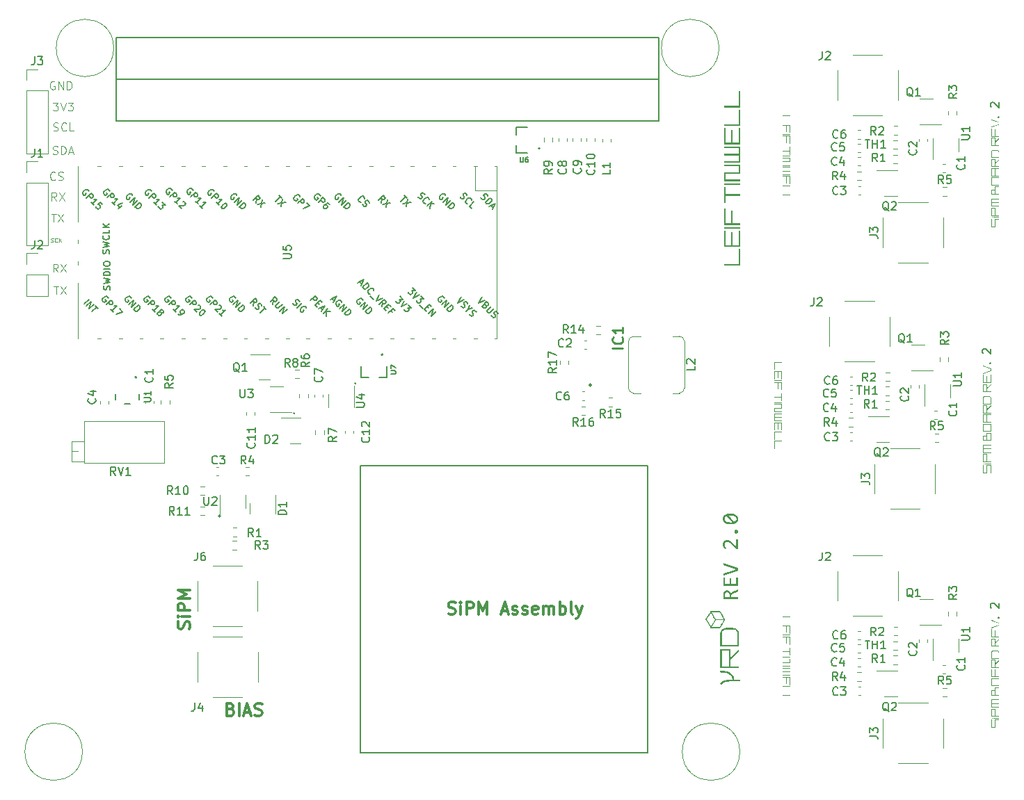
<source format=gto>
%MOIN*%
%OFA0B0*%
%FSLAX46Y46*%
%IPPOS*%
%LPD*%
%ADD10C,0.011811023622047244*%
%ADD11C,0.005905511811023622*%
%ADD12C,0.0039370078740157488*%
%ADD13C,0.0078740157480314977*%
%ADD14C,0.004921259842519685*%
%ADD15C,0.01*%
%ADD16C,0.0047244094488188976*%
%ADD17C,0.005*%
%ADD18C,0.00984251968503937*%
%ADD29C,0.005905511811023622*%
%ADD30C,0.0047244094488188976*%
%ADD31C,0.005905511811023622*%
%ADD32C,0.0047244094488188976*%
%ADD33C,0.005905511811023622*%
%ADD34C,0.0047244094488188976*%
G01*
D10*
X0002121381Y0000874826D02*
X0002129817Y0000872014D01*
X0002129817Y0000872014D02*
X0002143878Y0000872014D01*
X0002143878Y0000872014D02*
X0002149502Y0000874826D01*
X0002149502Y0000874826D02*
X0002152314Y0000877638D01*
X0002152314Y0000877638D02*
X0002155126Y0000883263D01*
X0002155126Y0000883263D02*
X0002155126Y0000888887D01*
X0002155126Y0000888887D02*
X0002152314Y0000894511D01*
X0002152314Y0000894511D02*
X0002149502Y0000897323D01*
X0002149502Y0000897323D02*
X0002143878Y0000900136D01*
X0002143878Y0000900136D02*
X0002132629Y0000902948D01*
X0002132629Y0000902948D02*
X0002127005Y0000905760D01*
X0002127005Y0000905760D02*
X0002124193Y0000908572D01*
X0002124193Y0000908572D02*
X0002121381Y0000914196D01*
X0002121381Y0000914196D02*
X0002121381Y0000919821D01*
X0002121381Y0000919821D02*
X0002124193Y0000925445D01*
X0002124193Y0000925445D02*
X0002127005Y0000928257D01*
X0002127005Y0000928257D02*
X0002132629Y0000931069D01*
X0002132629Y0000931069D02*
X0002146690Y0000931069D01*
X0002146690Y0000931069D02*
X0002155126Y0000928257D01*
X0002180436Y0000872014D02*
X0002180436Y0000911384D01*
X0002180436Y0000931069D02*
X0002177624Y0000928257D01*
X0002177624Y0000928257D02*
X0002180436Y0000925445D01*
X0002180436Y0000925445D02*
X0002183248Y0000928257D01*
X0002183248Y0000928257D02*
X0002180436Y0000931069D01*
X0002180436Y0000931069D02*
X0002180436Y0000925445D01*
X0002208557Y0000872014D02*
X0002208557Y0000931069D01*
X0002208557Y0000931069D02*
X0002231054Y0000931069D01*
X0002231054Y0000931069D02*
X0002236679Y0000928257D01*
X0002236679Y0000928257D02*
X0002239491Y0000925445D01*
X0002239491Y0000925445D02*
X0002242303Y0000919821D01*
X0002242303Y0000919821D02*
X0002242303Y0000911384D01*
X0002242303Y0000911384D02*
X0002239491Y0000905760D01*
X0002239491Y0000905760D02*
X0002236679Y0000902948D01*
X0002236679Y0000902948D02*
X0002231054Y0000900136D01*
X0002231054Y0000900136D02*
X0002208557Y0000900136D01*
X0002267612Y0000872014D02*
X0002267612Y0000931069D01*
X0002267612Y0000931069D02*
X0002287297Y0000888887D01*
X0002287297Y0000888887D02*
X0002306982Y0000931069D01*
X0002306982Y0000931069D02*
X0002306982Y0000872014D01*
X0002377286Y0000888887D02*
X0002405408Y0000888887D01*
X0002371662Y0000872014D02*
X0002391347Y0000931069D01*
X0002391347Y0000931069D02*
X0002411032Y0000872014D01*
X0002427905Y0000874826D02*
X0002433529Y0000872014D01*
X0002433529Y0000872014D02*
X0002444778Y0000872014D01*
X0002444778Y0000872014D02*
X0002450402Y0000874826D01*
X0002450402Y0000874826D02*
X0002453214Y0000880451D01*
X0002453214Y0000880451D02*
X0002453214Y0000883263D01*
X0002453214Y0000883263D02*
X0002450402Y0000888887D01*
X0002450402Y0000888887D02*
X0002444778Y0000891699D01*
X0002444778Y0000891699D02*
X0002436341Y0000891699D01*
X0002436341Y0000891699D02*
X0002430717Y0000894511D01*
X0002430717Y0000894511D02*
X0002427905Y0000900136D01*
X0002427905Y0000900136D02*
X0002427905Y0000902948D01*
X0002427905Y0000902948D02*
X0002430717Y0000908572D01*
X0002430717Y0000908572D02*
X0002436341Y0000911384D01*
X0002436341Y0000911384D02*
X0002444778Y0000911384D01*
X0002444778Y0000911384D02*
X0002450402Y0000908572D01*
X0002475711Y0000874826D02*
X0002481336Y0000872014D01*
X0002481336Y0000872014D02*
X0002492584Y0000872014D01*
X0002492584Y0000872014D02*
X0002498209Y0000874826D01*
X0002498209Y0000874826D02*
X0002501021Y0000880451D01*
X0002501021Y0000880451D02*
X0002501021Y0000883263D01*
X0002501021Y0000883263D02*
X0002498209Y0000888887D01*
X0002498209Y0000888887D02*
X0002492584Y0000891699D01*
X0002492584Y0000891699D02*
X0002484148Y0000891699D01*
X0002484148Y0000891699D02*
X0002478524Y0000894511D01*
X0002478524Y0000894511D02*
X0002475711Y0000900136D01*
X0002475711Y0000900136D02*
X0002475711Y0000902948D01*
X0002475711Y0000902948D02*
X0002478524Y0000908572D01*
X0002478524Y0000908572D02*
X0002484148Y0000911384D01*
X0002484148Y0000911384D02*
X0002492584Y0000911384D01*
X0002492584Y0000911384D02*
X0002498209Y0000908572D01*
X0002548827Y0000874826D02*
X0002543203Y0000872014D01*
X0002543203Y0000872014D02*
X0002531954Y0000872014D01*
X0002531954Y0000872014D02*
X0002526330Y0000874826D01*
X0002526330Y0000874826D02*
X0002523518Y0000880451D01*
X0002523518Y0000880451D02*
X0002523518Y0000902948D01*
X0002523518Y0000902948D02*
X0002526330Y0000908572D01*
X0002526330Y0000908572D02*
X0002531954Y0000911384D01*
X0002531954Y0000911384D02*
X0002543203Y0000911384D01*
X0002543203Y0000911384D02*
X0002548827Y0000908572D01*
X0002548827Y0000908572D02*
X0002551639Y0000902948D01*
X0002551639Y0000902948D02*
X0002551639Y0000897323D01*
X0002551639Y0000897323D02*
X0002523518Y0000891699D01*
X0002576949Y0000872014D02*
X0002576949Y0000911384D01*
X0002576949Y0000905760D02*
X0002579761Y0000908572D01*
X0002579761Y0000908572D02*
X0002585385Y0000911384D01*
X0002585385Y0000911384D02*
X0002593822Y0000911384D01*
X0002593822Y0000911384D02*
X0002599446Y0000908572D01*
X0002599446Y0000908572D02*
X0002602258Y0000902948D01*
X0002602258Y0000902948D02*
X0002602258Y0000872014D01*
X0002602258Y0000902948D02*
X0002605070Y0000908572D01*
X0002605070Y0000908572D02*
X0002610695Y0000911384D01*
X0002610695Y0000911384D02*
X0002619131Y0000911384D01*
X0002619131Y0000911384D02*
X0002624755Y0000908572D01*
X0002624755Y0000908572D02*
X0002627567Y0000902948D01*
X0002627567Y0000902948D02*
X0002627567Y0000872014D01*
X0002655689Y0000872014D02*
X0002655689Y0000931069D01*
X0002655689Y0000908572D02*
X0002661313Y0000911384D01*
X0002661313Y0000911384D02*
X0002672562Y0000911384D01*
X0002672562Y0000911384D02*
X0002678186Y0000908572D01*
X0002678186Y0000908572D02*
X0002680998Y0000905760D01*
X0002680998Y0000905760D02*
X0002683810Y0000900136D01*
X0002683810Y0000900136D02*
X0002683810Y0000883263D01*
X0002683810Y0000883263D02*
X0002680998Y0000877638D01*
X0002680998Y0000877638D02*
X0002678186Y0000874826D01*
X0002678186Y0000874826D02*
X0002672562Y0000872014D01*
X0002672562Y0000872014D02*
X0002661313Y0000872014D01*
X0002661313Y0000872014D02*
X0002655689Y0000874826D01*
X0002717556Y0000872014D02*
X0002711932Y0000874826D01*
X0002711932Y0000874826D02*
X0002709120Y0000880451D01*
X0002709120Y0000880451D02*
X0002709120Y0000931069D01*
X0002734429Y0000911384D02*
X0002748490Y0000872014D01*
X0002762551Y0000911384D02*
X0002748490Y0000872014D01*
X0002748490Y0000872014D02*
X0002742865Y0000857953D01*
X0002742865Y0000857953D02*
X0002740053Y0000855141D01*
X0002740053Y0000855141D02*
X0002734429Y0000852329D01*
D11*
X0001030764Y0001342519D02*
G75*
G03*
X0001030764Y0001342519I-0000005567D01*
G01*
D12*
X0001679598Y0001978346D02*
G75*
G03*
X0001679598Y0001978346I-0000004401D01*
G01*
D13*
X0001698818Y0001584645D02*
X0003076771Y0001584645D01*
X0003076771Y0000206692D01*
X0001698818Y0000206692D01*
X0001698818Y0001584645D01*
D12*
X0001385826Y0001834645D02*
G75*
G03*
X0001385826Y0001834645I-0000003937D01*
G01*
X0000228593Y0003191937D02*
X0000234217Y0003190062D01*
X0000234217Y0003190062D02*
X0000243591Y0003190062D01*
X0000243591Y0003190062D02*
X0000247340Y0003191937D01*
X0000247340Y0003191937D02*
X0000249215Y0003193811D01*
X0000249215Y0003193811D02*
X0000251090Y0003197561D01*
X0000251090Y0003197561D02*
X0000251090Y0003201310D01*
X0000251090Y0003201310D02*
X0000249215Y0003205060D01*
X0000249215Y0003205060D02*
X0000247340Y0003206935D01*
X0000247340Y0003206935D02*
X0000243591Y0003208809D01*
X0000243591Y0003208809D02*
X0000236092Y0003210684D01*
X0000236092Y0003210684D02*
X0000232342Y0003212559D01*
X0000232342Y0003212559D02*
X0000230467Y0003214434D01*
X0000230467Y0003214434D02*
X0000228593Y0003218183D01*
X0000228593Y0003218183D02*
X0000228593Y0003221933D01*
X0000228593Y0003221933D02*
X0000230467Y0003225682D01*
X0000230467Y0003225682D02*
X0000232342Y0003227557D01*
X0000232342Y0003227557D02*
X0000236092Y0003229432D01*
X0000236092Y0003229432D02*
X0000245465Y0003229432D01*
X0000245465Y0003229432D02*
X0000251090Y0003227557D01*
X0000290460Y0003193811D02*
X0000288585Y0003191937D01*
X0000288585Y0003191937D02*
X0000282961Y0003190062D01*
X0000282961Y0003190062D02*
X0000279211Y0003190062D01*
X0000279211Y0003190062D02*
X0000273587Y0003191937D01*
X0000273587Y0003191937D02*
X0000269837Y0003195686D01*
X0000269837Y0003195686D02*
X0000267963Y0003199436D01*
X0000267963Y0003199436D02*
X0000266088Y0003206935D01*
X0000266088Y0003206935D02*
X0000266088Y0003212559D01*
X0000266088Y0003212559D02*
X0000267963Y0003220058D01*
X0000267963Y0003220058D02*
X0000269837Y0003223808D01*
X0000269837Y0003223808D02*
X0000273587Y0003227557D01*
X0000273587Y0003227557D02*
X0000279211Y0003229432D01*
X0000279211Y0003229432D02*
X0000282961Y0003229432D01*
X0000282961Y0003229432D02*
X0000288585Y0003227557D01*
X0000288585Y0003227557D02*
X0000290460Y0003225682D01*
X0000326080Y0003190062D02*
X0000307333Y0003190062D01*
X0000307333Y0003190062D02*
X0000307333Y0003229432D01*
X0000243122Y0002855416D02*
X0000229999Y0002874164D01*
X0000220625Y0002855416D02*
X0000220625Y0002894786D01*
X0000220625Y0002894786D02*
X0000235623Y0002894786D01*
X0000235623Y0002894786D02*
X0000239372Y0002892911D01*
X0000239372Y0002892911D02*
X0000241247Y0002891037D01*
X0000241247Y0002891037D02*
X0000243122Y0002887287D01*
X0000243122Y0002887287D02*
X0000243122Y0002881663D01*
X0000243122Y0002881663D02*
X0000241247Y0002877913D01*
X0000241247Y0002877913D02*
X0000239372Y0002876039D01*
X0000239372Y0002876039D02*
X0000235623Y0002874164D01*
X0000235623Y0002874164D02*
X0000220625Y0002874164D01*
X0000256245Y0002894786D02*
X0000282492Y0002855416D01*
X0000282492Y0002894786D02*
X0000256245Y0002855416D01*
X0000226718Y0003325889D02*
X0000251090Y0003325889D01*
X0000251090Y0003325889D02*
X0000237966Y0003310890D01*
X0000237966Y0003310890D02*
X0000243591Y0003310890D01*
X0000243591Y0003310890D02*
X0000247340Y0003309016D01*
X0000247340Y0003309016D02*
X0000249215Y0003307141D01*
X0000249215Y0003307141D02*
X0000251090Y0003303391D01*
X0000251090Y0003303391D02*
X0000251090Y0003294018D01*
X0000251090Y0003294018D02*
X0000249215Y0003290268D01*
X0000249215Y0003290268D02*
X0000247340Y0003288393D01*
X0000247340Y0003288393D02*
X0000243591Y0003286518D01*
X0000243591Y0003286518D02*
X0000232342Y0003286518D01*
X0000232342Y0003286518D02*
X0000228593Y0003288393D01*
X0000228593Y0003288393D02*
X0000226718Y0003290268D01*
X0000262338Y0003325889D02*
X0000275462Y0003286518D01*
X0000275462Y0003286518D02*
X0000288585Y0003325889D01*
X0000297959Y0003325889D02*
X0000322331Y0003325889D01*
X0000322331Y0003325889D02*
X0000309208Y0003310890D01*
X0000309208Y0003310890D02*
X0000314832Y0003310890D01*
X0000314832Y0003310890D02*
X0000318581Y0003309016D01*
X0000318581Y0003309016D02*
X0000320456Y0003307141D01*
X0000320456Y0003307141D02*
X0000322331Y0003303391D01*
X0000322331Y0003303391D02*
X0000322331Y0003294018D01*
X0000322331Y0003294018D02*
X0000320456Y0003290268D01*
X0000320456Y0003290268D02*
X0000318581Y0003288393D01*
X0000318581Y0003288393D02*
X0000314832Y0003286518D01*
X0000314832Y0003286518D02*
X0000303583Y0003286518D01*
X0000303583Y0003286518D02*
X0000299834Y0003288393D01*
X0000299834Y0003288393D02*
X0000297959Y0003290268D01*
X0000230749Y0002445967D02*
X0000253246Y0002445967D01*
X0000241997Y0002406597D02*
X0000241997Y0002445967D01*
X0000262620Y0002445967D02*
X0000288866Y0002406597D01*
X0000288866Y0002445967D02*
X0000262620Y0002406597D01*
X0000218938Y0002792424D02*
X0000241435Y0002792424D01*
X0000230186Y0002753054D02*
X0000230186Y0002792424D01*
X0000250809Y0002792424D02*
X0000277055Y0002753054D01*
X0000277055Y0002792424D02*
X0000250809Y0002753054D01*
X0000216969Y0002657094D02*
X0000219781Y0002656157D01*
X0000219781Y0002656157D02*
X0000224468Y0002656157D01*
X0000224468Y0002656157D02*
X0000226343Y0002657094D01*
X0000226343Y0002657094D02*
X0000227280Y0002658031D01*
X0000227280Y0002658031D02*
X0000228218Y0002659906D01*
X0000228218Y0002659906D02*
X0000228218Y0002661781D01*
X0000228218Y0002661781D02*
X0000227280Y0002663656D01*
X0000227280Y0002663656D02*
X0000226343Y0002664593D01*
X0000226343Y0002664593D02*
X0000224468Y0002665530D01*
X0000224468Y0002665530D02*
X0000220719Y0002666468D01*
X0000220719Y0002666468D02*
X0000218844Y0002667405D01*
X0000218844Y0002667405D02*
X0000217906Y0002668343D01*
X0000217906Y0002668343D02*
X0000216969Y0002670217D01*
X0000216969Y0002670217D02*
X0000216969Y0002672092D01*
X0000216969Y0002672092D02*
X0000217906Y0002673967D01*
X0000217906Y0002673967D02*
X0000218844Y0002674904D01*
X0000218844Y0002674904D02*
X0000220719Y0002675842D01*
X0000220719Y0002675842D02*
X0000225405Y0002675842D01*
X0000225405Y0002675842D02*
X0000228218Y0002674904D01*
X0000247903Y0002658031D02*
X0000246965Y0002657094D01*
X0000246965Y0002657094D02*
X0000244153Y0002656157D01*
X0000244153Y0002656157D02*
X0000242278Y0002656157D01*
X0000242278Y0002656157D02*
X0000239466Y0002657094D01*
X0000239466Y0002657094D02*
X0000237591Y0002658969D01*
X0000237591Y0002658969D02*
X0000236654Y0002660844D01*
X0000236654Y0002660844D02*
X0000235717Y0002664593D01*
X0000235717Y0002664593D02*
X0000235717Y0002667405D01*
X0000235717Y0002667405D02*
X0000236654Y0002671155D01*
X0000236654Y0002671155D02*
X0000237591Y0002673030D01*
X0000237591Y0002673030D02*
X0000239466Y0002674904D01*
X0000239466Y0002674904D02*
X0000242278Y0002675842D01*
X0000242278Y0002675842D02*
X0000244153Y0002675842D01*
X0000244153Y0002675842D02*
X0000246965Y0002674904D01*
X0000246965Y0002674904D02*
X0000247903Y0002673967D01*
X0000256339Y0002656157D02*
X0000256339Y0002675842D01*
X0000267588Y0002656157D02*
X0000259151Y0002667405D01*
X0000267588Y0002675842D02*
X0000256339Y0002664593D01*
D10*
X0001078917Y0000416727D02*
X0001087354Y0000413915D01*
X0001087354Y0000413915D02*
X0001090166Y0000411103D01*
X0001090166Y0000411103D02*
X0001092978Y0000405479D01*
X0001092978Y0000405479D02*
X0001092978Y0000397042D01*
X0001092978Y0000397042D02*
X0001090166Y0000391418D01*
X0001090166Y0000391418D02*
X0001087354Y0000388606D01*
X0001087354Y0000388606D02*
X0001081729Y0000385794D01*
X0001081729Y0000385794D02*
X0001059232Y0000385794D01*
X0001059232Y0000385794D02*
X0001059232Y0000444849D01*
X0001059232Y0000444849D02*
X0001078917Y0000444849D01*
X0001078917Y0000444849D02*
X0001084542Y0000442037D01*
X0001084542Y0000442037D02*
X0001087354Y0000439225D01*
X0001087354Y0000439225D02*
X0001090166Y0000433600D01*
X0001090166Y0000433600D02*
X0001090166Y0000427976D01*
X0001090166Y0000427976D02*
X0001087354Y0000422352D01*
X0001087354Y0000422352D02*
X0001084542Y0000419539D01*
X0001084542Y0000419539D02*
X0001078917Y0000416727D01*
X0001078917Y0000416727D02*
X0001059232Y0000416727D01*
X0001118287Y0000385794D02*
X0001118287Y0000444849D01*
X0001143597Y0000402667D02*
X0001171718Y0000402667D01*
X0001137972Y0000385794D02*
X0001157657Y0000444849D01*
X0001157657Y0000444849D02*
X0001177342Y0000385794D01*
X0001194215Y0000388606D02*
X0001202652Y0000385794D01*
X0001202652Y0000385794D02*
X0001216712Y0000385794D01*
X0001216712Y0000385794D02*
X0001222337Y0000388606D01*
X0001222337Y0000388606D02*
X0001225149Y0000391418D01*
X0001225149Y0000391418D02*
X0001227961Y0000397042D01*
X0001227961Y0000397042D02*
X0001227961Y0000402667D01*
X0001227961Y0000402667D02*
X0001225149Y0000408291D01*
X0001225149Y0000408291D02*
X0001222337Y0000411103D01*
X0001222337Y0000411103D02*
X0001216712Y0000413915D01*
X0001216712Y0000413915D02*
X0001205464Y0000416727D01*
X0001205464Y0000416727D02*
X0001199840Y0000419539D01*
X0001199840Y0000419539D02*
X0001197027Y0000422352D01*
X0001197027Y0000422352D02*
X0001194215Y0000427976D01*
X0001194215Y0000427976D02*
X0001194215Y0000433600D01*
X0001194215Y0000433600D02*
X0001197027Y0000439225D01*
X0001197027Y0000439225D02*
X0001199840Y0000442037D01*
X0001199840Y0000442037D02*
X0001205464Y0000444849D01*
X0001205464Y0000444849D02*
X0001219525Y0000444849D01*
X0001219525Y0000444849D02*
X0001227961Y0000442037D01*
X0000881078Y0000802483D02*
X0000883890Y0000810919D01*
X0000883890Y0000810919D02*
X0000883890Y0000824980D01*
X0000883890Y0000824980D02*
X0000881078Y0000830605D01*
X0000881078Y0000830605D02*
X0000878266Y0000833417D01*
X0000878266Y0000833417D02*
X0000872642Y0000836229D01*
X0000872642Y0000836229D02*
X0000867017Y0000836229D01*
X0000867017Y0000836229D02*
X0000861393Y0000833417D01*
X0000861393Y0000833417D02*
X0000858581Y0000830605D01*
X0000858581Y0000830605D02*
X0000855769Y0000824980D01*
X0000855769Y0000824980D02*
X0000852957Y0000813732D01*
X0000852957Y0000813732D02*
X0000850145Y0000808107D01*
X0000850145Y0000808107D02*
X0000847332Y0000805295D01*
X0000847332Y0000805295D02*
X0000841708Y0000802483D01*
X0000841708Y0000802483D02*
X0000836084Y0000802483D01*
X0000836084Y0000802483D02*
X0000830460Y0000805295D01*
X0000830460Y0000805295D02*
X0000827647Y0000808107D01*
X0000827647Y0000808107D02*
X0000824835Y0000813732D01*
X0000824835Y0000813732D02*
X0000824835Y0000827792D01*
X0000824835Y0000827792D02*
X0000827647Y0000836229D01*
X0000883890Y0000861538D02*
X0000844520Y0000861538D01*
X0000824835Y0000861538D02*
X0000827647Y0000858726D01*
X0000827647Y0000858726D02*
X0000830460Y0000861538D01*
X0000830460Y0000861538D02*
X0000827647Y0000864350D01*
X0000827647Y0000864350D02*
X0000824835Y0000861538D01*
X0000824835Y0000861538D02*
X0000830460Y0000861538D01*
X0000883890Y0000889660D02*
X0000824835Y0000889660D01*
X0000824835Y0000889660D02*
X0000824835Y0000912157D01*
X0000824835Y0000912157D02*
X0000827647Y0000917781D01*
X0000827647Y0000917781D02*
X0000830460Y0000920593D01*
X0000830460Y0000920593D02*
X0000836084Y0000923405D01*
X0000836084Y0000923405D02*
X0000844520Y0000923405D01*
X0000844520Y0000923405D02*
X0000850145Y0000920593D01*
X0000850145Y0000920593D02*
X0000852957Y0000917781D01*
X0000852957Y0000917781D02*
X0000855769Y0000912157D01*
X0000855769Y0000912157D02*
X0000855769Y0000889660D01*
X0000883890Y0000948715D02*
X0000824835Y0000948715D01*
X0000824835Y0000948715D02*
X0000867017Y0000968400D01*
X0000867017Y0000968400D02*
X0000824835Y0000988085D01*
X0000824835Y0000988085D02*
X0000883890Y0000988085D01*
D12*
X0000237217Y0002957591D02*
X0000235342Y0002955716D01*
X0000235342Y0002955716D02*
X0000229717Y0002953841D01*
X0000229717Y0002953841D02*
X0000225968Y0002953841D01*
X0000225968Y0002953841D02*
X0000220344Y0002955716D01*
X0000220344Y0002955716D02*
X0000216594Y0002959466D01*
X0000216594Y0002959466D02*
X0000214719Y0002963215D01*
X0000214719Y0002963215D02*
X0000212845Y0002970714D01*
X0000212845Y0002970714D02*
X0000212845Y0002976338D01*
X0000212845Y0002976338D02*
X0000214719Y0002983838D01*
X0000214719Y0002983838D02*
X0000216594Y0002987587D01*
X0000216594Y0002987587D02*
X0000220344Y0002991337D01*
X0000220344Y0002991337D02*
X0000225968Y0002993211D01*
X0000225968Y0002993211D02*
X0000229717Y0002993211D01*
X0000229717Y0002993211D02*
X0000235342Y0002991337D01*
X0000235342Y0002991337D02*
X0000237217Y0002989462D01*
X0000252215Y0002955716D02*
X0000257839Y0002953841D01*
X0000257839Y0002953841D02*
X0000267213Y0002953841D01*
X0000267213Y0002953841D02*
X0000270962Y0002955716D01*
X0000270962Y0002955716D02*
X0000272837Y0002957591D01*
X0000272837Y0002957591D02*
X0000274712Y0002961340D01*
X0000274712Y0002961340D02*
X0000274712Y0002965090D01*
X0000274712Y0002965090D02*
X0000272837Y0002968839D01*
X0000272837Y0002968839D02*
X0000270962Y0002970714D01*
X0000270962Y0002970714D02*
X0000267213Y0002972589D01*
X0000267213Y0002972589D02*
X0000259714Y0002974464D01*
X0000259714Y0002974464D02*
X0000255964Y0002976338D01*
X0000255964Y0002976338D02*
X0000254089Y0002978213D01*
X0000254089Y0002978213D02*
X0000252215Y0002981963D01*
X0000252215Y0002981963D02*
X0000252215Y0002985712D01*
X0000252215Y0002985712D02*
X0000254089Y0002989462D01*
X0000254089Y0002989462D02*
X0000255964Y0002991337D01*
X0000255964Y0002991337D02*
X0000259714Y0002993211D01*
X0000259714Y0002993211D02*
X0000269088Y0002993211D01*
X0000269088Y0002993211D02*
X0000274712Y0002991337D01*
D14*
X0000234021Y0003426427D02*
X0000230271Y0003428302D01*
X0000230271Y0003428302D02*
X0000224647Y0003428302D01*
X0000224647Y0003428302D02*
X0000219023Y0003426427D01*
X0000219023Y0003426427D02*
X0000215273Y0003422678D01*
X0000215273Y0003422678D02*
X0000213398Y0003418928D01*
X0000213398Y0003418928D02*
X0000211524Y0003411429D01*
X0000211524Y0003411429D02*
X0000211524Y0003405805D01*
X0000211524Y0003405805D02*
X0000213398Y0003398306D01*
X0000213398Y0003398306D02*
X0000215273Y0003394556D01*
X0000215273Y0003394556D02*
X0000219023Y0003390807D01*
X0000219023Y0003390807D02*
X0000224647Y0003388932D01*
X0000224647Y0003388932D02*
X0000228396Y0003388932D01*
X0000228396Y0003388932D02*
X0000234021Y0003390807D01*
X0000234021Y0003390807D02*
X0000235896Y0003392681D01*
X0000235896Y0003392681D02*
X0000235896Y0003405805D01*
X0000235896Y0003405805D02*
X0000228396Y0003405805D01*
X0000252768Y0003388932D02*
X0000252768Y0003428302D01*
X0000252768Y0003428302D02*
X0000275266Y0003388932D01*
X0000275266Y0003388932D02*
X0000275266Y0003428302D01*
X0000294013Y0003388932D02*
X0000294013Y0003428302D01*
X0000294013Y0003428302D02*
X0000303387Y0003428302D01*
X0000303387Y0003428302D02*
X0000309011Y0003426427D01*
X0000309011Y0003426427D02*
X0000312761Y0003422678D01*
X0000312761Y0003422678D02*
X0000314636Y0003418928D01*
X0000314636Y0003418928D02*
X0000316510Y0003411429D01*
X0000316510Y0003411429D02*
X0000316510Y0003405805D01*
X0000316510Y0003405805D02*
X0000314636Y0003398306D01*
X0000314636Y0003398306D02*
X0000312761Y0003394556D01*
X0000312761Y0003394556D02*
X0000309011Y0003390807D01*
X0000309011Y0003390807D02*
X0000303387Y0003388932D01*
X0000303387Y0003388932D02*
X0000294013Y0003388932D01*
D12*
X0000250996Y0002512896D02*
X0000237873Y0002531644D01*
X0000228499Y0002512896D02*
X0000228499Y0002552266D01*
X0000228499Y0002552266D02*
X0000243497Y0002552266D01*
X0000243497Y0002552266D02*
X0000247246Y0002550392D01*
X0000247246Y0002550392D02*
X0000249121Y0002548517D01*
X0000249121Y0002548517D02*
X0000250996Y0002544767D01*
X0000250996Y0002544767D02*
X0000250996Y0002539143D01*
X0000250996Y0002539143D02*
X0000249121Y0002535394D01*
X0000249121Y0002535394D02*
X0000247246Y0002533519D01*
X0000247246Y0002533519D02*
X0000243497Y0002531644D01*
X0000243497Y0002531644D02*
X0000228499Y0002531644D01*
X0000264119Y0002552266D02*
X0000290366Y0002512896D01*
X0000290366Y0002552266D02*
X0000264119Y0002512896D01*
D13*
G36*
X0003441305Y0002552678D02*
G01*
X0003448498Y0002552678D01*
X0003456844Y0002552678D01*
X0003512693Y0002552678D01*
X0003512693Y0002605007D01*
X0003512693Y0002616527D01*
X0003512693Y0002623681D01*
X0003520078Y0002623681D01*
X0003520078Y0002544908D01*
X0003441305Y0002544908D01*
X0003441305Y0002552678D01*
G37*
G36*
X0003441305Y0002711840D02*
G01*
X0003448690Y0002711840D01*
X0003448690Y0002704685D01*
X0003448690Y0002693166D01*
X0003448690Y0002640836D01*
X0003476999Y0002640836D01*
X0003476999Y0002702762D01*
X0003484384Y0002702762D01*
X0003484384Y0002640836D01*
X0003512693Y0002640836D01*
X0003512693Y0002693166D01*
X0003512693Y0002704685D01*
X0003512693Y0002711840D01*
X0003520078Y0002711840D01*
X0003520078Y0002633067D01*
X0003484019Y0002633067D01*
X0003477365Y0002633067D01*
X0003441305Y0002633067D01*
X0003441305Y0002711840D01*
G37*
G36*
X0003441305Y0002721225D02*
G01*
X0003441305Y0002728994D01*
X0003520078Y0002728994D01*
X0003520078Y0002721225D01*
X0003441305Y0002721225D01*
G37*
G36*
X0003441305Y0002817460D02*
G01*
X0003448690Y0002817460D01*
X0003448690Y0002810306D01*
X0003448690Y0002798786D01*
X0003448690Y0002746457D01*
X0003476999Y0002746457D01*
X0003476999Y0002808383D01*
X0003484384Y0002808383D01*
X0003484384Y0002746457D01*
X0003509866Y0002746457D01*
X0003512886Y0002746457D01*
X0003520078Y0002746457D01*
X0003520078Y0002738687D01*
X0003484019Y0002738687D01*
X0003477365Y0002738687D01*
X0003441305Y0002738687D01*
X0003441305Y0002817460D01*
G37*
G36*
X0003441305Y0002922158D02*
G01*
X0003448690Y0002922158D01*
X0003448690Y0002886714D01*
X0003520078Y0002886714D01*
X0003520078Y0002878829D01*
X0003448690Y0002878829D01*
X0003448690Y0002843385D01*
X0003441305Y0002843385D01*
X0003441305Y0002922158D01*
G37*
G36*
X0003441305Y0002931543D02*
G01*
X0003441305Y0002939312D01*
X0003520078Y0002939312D01*
X0003520078Y0002931543D01*
X0003441305Y0002931543D01*
G37*
G36*
X0003441305Y0003027778D02*
G01*
X0003520078Y0003027778D01*
X0003520078Y0002991719D01*
X0003520078Y0002984449D01*
X0003448690Y0002984449D01*
X0003448690Y0002956775D01*
X0003520078Y0002956775D01*
X0003520078Y0002949005D01*
X0003441305Y0002949005D01*
X0003441305Y0002992334D01*
X0003512693Y0002992334D01*
X0003512693Y0003020009D01*
X0003441305Y0003020009D01*
X0003441305Y0003027778D01*
G37*
G36*
X0003441305Y0003115937D02*
G01*
X0003520078Y0003115937D01*
X0003520078Y0003079877D01*
X0003520078Y0003073223D01*
X0003520078Y0003037163D01*
X0003441305Y0003037163D01*
X0003441305Y0003044933D01*
X0003448498Y0003044933D01*
X0003460075Y0003044933D01*
X0003512693Y0003044933D01*
X0003512693Y0003072607D01*
X0003441305Y0003072607D01*
X0003441305Y0003080492D01*
X0003512693Y0003080492D01*
X0003512693Y0003108167D01*
X0003460075Y0003108167D01*
X0003448498Y0003108167D01*
X0003441305Y0003108167D01*
X0003441305Y0003115937D01*
G37*
G36*
X0003441305Y0003204095D02*
G01*
X0003448690Y0003204095D01*
X0003448690Y0003196941D01*
X0003448690Y0003185421D01*
X0003448690Y0003133091D01*
X0003476999Y0003133091D01*
X0003476999Y0003195017D01*
X0003484384Y0003195017D01*
X0003484384Y0003133091D01*
X0003512693Y0003133091D01*
X0003512693Y0003185421D01*
X0003512693Y0003196941D01*
X0003512693Y0003204095D01*
X0003520078Y0003204095D01*
X0003520078Y0003125322D01*
X0003484019Y0003125322D01*
X0003477365Y0003125322D01*
X0003441305Y0003125322D01*
X0003441305Y0003204095D01*
G37*
G36*
X0003441305Y0003221249D02*
G01*
X0003448498Y0003221249D01*
X0003456844Y0003221249D01*
X0003512693Y0003221249D01*
X0003512693Y0003273579D01*
X0003512693Y0003285099D01*
X0003512693Y0003292253D01*
X0003520078Y0003292253D01*
X0003520078Y0003213480D01*
X0003441305Y0003213480D01*
X0003441305Y0003221249D01*
G37*
G36*
X0003441305Y0003309408D02*
G01*
X0003448498Y0003309408D01*
X0003456844Y0003309408D01*
X0003512693Y0003309408D01*
X0003512693Y0003361737D01*
X0003512693Y0003373257D01*
X0003512693Y0003380411D01*
X0003520078Y0003380411D01*
X0003520078Y0003301638D01*
X0003441305Y0003301638D01*
X0003441305Y0003309408D01*
G37*
D12*
X0000226624Y0003079732D02*
X0000232248Y0003077857D01*
X0000232248Y0003077857D02*
X0000241622Y0003077857D01*
X0000241622Y0003077857D02*
X0000245372Y0003079732D01*
X0000245372Y0003079732D02*
X0000247246Y0003081607D01*
X0000247246Y0003081607D02*
X0000249121Y0003085356D01*
X0000249121Y0003085356D02*
X0000249121Y0003089106D01*
X0000249121Y0003089106D02*
X0000247246Y0003092855D01*
X0000247246Y0003092855D02*
X0000245372Y0003094730D01*
X0000245372Y0003094730D02*
X0000241622Y0003096605D01*
X0000241622Y0003096605D02*
X0000234123Y0003098479D01*
X0000234123Y0003098479D02*
X0000230374Y0003100354D01*
X0000230374Y0003100354D02*
X0000228499Y0003102229D01*
X0000228499Y0003102229D02*
X0000226624Y0003105979D01*
X0000226624Y0003105979D02*
X0000226624Y0003109728D01*
X0000226624Y0003109728D02*
X0000228499Y0003113478D01*
X0000228499Y0003113478D02*
X0000230374Y0003115352D01*
X0000230374Y0003115352D02*
X0000234123Y0003117227D01*
X0000234123Y0003117227D02*
X0000243497Y0003117227D01*
X0000243497Y0003117227D02*
X0000249121Y0003115352D01*
X0000265994Y0003077857D02*
X0000265994Y0003117227D01*
X0000265994Y0003117227D02*
X0000275368Y0003117227D01*
X0000275368Y0003117227D02*
X0000280992Y0003115352D01*
X0000280992Y0003115352D02*
X0000284742Y0003111603D01*
X0000284742Y0003111603D02*
X0000286617Y0003107853D01*
X0000286617Y0003107853D02*
X0000288491Y0003100354D01*
X0000288491Y0003100354D02*
X0000288491Y0003094730D01*
X0000288491Y0003094730D02*
X0000286617Y0003087231D01*
X0000286617Y0003087231D02*
X0000284742Y0003083481D01*
X0000284742Y0003083481D02*
X0000280992Y0003079732D01*
X0000280992Y0003079732D02*
X0000275368Y0003077857D01*
X0000275368Y0003077857D02*
X0000265994Y0003077857D01*
X0000303490Y0003089106D02*
X0000322237Y0003089106D01*
X0000299740Y0003077857D02*
X0000312863Y0003117227D01*
X0000312863Y0003117227D02*
X0000325987Y0003077857D01*
G36*
X0003508267Y0000981022D02*
G01*
X0003485497Y0000970464D01*
X0003484702Y0000970090D01*
X0003483950Y0000969713D01*
X0003483243Y0000969333D01*
X0003482453Y0000968874D01*
X0003481727Y0000968411D01*
X0003481170Y0000968021D01*
X0003480553Y0000967552D01*
X0003479896Y0000966986D01*
X0003479308Y0000966400D01*
X0003478788Y0000965794D01*
X0003478458Y0000965348D01*
X0003477986Y0000964618D01*
X0003477588Y0000963853D01*
X0003477264Y0000963051D01*
X0003477016Y0000962213D01*
X0003476843Y0000961453D01*
X0003476713Y0000960651D01*
X0003476626Y0000959810D01*
X0003476580Y0000958928D01*
X0003476573Y0000958405D01*
X0003476573Y0000953867D01*
X0003508267Y0000953867D01*
X0003508267Y0000944232D01*
X0003438110Y0000944232D01*
X0003438110Y0000953867D01*
X0003446110Y0000953867D01*
X0003468881Y0000953867D01*
X0003468881Y0000961656D01*
X0003468869Y0000962496D01*
X0003468834Y0000963316D01*
X0003468775Y0000964114D01*
X0003468693Y0000964891D01*
X0003468558Y0000965833D01*
X0003468385Y0000966743D01*
X0003468177Y0000967619D01*
X0003468131Y0000967790D01*
X0003467872Y0000968624D01*
X0003467578Y0000969418D01*
X0003467249Y0000970173D01*
X0003466884Y0000970889D01*
X0003466483Y0000971565D01*
X0003466046Y0000972201D01*
X0003465861Y0000972445D01*
X0003465269Y0000973135D01*
X0003464630Y0000973763D01*
X0003463945Y0000974328D01*
X0003463215Y0000974832D01*
X0003462438Y0000975273D01*
X0003462169Y0000975406D01*
X0003461324Y0000975766D01*
X0003460584Y0000976008D01*
X0003459813Y0000976200D01*
X0003459010Y0000976339D01*
X0003458174Y0000976427D01*
X0003457307Y0000976463D01*
X0003457130Y0000976464D01*
X0003456116Y0000976433D01*
X0003455152Y0000976340D01*
X0003454237Y0000976184D01*
X0003453371Y0000975966D01*
X0003452554Y0000975686D01*
X0003451787Y0000975344D01*
X0003451070Y0000974940D01*
X0003450401Y0000974473D01*
X0003449782Y0000973945D01*
X0003449213Y0000973354D01*
X0003448860Y0000972925D01*
X0003448369Y0000972236D01*
X0003447926Y0000971496D01*
X0003447531Y0000970705D01*
X0003447185Y0000969863D01*
X0003446886Y0000968970D01*
X0003446637Y0000968026D01*
X0003446435Y0000967030D01*
X0003446282Y0000965984D01*
X0003446177Y0000964887D01*
X0003446121Y0000963738D01*
X0003446110Y0000962944D01*
X0003446110Y0000953867D01*
X0003438110Y0000953867D01*
X0003438110Y0000963175D01*
X0003438122Y0000964314D01*
X0003438157Y0000965422D01*
X0003438215Y0000966500D01*
X0003438296Y0000967547D01*
X0003438401Y0000968564D01*
X0003438530Y0000969551D01*
X0003438681Y0000970507D01*
X0003438856Y0000971432D01*
X0003439055Y0000972328D01*
X0003439276Y0000973193D01*
X0003439437Y0000973752D01*
X0003439695Y0000974571D01*
X0003439972Y0000975362D01*
X0003440267Y0000976125D01*
X0003440581Y0000976860D01*
X0003440913Y0000977566D01*
X0003441386Y0000978465D01*
X0003441891Y0000979314D01*
X0003442429Y0000980113D01*
X0003443001Y0000980862D01*
X0003443149Y0000981041D01*
X0003443760Y0000981729D01*
X0003444402Y0000982369D01*
X0003445075Y0000982962D01*
X0003445779Y0000983508D01*
X0003446513Y0000984006D01*
X0003447277Y0000984456D01*
X0003448073Y0000984859D01*
X0003448899Y0000985214D01*
X0003449751Y0000985525D01*
X0003450626Y0000985795D01*
X0003451523Y0000986023D01*
X0003452442Y0000986210D01*
X0003453384Y0000986355D01*
X0003454347Y0000986459D01*
X0003455333Y0000986521D01*
X0003456342Y0000986541D01*
X0003457144Y0000986526D01*
X0003457937Y0000986480D01*
X0003458719Y0000986403D01*
X0003459491Y0000986296D01*
X0003460252Y0000986158D01*
X0003461004Y0000985990D01*
X0003461929Y0000985736D01*
X0003462476Y0000985561D01*
X0003463365Y0000985231D01*
X0003464229Y0000984856D01*
X0003465067Y0000984434D01*
X0003465880Y0000983967D01*
X0003466667Y0000983453D01*
X0003467429Y0000982893D01*
X0003467727Y0000982657D01*
X0003468445Y0000982039D01*
X0003469133Y0000981375D01*
X0003469662Y0000980810D01*
X0003470172Y0000980217D01*
X0003470662Y0000979593D01*
X0003471133Y0000978941D01*
X0003471585Y0000978259D01*
X0003471804Y0000977906D01*
X0003472218Y0000977182D01*
X0003472606Y0000976432D01*
X0003472966Y0000975655D01*
X0003473299Y0000974853D01*
X0003473605Y0000974025D01*
X0003473885Y0000973172D01*
X0003474137Y0000972292D01*
X0003474362Y0000971387D01*
X0003474646Y0000972118D01*
X0003474978Y0000972821D01*
X0003475360Y0000973495D01*
X0003475790Y0000974142D01*
X0003476268Y0000974760D01*
X0003476796Y0000975350D01*
X0003477372Y0000975911D01*
X0003477996Y0000976445D01*
X0003478668Y0000976966D01*
X0003479393Y0000977489D01*
X0003480173Y0000978016D01*
X0003481006Y0000978546D01*
X0003481667Y0000978945D01*
X0003482358Y0000979346D01*
X0003483080Y0000979749D01*
X0003483831Y0000980153D01*
X0003484614Y0000980559D01*
X0003484881Y0000980695D01*
X0003508267Y0000991888D01*
X0003508267Y0000981022D01*
G37*
G36*
X0003508267Y0001046641D02*
G01*
X0003508267Y0001006446D01*
X0003438110Y0001006446D01*
X0003438110Y0001046641D01*
X0003446110Y0001046641D01*
X0003446110Y0001016081D01*
X0003468265Y0001016081D01*
X0003468265Y0001045448D01*
X0003476266Y0001045448D01*
X0003476266Y0001016081D01*
X0003499959Y0001016081D01*
X0003499959Y0001046641D01*
X0003508267Y0001046641D01*
G37*
G36*
X0003438110Y0001116817D02*
G01*
X0003508267Y0001092797D01*
X0003508267Y0001079815D01*
X0003438110Y0001056333D01*
X0003438110Y0001067219D01*
X0003485401Y0001082469D01*
X0003499248Y0001086796D01*
X0003485401Y0001091220D01*
X0003438110Y0001106528D01*
X0003438110Y0001116817D01*
G37*
G36*
X0003508267Y0001231727D02*
G01*
X0003508267Y0001185147D01*
X0003499882Y0001185147D01*
X0003481766Y0001203437D01*
X0003481218Y0001203993D01*
X0003480413Y0001204802D01*
X0003479629Y0001205581D01*
X0003478866Y0001206331D01*
X0003478124Y0001207051D01*
X0003477403Y0001207741D01*
X0003476703Y0001208401D01*
X0003476023Y0001209032D01*
X0003475365Y0001209632D01*
X0003474728Y0001210203D01*
X0003474112Y0001210745D01*
X0003473511Y0001211260D01*
X0003472920Y0001211754D01*
X0003472147Y0001212378D01*
X0003471391Y0001212962D01*
X0003470653Y0001213508D01*
X0003469933Y0001214015D01*
X0003469230Y0001214482D01*
X0003468544Y0001214911D01*
X0003468208Y0001215110D01*
X0003467380Y0001215578D01*
X0003466567Y0001215995D01*
X0003465769Y0001216361D01*
X0003464986Y0001216676D01*
X0003464218Y0001216941D01*
X0003463466Y0001217155D01*
X0003463169Y0001217226D01*
X0003462268Y0001217409D01*
X0003461497Y0001217532D01*
X0003460707Y0001217630D01*
X0003459898Y0001217701D01*
X0003459071Y0001217745D01*
X0003458225Y0001217764D01*
X0003458053Y0001217764D01*
X0003457253Y0001217747D01*
X0003456465Y0001217695D01*
X0003455688Y0001217608D01*
X0003454922Y0001217486D01*
X0003454167Y0001217330D01*
X0003453277Y0001217097D01*
X0003453130Y0001217053D01*
X0003452270Y0001216766D01*
X0003451451Y0001216425D01*
X0003450673Y0001216031D01*
X0003449935Y0001215582D01*
X0003449238Y0001215079D01*
X0003449014Y0001214899D01*
X0003448371Y0001214320D01*
X0003447781Y0001213681D01*
X0003447246Y0001212981D01*
X0003446764Y0001212220D01*
X0003446404Y0001211539D01*
X0003446206Y0001211110D01*
X0003445913Y0001210366D01*
X0003445669Y0001209576D01*
X0003445475Y0001208740D01*
X0003445330Y0001207857D01*
X0003445236Y0001206929D01*
X0003445196Y0001206153D01*
X0003445187Y0001205552D01*
X0003445205Y0001204716D01*
X0003445260Y0001203894D01*
X0003445350Y0001203086D01*
X0003445477Y0001202293D01*
X0003445639Y0001201515D01*
X0003445838Y0001200751D01*
X0003446073Y0001200002D01*
X0003446345Y0001199267D01*
X0003446652Y0001198547D01*
X0003446996Y0001197841D01*
X0003447245Y0001197379D01*
X0003447641Y0001196695D01*
X0003448059Y0001196022D01*
X0003448498Y0001195360D01*
X0003448959Y0001194708D01*
X0003449440Y0001194066D01*
X0003449943Y0001193435D01*
X0003450468Y0001192814D01*
X0003451013Y0001192204D01*
X0003451580Y0001191605D01*
X0003452168Y0001191015D01*
X0003452572Y0001190628D01*
X0003446283Y0001185436D01*
X0003445498Y0001186197D01*
X0003444742Y0001186979D01*
X0003444017Y0001187782D01*
X0003443322Y0001188606D01*
X0003442657Y0001189452D01*
X0003442022Y0001190319D01*
X0003441417Y0001191208D01*
X0003440842Y0001192118D01*
X0003440297Y0001193049D01*
X0003439782Y0001194001D01*
X0003439456Y0001194648D01*
X0003438996Y0001195640D01*
X0003438580Y0001196662D01*
X0003438210Y0001197715D01*
X0003437886Y0001198797D01*
X0003437606Y0001199910D01*
X0003437445Y0001200668D01*
X0003437304Y0001201440D01*
X0003437184Y0001202225D01*
X0003437083Y0001203024D01*
X0003437002Y0001203836D01*
X0003436942Y0001204661D01*
X0003436902Y0001205500D01*
X0003436882Y0001206352D01*
X0003436879Y0001206783D01*
X0003436891Y0001207659D01*
X0003436928Y0001208520D01*
X0003436990Y0001209367D01*
X0003437076Y0001210198D01*
X0003437188Y0001211014D01*
X0003437323Y0001211816D01*
X0003437484Y0001212603D01*
X0003437669Y0001213375D01*
X0003437879Y0001214132D01*
X0003438113Y0001214874D01*
X0003438283Y0001215360D01*
X0003438653Y0001216310D01*
X0003439062Y0001217227D01*
X0003439509Y0001218111D01*
X0003439995Y0001218962D01*
X0003440519Y0001219779D01*
X0003441081Y0001220564D01*
X0003441682Y0001221315D01*
X0003442322Y0001222034D01*
X0003442999Y0001222720D01*
X0003443714Y0001223367D01*
X0003444465Y0001223973D01*
X0003445254Y0001224539D01*
X0003446081Y0001225064D01*
X0003446944Y0001225550D01*
X0003447845Y0001225995D01*
X0003448783Y0001226399D01*
X0003449510Y0001226674D01*
X0003450253Y0001226922D01*
X0003451014Y0001227143D01*
X0003451792Y0001227337D01*
X0003452587Y0001227504D01*
X0003453399Y0001227644D01*
X0003454229Y0001227756D01*
X0003455076Y0001227842D01*
X0003455940Y0001227900D01*
X0003456821Y0001227932D01*
X0003457419Y0001227938D01*
X0003458419Y0001227921D01*
X0003459402Y0001227871D01*
X0003460366Y0001227787D01*
X0003461313Y0001227669D01*
X0003462241Y0001227517D01*
X0003463152Y0001227332D01*
X0003464044Y0001227113D01*
X0003464919Y0001226861D01*
X0003465779Y0001226574D01*
X0003466639Y0001226253D01*
X0003467498Y0001225896D01*
X0003468357Y0001225505D01*
X0003469215Y0001225079D01*
X0003470072Y0001224618D01*
X0003470929Y0001224122D01*
X0003471785Y0001223592D01*
X0003472429Y0001223171D01*
X0003473077Y0001222730D01*
X0003473730Y0001222269D01*
X0003474387Y0001221788D01*
X0003475049Y0001221287D01*
X0003475715Y0001220766D01*
X0003476385Y0001220225D01*
X0003477060Y0001219665D01*
X0003477739Y0001219084D01*
X0003478423Y0001218484D01*
X0003478881Y0001218072D01*
X0003479573Y0001217438D01*
X0003480276Y0001216782D01*
X0003480993Y0001216105D01*
X0003481722Y0001215406D01*
X0003482463Y0001214687D01*
X0003483217Y0001213946D01*
X0003483983Y0001213184D01*
X0003484762Y0001212400D01*
X0003485554Y0001211595D01*
X0003486358Y0001210769D01*
X0003486901Y0001210206D01*
X0003499344Y0001197379D01*
X0003499344Y0001231727D01*
X0003508267Y0001231727D01*
G37*
G36*
X0003491343Y0001267767D02*
G01*
X0003491377Y0001268565D01*
X0003491480Y0001269342D01*
X0003491650Y0001270099D01*
X0003491888Y0001270836D01*
X0003492055Y0001271248D01*
X0003492392Y0001271950D01*
X0003492840Y0001272701D01*
X0003493356Y0001273397D01*
X0003493939Y0001274037D01*
X0003494017Y0001274113D01*
X0003494668Y0001274695D01*
X0003495372Y0001275210D01*
X0003496130Y0001275657D01*
X0003496836Y0001275993D01*
X0003496940Y0001276036D01*
X0003497675Y0001276314D01*
X0003498435Y0001276523D01*
X0003499218Y0001276664D01*
X0003500025Y0001276737D01*
X0003500498Y0001276748D01*
X0003501303Y0001276714D01*
X0003502086Y0001276612D01*
X0003502847Y0001276442D01*
X0003503585Y0001276203D01*
X0003503998Y0001276036D01*
X0003504694Y0001275708D01*
X0003505442Y0001275269D01*
X0003506139Y0001274763D01*
X0003506786Y0001274190D01*
X0003506863Y0001274113D01*
X0003507438Y0001273480D01*
X0003507950Y0001272791D01*
X0003508399Y0001272047D01*
X0003508742Y0001271351D01*
X0003508786Y0001271248D01*
X0003509064Y0001270523D01*
X0003509273Y0001269777D01*
X0003509414Y0001269011D01*
X0003509487Y0001268225D01*
X0003509498Y0001267767D01*
X0003509464Y0001266954D01*
X0003509362Y0001266166D01*
X0003509192Y0001265401D01*
X0003508953Y0001264660D01*
X0003508786Y0001264247D01*
X0003508399Y0001263464D01*
X0003507950Y0001262728D01*
X0003507438Y0001262041D01*
X0003506863Y0001261401D01*
X0003506223Y0001260827D01*
X0003505531Y0001260315D01*
X0003504790Y0001259865D01*
X0003504100Y0001259523D01*
X0003503998Y0001259478D01*
X0003503272Y0001259208D01*
X0003502523Y0001259005D01*
X0003501753Y0001258867D01*
X0003500960Y0001258796D01*
X0003500498Y0001258786D01*
X0003499677Y0001258819D01*
X0003498880Y0001258918D01*
X0003498106Y0001259084D01*
X0003497357Y0001259316D01*
X0003496940Y0001259478D01*
X0003496228Y0001259813D01*
X0003495557Y0001260196D01*
X0003494839Y0001260693D01*
X0003494174Y0001261252D01*
X0003494017Y0001261401D01*
X0003493425Y0001262041D01*
X0003492901Y0001262728D01*
X0003492444Y0001263464D01*
X0003492055Y0001264247D01*
X0003491778Y0001264975D01*
X0003491568Y0001265726D01*
X0003491427Y0001266501D01*
X0003491354Y0001267300D01*
X0003491343Y0001267767D01*
G37*
G36*
X0003474217Y0001354419D02*
G01*
X0003475215Y0001354400D01*
X0003476201Y0001354368D01*
X0003477177Y0001354324D01*
X0003478141Y0001354267D01*
X0003479094Y0001354198D01*
X0003480037Y0001354116D01*
X0003480968Y0001354021D01*
X0003481888Y0001353914D01*
X0003482797Y0001353794D01*
X0003483694Y0001353661D01*
X0003484581Y0001353516D01*
X0003485456Y0001353359D01*
X0003486321Y0001353188D01*
X0003487174Y0001353005D01*
X0003488016Y0001352810D01*
X0003488843Y0001352601D01*
X0003489655Y0001352379D01*
X0003490452Y0001352144D01*
X0003491235Y0001351896D01*
X0003492003Y0001351635D01*
X0003492756Y0001351360D01*
X0003493495Y0001351072D01*
X0003494218Y0001350771D01*
X0003494927Y0001350457D01*
X0003495963Y0001349960D01*
X0003496966Y0001349434D01*
X0003497936Y0001348879D01*
X0003498872Y0001348293D01*
X0003499478Y0001347886D01*
X0003500354Y0001347255D01*
X0003501192Y0001346596D01*
X0003501992Y0001345909D01*
X0003502755Y0001345193D01*
X0003503481Y0001344448D01*
X0003504168Y0001343675D01*
X0003504819Y0001342874D01*
X0003505432Y0001342045D01*
X0003506007Y0001341187D01*
X0003506545Y0001340300D01*
X0003506883Y0001339694D01*
X0003507350Y0001338759D01*
X0003507771Y0001337795D01*
X0003508147Y0001336801D01*
X0003508476Y0001335777D01*
X0003508760Y0001334724D01*
X0003508997Y0001333641D01*
X0003509189Y0001332528D01*
X0003509335Y0001331385D01*
X0003509406Y0001330607D01*
X0003509457Y0001329816D01*
X0003509488Y0001329011D01*
X0003509498Y0001328193D01*
X0003509479Y0001327138D01*
X0003509423Y0001326101D01*
X0003509329Y0001325082D01*
X0003509198Y0001324081D01*
X0003509029Y0001323098D01*
X0003508823Y0001322133D01*
X0003508579Y0001321186D01*
X0003508297Y0001320256D01*
X0003507978Y0001319345D01*
X0003507622Y0001318451D01*
X0003507363Y0001317866D01*
X0003506943Y0001317005D01*
X0003506482Y0001316168D01*
X0003505982Y0001315354D01*
X0003505440Y0001314564D01*
X0003504859Y0001313798D01*
X0003504238Y0001313056D01*
X0003503576Y0001312337D01*
X0003502874Y0001311642D01*
X0003502132Y0001310970D01*
X0003501349Y0001310322D01*
X0003500805Y0001309904D01*
X0003499951Y0001309300D01*
X0003499054Y0001308723D01*
X0003498115Y0001308172D01*
X0003497133Y0001307648D01*
X0003496108Y0001307150D01*
X0003495401Y0001306833D01*
X0003494676Y0001306527D01*
X0003493931Y0001306233D01*
X0003493167Y0001305951D01*
X0003492385Y0001305681D01*
X0003491583Y0001305422D01*
X0003490763Y0001305175D01*
X0003489924Y0001304940D01*
X0003489497Y0001304826D01*
X0003488629Y0001304612D01*
X0003487741Y0001304412D01*
X0003486832Y0001304225D01*
X0003485904Y0001304052D01*
X0003484956Y0001303893D01*
X0003483988Y0001303748D01*
X0003483000Y0001303617D01*
X0003481992Y0001303499D01*
X0003480964Y0001303396D01*
X0003479916Y0001303306D01*
X0003478848Y0001303230D01*
X0003477760Y0001303168D01*
X0003476652Y0001303119D01*
X0003475524Y0001303085D01*
X0003474376Y0001303064D01*
X0003473208Y0001303057D01*
X0003472201Y0001303063D01*
X0003471205Y0001303083D01*
X0003470220Y0001303115D01*
X0003469246Y0001303159D01*
X0003468283Y0001303217D01*
X0003467330Y0001303287D01*
X0003466388Y0001303370D01*
X0003465457Y0001303466D01*
X0003464537Y0001303574D01*
X0003463628Y0001303696D01*
X0003462729Y0001303830D01*
X0003461842Y0001303977D01*
X0003460965Y0001304136D01*
X0003460099Y0001304309D01*
X0003459244Y0001304494D01*
X0003458399Y0001304692D01*
X0003457568Y0001304905D01*
X0003456752Y0001305131D01*
X0003455951Y0001305369D01*
X0003455165Y0001305620D01*
X0003454394Y0001305883D01*
X0003453639Y0001306159D01*
X0003452898Y0001306448D01*
X0003452173Y0001306750D01*
X0003451463Y0001307064D01*
X0003450427Y0001307558D01*
X0003449424Y0001308081D01*
X0003448456Y0001308633D01*
X0003447522Y0001309213D01*
X0003446918Y0001309615D01*
X0003446039Y0001310243D01*
X0003445199Y0001310899D01*
X0003444396Y0001311585D01*
X0003443632Y0001312300D01*
X0003442906Y0001313044D01*
X0003442218Y0001313816D01*
X0003441569Y0001314618D01*
X0003440957Y0001315450D01*
X0003440384Y0001316310D01*
X0003439849Y0001317199D01*
X0003439514Y0001317808D01*
X0003439043Y0001318745D01*
X0003438618Y0001319712D01*
X0003438240Y0001320707D01*
X0003437908Y0001321730D01*
X0003437623Y0001322783D01*
X0003437383Y0001323864D01*
X0003437190Y0001324974D01*
X0003437044Y0001326112D01*
X0003436972Y0001326887D01*
X0003436920Y0001327675D01*
X0003436889Y0001328476D01*
X0003436886Y0001328731D01*
X0003444879Y0001328731D01*
X0003444908Y0001327824D01*
X0003444992Y0001326937D01*
X0003445134Y0001326071D01*
X0003445331Y0001325226D01*
X0003445586Y0001324403D01*
X0003445896Y0001323600D01*
X0003446264Y0001322819D01*
X0003446687Y0001322058D01*
X0003447162Y0001321322D01*
X0003447693Y0001320613D01*
X0003448280Y0001319932D01*
X0003448923Y0001319279D01*
X0003449622Y0001318653D01*
X0003450376Y0001318055D01*
X0003451187Y0001317485D01*
X0003452053Y0001316942D01*
X0003452738Y0001316558D01*
X0003453454Y0001316190D01*
X0003454199Y0001315839D01*
X0003454974Y0001315505D01*
X0003455778Y0001315188D01*
X0003456613Y0001314888D01*
X0003457477Y0001314605D01*
X0003458370Y0001314339D01*
X0003459294Y0001314090D01*
X0003460247Y0001313857D01*
X0003460899Y0001313711D01*
X0003461902Y0001313509D01*
X0003462934Y0001313326D01*
X0003463996Y0001313163D01*
X0003465087Y0001313020D01*
X0003466207Y0001312897D01*
X0003467357Y0001312794D01*
X0003468140Y0001312736D01*
X0003468936Y0001312688D01*
X0003469745Y0001312648D01*
X0003470567Y0001312617D01*
X0003471402Y0001312594D01*
X0003472250Y0001312581D01*
X0003473112Y0001312577D01*
X0003473901Y0001312578D01*
X0003474693Y0001312582D01*
X0003475488Y0001312588D01*
X0003476285Y0001312596D01*
X0003477067Y0001312615D01*
X0003477838Y0001312654D01*
X0003478690Y0001312720D01*
X0003479343Y0001312788D01*
X0003457803Y0001342694D01*
X0003456920Y0001342430D01*
X0003456063Y0001342146D01*
X0003455231Y0001341839D01*
X0003454424Y0001341511D01*
X0003453643Y0001341162D01*
X0003452887Y0001340790D01*
X0003452591Y0001340636D01*
X0003451868Y0001340239D01*
X0003451177Y0001339818D01*
X0003450517Y0001339372D01*
X0003449890Y0001338902D01*
X0003449294Y0001338407D01*
X0003448622Y0001337782D01*
X0003448514Y0001337674D01*
X0003447893Y0001337008D01*
X0003447327Y0001336306D01*
X0003446816Y0001335569D01*
X0003446362Y0001334797D01*
X0003445962Y0001333989D01*
X0003445841Y0001333712D01*
X0003445514Y0001332863D01*
X0003445294Y0001332126D01*
X0003445120Y0001331361D01*
X0003444993Y0001330569D01*
X0003444913Y0001329750D01*
X0003444880Y0001328904D01*
X0003444879Y0001328731D01*
X0003436886Y0001328731D01*
X0003436879Y0001329289D01*
X0003436898Y0001330344D01*
X0003436954Y0001331381D01*
X0003437048Y0001332400D01*
X0003437179Y0001333401D01*
X0003437348Y0001334384D01*
X0003437555Y0001335349D01*
X0003437798Y0001336296D01*
X0003438080Y0001337226D01*
X0003438399Y0001338137D01*
X0003438755Y0001339031D01*
X0003439014Y0001339617D01*
X0003439435Y0001340477D01*
X0003439896Y0001341314D01*
X0003440399Y0001342126D01*
X0003440942Y0001342915D01*
X0003441526Y0001343680D01*
X0003442152Y0001344420D01*
X0003442209Y0001344482D01*
X0003466727Y0001344482D01*
X0003488574Y0001314577D01*
X0003489447Y0001314840D01*
X0003490298Y0001315123D01*
X0003491127Y0001315427D01*
X0003491935Y0001315752D01*
X0003492721Y0001316097D01*
X0003493486Y0001316463D01*
X0003493786Y0001316615D01*
X0003494515Y0001317018D01*
X0003495210Y0001317446D01*
X0003495874Y0001317897D01*
X0003496504Y0001318373D01*
X0003497101Y0001318874D01*
X0003497665Y0001319399D01*
X0003497882Y0001319616D01*
X0003498498Y0001320295D01*
X0003499060Y0001321007D01*
X0003499570Y0001321752D01*
X0003500028Y0001322529D01*
X0003500432Y0001323339D01*
X0003500555Y0001323616D01*
X0003500875Y0001324481D01*
X0003501092Y0001325235D01*
X0003501262Y0001326020D01*
X0003501386Y0001326834D01*
X0003501464Y0001327678D01*
X0003501497Y0001328553D01*
X0003501498Y0001328731D01*
X0003501470Y0001329644D01*
X0003501387Y0001330534D01*
X0003501249Y0001331403D01*
X0003501055Y0001332251D01*
X0003500807Y0001333077D01*
X0003500502Y0001333881D01*
X0003500143Y0001334663D01*
X0003499728Y0001335424D01*
X0003499255Y0001336160D01*
X0003498728Y0001336868D01*
X0003498149Y0001337547D01*
X0003497517Y0001338198D01*
X0003496832Y0001338821D01*
X0003496094Y0001339416D01*
X0003495303Y0001339982D01*
X0003494459Y0001340520D01*
X0003493788Y0001340909D01*
X0003493087Y0001341279D01*
X0003492356Y0001341633D01*
X0003491596Y0001341969D01*
X0003490806Y0001342288D01*
X0003489986Y0001342590D01*
X0003489136Y0001342875D01*
X0003488257Y0001343142D01*
X0003487347Y0001343392D01*
X0003486409Y0001343625D01*
X0003485766Y0001343771D01*
X0003484778Y0001343973D01*
X0003483761Y0001344156D01*
X0003482716Y0001344319D01*
X0003481642Y0001344462D01*
X0003480539Y0001344585D01*
X0003479407Y0001344688D01*
X0003478637Y0001344746D01*
X0003477854Y0001344795D01*
X0003477058Y0001344834D01*
X0003476249Y0001344865D01*
X0003475428Y0001344888D01*
X0003474593Y0001344901D01*
X0003473746Y0001344905D01*
X0003472965Y0001344899D01*
X0003472185Y0001344880D01*
X0003471407Y0001344847D01*
X0003470631Y0001344802D01*
X0003470188Y0001344771D01*
X0003469418Y0001344711D01*
X0003468547Y0001344640D01*
X0003467685Y0001344567D01*
X0003466833Y0001344492D01*
X0003466727Y0001344482D01*
X0003442209Y0001344482D01*
X0003442818Y0001345137D01*
X0003443525Y0001345830D01*
X0003444273Y0001346498D01*
X0003445062Y0001347143D01*
X0003445610Y0001347559D01*
X0003446468Y0001348166D01*
X0003447368Y0001348746D01*
X0003448310Y0001349298D01*
X0003449295Y0001349824D01*
X0003450321Y0001350322D01*
X0003451029Y0001350640D01*
X0003451756Y0001350945D01*
X0003452502Y0001351238D01*
X0003453266Y0001351520D01*
X0003454049Y0001351789D01*
X0003454851Y0001352046D01*
X0003455672Y0001352291D01*
X0003456511Y0001352524D01*
X0003456938Y0001352636D01*
X0003457806Y0001352853D01*
X0003458694Y0001353056D01*
X0003459602Y0001353244D01*
X0003460529Y0001353419D01*
X0003461477Y0001353580D01*
X0003462444Y0001353726D01*
X0003463431Y0001353859D01*
X0003464438Y0001353978D01*
X0003465465Y0001354083D01*
X0003466512Y0001354173D01*
X0003467578Y0001354250D01*
X0003468664Y0001354313D01*
X0003469770Y0001354362D01*
X0003470896Y0001354397D01*
X0003472042Y0001354418D01*
X0003473208Y0001354425D01*
X0003474217Y0001354419D01*
G37*
D11*
X0001680307Y0001865673D02*
X0001712178Y0001865673D01*
X0001712178Y0001865673D02*
X0001715928Y0001867547D01*
X0001715928Y0001867547D02*
X0001717803Y0001869422D01*
X0001717803Y0001869422D02*
X0001719677Y0001873172D01*
X0001719677Y0001873172D02*
X0001719677Y0001880671D01*
X0001719677Y0001880671D02*
X0001717803Y0001884420D01*
X0001717803Y0001884420D02*
X0001715928Y0001886295D01*
X0001715928Y0001886295D02*
X0001712178Y0001888170D01*
X0001712178Y0001888170D02*
X0001680307Y0001888170D01*
X0001693431Y0001923790D02*
X0001719677Y0001923790D01*
X0001678433Y0001914416D02*
X0001706554Y0001905043D01*
X0001706554Y0001905043D02*
X0001706554Y0001929415D01*
X0001243578Y0001692231D02*
X0001243578Y0001731601D01*
X0001243578Y0001731601D02*
X0001252952Y0001731601D01*
X0001252952Y0001731601D02*
X0001258577Y0001729726D01*
X0001258577Y0001729726D02*
X0001262326Y0001725977D01*
X0001262326Y0001725977D02*
X0001264201Y0001722227D01*
X0001264201Y0001722227D02*
X0001266076Y0001714728D01*
X0001266076Y0001714728D02*
X0001266076Y0001709104D01*
X0001266076Y0001709104D02*
X0001264201Y0001701605D01*
X0001264201Y0001701605D02*
X0001262326Y0001697855D01*
X0001262326Y0001697855D02*
X0001258577Y0001694106D01*
X0001258577Y0001694106D02*
X0001252952Y0001692231D01*
X0001252952Y0001692231D02*
X0001243578Y0001692231D01*
X0001281074Y0001727852D02*
X0001282949Y0001729726D01*
X0001282949Y0001729726D02*
X0001286698Y0001731601D01*
X0001286698Y0001731601D02*
X0001296072Y0001731601D01*
X0001296072Y0001731601D02*
X0001299821Y0001729726D01*
X0001299821Y0001729726D02*
X0001301696Y0001727852D01*
X0001301696Y0001727852D02*
X0001303571Y0001724102D01*
X0001303571Y0001724102D02*
X0001303571Y0001720353D01*
X0001303571Y0001720353D02*
X0001301696Y0001714728D01*
X0001301696Y0001714728D02*
X0001279199Y0001692231D01*
X0001279199Y0001692231D02*
X0001303571Y0001692231D01*
X0001123547Y0001950597D02*
X0001123547Y0001918726D01*
X0001123547Y0001918726D02*
X0001125421Y0001914977D01*
X0001125421Y0001914977D02*
X0001127296Y0001913102D01*
X0001127296Y0001913102D02*
X0001131046Y0001911227D01*
X0001131046Y0001911227D02*
X0001138545Y0001911227D01*
X0001138545Y0001911227D02*
X0001142294Y0001913102D01*
X0001142294Y0001913102D02*
X0001144169Y0001914977D01*
X0001144169Y0001914977D02*
X0001146044Y0001918726D01*
X0001146044Y0001918726D02*
X0001146044Y0001950597D01*
X0001161042Y0001950597D02*
X0001185414Y0001950597D01*
X0001185414Y0001950597D02*
X0001172290Y0001935599D01*
X0001172290Y0001935599D02*
X0001177915Y0001935599D01*
X0001177915Y0001935599D02*
X0001181664Y0001933724D01*
X0001181664Y0001933724D02*
X0001183539Y0001931850D01*
X0001183539Y0001931850D02*
X0001185414Y0001928100D01*
X0001185414Y0001928100D02*
X0001185414Y0001918726D01*
X0001185414Y0001918726D02*
X0001183539Y0001914977D01*
X0001183539Y0001914977D02*
X0001181664Y0001913102D01*
X0001181664Y0001913102D02*
X0001177915Y0001911227D01*
X0001177915Y0001911227D02*
X0001166666Y0001911227D01*
X0001166666Y0001911227D02*
X0001162917Y0001913102D01*
X0001162917Y0001913102D02*
X0001161042Y0001914977D01*
X0002672572Y0002157103D02*
X0002670697Y0002155228D01*
X0002670697Y0002155228D02*
X0002665073Y0002153353D01*
X0002665073Y0002153353D02*
X0002661323Y0002153353D01*
X0002661323Y0002153353D02*
X0002655699Y0002155228D01*
X0002655699Y0002155228D02*
X0002651949Y0002158977D01*
X0002651949Y0002158977D02*
X0002650075Y0002162727D01*
X0002650075Y0002162727D02*
X0002648200Y0002170226D01*
X0002648200Y0002170226D02*
X0002648200Y0002175850D01*
X0002648200Y0002175850D02*
X0002650075Y0002183349D01*
X0002650075Y0002183349D02*
X0002651949Y0002187099D01*
X0002651949Y0002187099D02*
X0002655699Y0002190848D01*
X0002655699Y0002190848D02*
X0002661323Y0002192723D01*
X0002661323Y0002192723D02*
X0002665073Y0002192723D01*
X0002665073Y0002192723D02*
X0002670697Y0002190848D01*
X0002670697Y0002190848D02*
X0002672572Y0002188974D01*
X0002687570Y0002188974D02*
X0002689445Y0002190848D01*
X0002689445Y0002190848D02*
X0002693194Y0002192723D01*
X0002693194Y0002192723D02*
X0002702568Y0002192723D01*
X0002702568Y0002192723D02*
X0002706317Y0002190848D01*
X0002706317Y0002190848D02*
X0002708192Y0002188974D01*
X0002708192Y0002188974D02*
X0002710067Y0002185224D01*
X0002710067Y0002185224D02*
X0002710067Y0002181475D01*
X0002710067Y0002181475D02*
X0002708192Y0002175850D01*
X0002708192Y0002175850D02*
X0002685695Y0002153353D01*
X0002685695Y0002153353D02*
X0002710067Y0002153353D01*
X0000950318Y0001435341D02*
X0000950318Y0001403470D01*
X0000950318Y0001403470D02*
X0000952193Y0001399721D01*
X0000952193Y0001399721D02*
X0000954068Y0001397846D01*
X0000954068Y0001397846D02*
X0000957817Y0001395971D01*
X0000957817Y0001395971D02*
X0000965316Y0001395971D01*
X0000965316Y0001395971D02*
X0000969066Y0001397846D01*
X0000969066Y0001397846D02*
X0000970941Y0001399721D01*
X0000970941Y0001399721D02*
X0000972815Y0001403470D01*
X0000972815Y0001403470D02*
X0000972815Y0001435341D01*
X0000989688Y0001431592D02*
X0000991563Y0001433467D01*
X0000991563Y0001433467D02*
X0000995313Y0001435341D01*
X0000995313Y0001435341D02*
X0001004686Y0001435341D01*
X0001004686Y0001435341D02*
X0001008436Y0001433467D01*
X0001008436Y0001433467D02*
X0001010311Y0001431592D01*
X0001010311Y0001431592D02*
X0001012185Y0001427842D01*
X0001012185Y0001427842D02*
X0001012185Y0001424093D01*
X0001012185Y0001424093D02*
X0001010311Y0001418468D01*
X0001010311Y0001418468D02*
X0000987813Y0001395971D01*
X0000987813Y0001395971D02*
X0001012185Y0001395971D01*
X0000917978Y0001169101D02*
X0000917978Y0001140980D01*
X0000917978Y0001140980D02*
X0000916104Y0001135355D01*
X0000916104Y0001135355D02*
X0000912354Y0001131606D01*
X0000912354Y0001131606D02*
X0000906730Y0001129731D01*
X0000906730Y0001129731D02*
X0000902980Y0001129731D01*
X0000953599Y0001169101D02*
X0000946100Y0001169101D01*
X0000946100Y0001169101D02*
X0000942350Y0001167226D01*
X0000942350Y0001167226D02*
X0000940476Y0001165352D01*
X0000940476Y0001165352D02*
X0000936726Y0001159727D01*
X0000936726Y0001159727D02*
X0000934851Y0001152228D01*
X0000934851Y0001152228D02*
X0000934851Y0001137230D01*
X0000934851Y0001137230D02*
X0000936726Y0001133481D01*
X0000936726Y0001133481D02*
X0000938601Y0001131606D01*
X0000938601Y0001131606D02*
X0000942350Y0001129731D01*
X0000942350Y0001129731D02*
X0000949849Y0001129731D01*
X0000949849Y0001129731D02*
X0000953599Y0001131606D01*
X0000953599Y0001131606D02*
X0000955474Y0001133481D01*
X0000955474Y0001133481D02*
X0000957349Y0001137230D01*
X0000957349Y0001137230D02*
X0000957349Y0001146604D01*
X0000957349Y0001146604D02*
X0000955474Y0001150353D01*
X0000955474Y0001150353D02*
X0000953599Y0001152228D01*
X0000953599Y0001152228D02*
X0000949849Y0001154103D01*
X0000949849Y0001154103D02*
X0000942350Y0001154103D01*
X0000942350Y0001154103D02*
X0000938601Y0001152228D01*
X0000938601Y0001152228D02*
X0000936726Y0001150353D01*
X0000936726Y0001150353D02*
X0000934851Y0001146604D01*
X0002683448Y0003007217D02*
X0002685322Y0003005343D01*
X0002685322Y0003005343D02*
X0002687197Y0002999718D01*
X0002687197Y0002999718D02*
X0002687197Y0002995969D01*
X0002687197Y0002995969D02*
X0002685322Y0002990345D01*
X0002685322Y0002990345D02*
X0002681573Y0002986595D01*
X0002681573Y0002986595D02*
X0002677823Y0002984720D01*
X0002677823Y0002984720D02*
X0002670324Y0002982845D01*
X0002670324Y0002982845D02*
X0002664700Y0002982845D01*
X0002664700Y0002982845D02*
X0002657201Y0002984720D01*
X0002657201Y0002984720D02*
X0002653451Y0002986595D01*
X0002653451Y0002986595D02*
X0002649702Y0002990345D01*
X0002649702Y0002990345D02*
X0002647827Y0002995969D01*
X0002647827Y0002995969D02*
X0002647827Y0002999718D01*
X0002647827Y0002999718D02*
X0002649702Y0003005343D01*
X0002649702Y0003005343D02*
X0002651577Y0003007217D01*
X0002664700Y0003029715D02*
X0002662825Y0003025965D01*
X0002662825Y0003025965D02*
X0002660950Y0003024090D01*
X0002660950Y0003024090D02*
X0002657201Y0003022216D01*
X0002657201Y0003022216D02*
X0002655326Y0003022216D01*
X0002655326Y0003022216D02*
X0002651577Y0003024090D01*
X0002651577Y0003024090D02*
X0002649702Y0003025965D01*
X0002649702Y0003025965D02*
X0002647827Y0003029715D01*
X0002647827Y0003029715D02*
X0002647827Y0003037214D01*
X0002647827Y0003037214D02*
X0002649702Y0003040963D01*
X0002649702Y0003040963D02*
X0002651577Y0003042838D01*
X0002651577Y0003042838D02*
X0002655326Y0003044713D01*
X0002655326Y0003044713D02*
X0002657201Y0003044713D01*
X0002657201Y0003044713D02*
X0002660950Y0003042838D01*
X0002660950Y0003042838D02*
X0002662825Y0003040963D01*
X0002662825Y0003040963D02*
X0002664700Y0003037214D01*
X0002664700Y0003037214D02*
X0002664700Y0003029715D01*
X0002664700Y0003029715D02*
X0002666575Y0003025965D01*
X0002666575Y0003025965D02*
X0002668449Y0003024090D01*
X0002668449Y0003024090D02*
X0002672199Y0003022216D01*
X0002672199Y0003022216D02*
X0002679698Y0003022216D01*
X0002679698Y0003022216D02*
X0002683448Y0003024090D01*
X0002683448Y0003024090D02*
X0002685322Y0003025965D01*
X0002685322Y0003025965D02*
X0002687197Y0003029715D01*
X0002687197Y0003029715D02*
X0002687197Y0003037214D01*
X0002687197Y0003037214D02*
X0002685322Y0003040963D01*
X0002685322Y0003040963D02*
X0002683448Y0003042838D01*
X0002683448Y0003042838D02*
X0002679698Y0003044713D01*
X0002679698Y0003044713D02*
X0002672199Y0003044713D01*
X0002672199Y0003044713D02*
X0002668449Y0003042838D01*
X0002668449Y0003042838D02*
X0002666575Y0003040963D01*
X0002666575Y0003040963D02*
X0002664700Y0003037214D01*
X0000801370Y0001979658D02*
X0000782623Y0001966535D01*
X0000801370Y0001957161D02*
X0000762000Y0001957161D01*
X0000762000Y0001957161D02*
X0000762000Y0001972159D01*
X0000762000Y0001972159D02*
X0000763875Y0001975909D01*
X0000763875Y0001975909D02*
X0000765750Y0001977784D01*
X0000765750Y0001977784D02*
X0000769499Y0001979658D01*
X0000769499Y0001979658D02*
X0000775124Y0001979658D01*
X0000775124Y0001979658D02*
X0000778873Y0001977784D01*
X0000778873Y0001977784D02*
X0000780748Y0001975909D01*
X0000780748Y0001975909D02*
X0000782623Y0001972159D01*
X0000782623Y0001972159D02*
X0000782623Y0001957161D01*
X0000762000Y0002015279D02*
X0000762000Y0001996531D01*
X0000762000Y0001996531D02*
X0000780748Y0001994656D01*
X0000780748Y0001994656D02*
X0000778873Y0001996531D01*
X0000778873Y0001996531D02*
X0000776998Y0002000281D01*
X0000776998Y0002000281D02*
X0000776998Y0002009655D01*
X0000776998Y0002009655D02*
X0000778873Y0002013404D01*
X0000778873Y0002013404D02*
X0000780748Y0002015279D01*
X0000780748Y0002015279D02*
X0000784497Y0002017154D01*
X0000784497Y0002017154D02*
X0000793871Y0002017154D01*
X0000793871Y0002017154D02*
X0000797621Y0002015279D01*
X0000797621Y0002015279D02*
X0000799496Y0002013404D01*
X0000799496Y0002013404D02*
X0000801370Y0002009655D01*
X0000801370Y0002009655D02*
X0000801370Y0002000281D01*
X0000801370Y0002000281D02*
X0000799496Y0001996531D01*
X0000799496Y0001996531D02*
X0000797621Y0001994656D01*
X0001328929Y0002578271D02*
X0001360800Y0002578271D01*
X0001360800Y0002578271D02*
X0001364550Y0002580146D01*
X0001364550Y0002580146D02*
X0001366425Y0002582020D01*
X0001366425Y0002582020D02*
X0001368299Y0002585770D01*
X0001368299Y0002585770D02*
X0001368299Y0002593269D01*
X0001368299Y0002593269D02*
X0001366425Y0002597019D01*
X0001366425Y0002597019D02*
X0001364550Y0002598893D01*
X0001364550Y0002598893D02*
X0001360800Y0002600768D01*
X0001360800Y0002600768D02*
X0001328929Y0002600768D01*
X0001328929Y0002638263D02*
X0001328929Y0002619516D01*
X0001328929Y0002619516D02*
X0001347677Y0002617641D01*
X0001347677Y0002617641D02*
X0001345802Y0002619516D01*
X0001345802Y0002619516D02*
X0001343927Y0002623265D01*
X0001343927Y0002623265D02*
X0001343927Y0002632639D01*
X0001343927Y0002632639D02*
X0001345802Y0002636389D01*
X0001345802Y0002636389D02*
X0001347677Y0002638263D01*
X0001347677Y0002638263D02*
X0001351427Y0002640138D01*
X0001351427Y0002640138D02*
X0001360800Y0002640138D01*
X0001360800Y0002640138D02*
X0001364550Y0002638263D01*
X0001364550Y0002638263D02*
X0001366425Y0002636389D01*
X0001366425Y0002636389D02*
X0001368299Y0002632639D01*
X0001368299Y0002632639D02*
X0001368299Y0002623265D01*
X0001368299Y0002623265D02*
X0001366425Y0002619516D01*
X0001366425Y0002619516D02*
X0001364550Y0002617641D01*
X0000697989Y0002899795D02*
X0000696928Y0002902976D01*
X0000696928Y0002902976D02*
X0000693747Y0002906158D01*
X0000693747Y0002906158D02*
X0000689505Y0002908279D01*
X0000689505Y0002908279D02*
X0000685263Y0002908279D01*
X0000685263Y0002908279D02*
X0000682081Y0002907219D01*
X0000682081Y0002907219D02*
X0000676778Y0002904037D01*
X0000676778Y0002904037D02*
X0000673597Y0002900855D01*
X0000673597Y0002900855D02*
X0000670415Y0002895553D01*
X0000670415Y0002895553D02*
X0000669355Y0002892371D01*
X0000669355Y0002892371D02*
X0000669355Y0002888129D01*
X0000669355Y0002888129D02*
X0000671476Y0002883887D01*
X0000671476Y0002883887D02*
X0000673597Y0002881766D01*
X0000673597Y0002881766D02*
X0000677839Y0002879645D01*
X0000677839Y0002879645D02*
X0000679960Y0002879645D01*
X0000679960Y0002879645D02*
X0000687384Y0002887069D01*
X0000687384Y0002887069D02*
X0000683141Y0002891311D01*
X0000687384Y0002867979D02*
X0000709655Y0002890250D01*
X0000709655Y0002890250D02*
X0000718139Y0002881766D01*
X0000718139Y0002881766D02*
X0000719199Y0002878584D01*
X0000719199Y0002878584D02*
X0000719199Y0002876463D01*
X0000719199Y0002876463D02*
X0000718139Y0002873282D01*
X0000718139Y0002873282D02*
X0000714957Y0002870100D01*
X0000714957Y0002870100D02*
X0000711776Y0002869040D01*
X0000711776Y0002869040D02*
X0000709655Y0002869040D01*
X0000709655Y0002869040D02*
X0000706473Y0002870100D01*
X0000706473Y0002870100D02*
X0000697989Y0002878584D01*
X0000721321Y0002834042D02*
X0000708594Y0002846768D01*
X0000714957Y0002840405D02*
X0000737228Y0002862676D01*
X0000737228Y0002862676D02*
X0000731926Y0002861616D01*
X0000731926Y0002861616D02*
X0000727684Y0002861616D01*
X0000727684Y0002861616D02*
X0000724502Y0002862676D01*
X0000751015Y0002848890D02*
X0000764802Y0002835103D01*
X0000764802Y0002835103D02*
X0000748894Y0002834042D01*
X0000748894Y0002834042D02*
X0000752076Y0002830861D01*
X0000752076Y0002830861D02*
X0000753136Y0002827679D01*
X0000753136Y0002827679D02*
X0000753136Y0002825558D01*
X0000753136Y0002825558D02*
X0000752076Y0002822376D01*
X0000752076Y0002822376D02*
X0000746773Y0002817074D01*
X0000746773Y0002817074D02*
X0000743592Y0002816013D01*
X0000743592Y0002816013D02*
X0000741471Y0002816013D01*
X0000741471Y0002816013D02*
X0000738289Y0002817074D01*
X0000738289Y0002817074D02*
X0000731926Y0002823437D01*
X0000731926Y0002823437D02*
X0000730865Y0002826618D01*
X0000730865Y0002826618D02*
X0000730865Y0002828740D01*
X0000897989Y0002905543D02*
X0000896928Y0002908725D01*
X0000896928Y0002908725D02*
X0000893747Y0002911906D01*
X0000893747Y0002911906D02*
X0000889505Y0002914027D01*
X0000889505Y0002914027D02*
X0000885263Y0002914027D01*
X0000885263Y0002914027D02*
X0000882081Y0002912967D01*
X0000882081Y0002912967D02*
X0000876778Y0002909785D01*
X0000876778Y0002909785D02*
X0000873597Y0002906603D01*
X0000873597Y0002906603D02*
X0000870415Y0002901301D01*
X0000870415Y0002901301D02*
X0000869355Y0002898119D01*
X0000869355Y0002898119D02*
X0000869355Y0002893877D01*
X0000869355Y0002893877D02*
X0000871476Y0002889635D01*
X0000871476Y0002889635D02*
X0000873597Y0002887514D01*
X0000873597Y0002887514D02*
X0000877839Y0002885393D01*
X0000877839Y0002885393D02*
X0000879960Y0002885393D01*
X0000879960Y0002885393D02*
X0000887384Y0002892817D01*
X0000887384Y0002892817D02*
X0000883142Y0002897059D01*
X0000887384Y0002873727D02*
X0000909655Y0002895998D01*
X0000909655Y0002895998D02*
X0000918139Y0002887514D01*
X0000918139Y0002887514D02*
X0000919199Y0002884332D01*
X0000919199Y0002884332D02*
X0000919199Y0002882211D01*
X0000919199Y0002882211D02*
X0000918139Y0002879030D01*
X0000918139Y0002879030D02*
X0000914957Y0002875848D01*
X0000914957Y0002875848D02*
X0000911776Y0002874788D01*
X0000911776Y0002874788D02*
X0000909655Y0002874788D01*
X0000909655Y0002874788D02*
X0000906473Y0002875848D01*
X0000906473Y0002875848D02*
X0000897989Y0002884332D01*
X0000921321Y0002839790D02*
X0000908594Y0002852517D01*
X0000914957Y0002846153D02*
X0000937228Y0002868424D01*
X0000937228Y0002868424D02*
X0000931926Y0002867364D01*
X0000931926Y0002867364D02*
X0000927684Y0002867364D01*
X0000927684Y0002867364D02*
X0000924502Y0002868424D01*
X0000942531Y0002818580D02*
X0000929805Y0002831306D01*
X0000936168Y0002824943D02*
X0000958439Y0002847214D01*
X0000958439Y0002847214D02*
X0000953136Y0002846153D01*
X0000953136Y0002846153D02*
X0000948894Y0002846153D01*
X0000948894Y0002846153D02*
X0000945713Y0002847214D01*
X0002181478Y0002394962D02*
X0002166631Y0002365267D01*
X0002166631Y0002365267D02*
X0002196326Y0002380115D01*
X0002181478Y0002352541D02*
X0002183599Y0002348299D01*
X0002183599Y0002348299D02*
X0002188902Y0002342996D01*
X0002188902Y0002342996D02*
X0002192083Y0002341936D01*
X0002192083Y0002341936D02*
X0002194204Y0002341936D01*
X0002194204Y0002341936D02*
X0002197386Y0002342996D01*
X0002197386Y0002342996D02*
X0002199507Y0002345117D01*
X0002199507Y0002345117D02*
X0002200568Y0002348299D01*
X0002200568Y0002348299D02*
X0002200568Y0002350420D01*
X0002200568Y0002350420D02*
X0002199507Y0002353602D01*
X0002199507Y0002353602D02*
X0002196326Y0002358904D01*
X0002196326Y0002358904D02*
X0002195265Y0002362086D01*
X0002195265Y0002362086D02*
X0002195265Y0002364207D01*
X0002195265Y0002364207D02*
X0002196326Y0002367388D01*
X0002196326Y0002367388D02*
X0002198447Y0002369509D01*
X0002198447Y0002369509D02*
X0002201628Y0002370570D01*
X0002201628Y0002370570D02*
X0002203749Y0002370570D01*
X0002203749Y0002370570D02*
X0002206931Y0002369509D01*
X0002206931Y0002369509D02*
X0002212233Y0002364207D01*
X0002212233Y0002364207D02*
X0002214354Y0002359965D01*
X0002217536Y0002335573D02*
X0002206931Y0002324967D01*
X0002221778Y0002354662D02*
X0002217536Y0002335573D01*
X0002217536Y0002335573D02*
X0002236626Y0002339815D01*
X0002221778Y0002312241D02*
X0002223899Y0002307999D01*
X0002223899Y0002307999D02*
X0002229202Y0002302696D01*
X0002229202Y0002302696D02*
X0002232383Y0002301636D01*
X0002232383Y0002301636D02*
X0002234505Y0002301636D01*
X0002234505Y0002301636D02*
X0002237686Y0002302696D01*
X0002237686Y0002302696D02*
X0002239807Y0002304817D01*
X0002239807Y0002304817D02*
X0002240868Y0002307999D01*
X0002240868Y0002307999D02*
X0002240868Y0002310120D01*
X0002240868Y0002310120D02*
X0002239807Y0002313301D01*
X0002239807Y0002313301D02*
X0002236626Y0002318604D01*
X0002236626Y0002318604D02*
X0002235565Y0002321786D01*
X0002235565Y0002321786D02*
X0002235565Y0002323907D01*
X0002235565Y0002323907D02*
X0002236626Y0002327088D01*
X0002236626Y0002327088D02*
X0002238747Y0002329209D01*
X0002238747Y0002329209D02*
X0002241928Y0002330270D01*
X0002241928Y0002330270D02*
X0002244049Y0002330270D01*
X0002244049Y0002330270D02*
X0002247231Y0002329209D01*
X0002247231Y0002329209D02*
X0002252533Y0002323907D01*
X0002252533Y0002323907D02*
X0002254655Y0002319665D01*
X0001908594Y0002881311D02*
X0001921320Y0002868584D01*
X0001892686Y0002852676D02*
X0001914957Y0002874947D01*
X0001926623Y0002863282D02*
X0001919199Y0002826163D01*
X0001941471Y0002848434D02*
X0001904352Y0002841011D01*
X0000692083Y0002387984D02*
X0000691023Y0002391165D01*
X0000691023Y0002391165D02*
X0000687841Y0002394347D01*
X0000687841Y0002394347D02*
X0000683599Y0002396468D01*
X0000683599Y0002396468D02*
X0000679357Y0002396468D01*
X0000679357Y0002396468D02*
X0000676175Y0002395407D01*
X0000676175Y0002395407D02*
X0000670873Y0002392226D01*
X0000670873Y0002392226D02*
X0000667691Y0002389044D01*
X0000667691Y0002389044D02*
X0000664510Y0002383742D01*
X0000664510Y0002383742D02*
X0000663449Y0002380560D01*
X0000663449Y0002380560D02*
X0000663449Y0002376318D01*
X0000663449Y0002376318D02*
X0000665570Y0002372076D01*
X0000665570Y0002372076D02*
X0000667691Y0002369955D01*
X0000667691Y0002369955D02*
X0000671933Y0002367834D01*
X0000671933Y0002367834D02*
X0000674054Y0002367834D01*
X0000674054Y0002367834D02*
X0000681478Y0002375257D01*
X0000681478Y0002375257D02*
X0000677236Y0002379500D01*
X0000681478Y0002356168D02*
X0000703749Y0002378439D01*
X0000703749Y0002378439D02*
X0000712233Y0002369955D01*
X0000712233Y0002369955D02*
X0000713294Y0002366773D01*
X0000713294Y0002366773D02*
X0000713294Y0002364652D01*
X0000713294Y0002364652D02*
X0000712233Y0002361471D01*
X0000712233Y0002361471D02*
X0000709052Y0002358289D01*
X0000709052Y0002358289D02*
X0000705870Y0002357229D01*
X0000705870Y0002357229D02*
X0000703749Y0002357229D01*
X0000703749Y0002357229D02*
X0000700568Y0002358289D01*
X0000700568Y0002358289D02*
X0000692083Y0002366773D01*
X0000715415Y0002322231D02*
X0000702689Y0002334957D01*
X0000709052Y0002328594D02*
X0000731323Y0002350865D01*
X0000731323Y0002350865D02*
X0000726020Y0002349805D01*
X0000726020Y0002349805D02*
X0000721778Y0002349805D01*
X0000721778Y0002349805D02*
X0000718597Y0002350865D01*
X0000740868Y0002322231D02*
X0000739807Y0002325413D01*
X0000739807Y0002325413D02*
X0000739807Y0002327534D01*
X0000739807Y0002327534D02*
X0000740868Y0002330715D01*
X0000740868Y0002330715D02*
X0000741928Y0002331776D01*
X0000741928Y0002331776D02*
X0000745110Y0002332836D01*
X0000745110Y0002332836D02*
X0000747231Y0002332836D01*
X0000747231Y0002332836D02*
X0000750412Y0002331776D01*
X0000750412Y0002331776D02*
X0000754655Y0002327534D01*
X0000754655Y0002327534D02*
X0000755715Y0002324352D01*
X0000755715Y0002324352D02*
X0000755715Y0002322231D01*
X0000755715Y0002322231D02*
X0000754655Y0002319050D01*
X0000754655Y0002319050D02*
X0000753594Y0002317989D01*
X0000753594Y0002317989D02*
X0000750412Y0002316928D01*
X0000750412Y0002316928D02*
X0000748291Y0002316928D01*
X0000748291Y0002316928D02*
X0000745110Y0002317989D01*
X0000745110Y0002317989D02*
X0000740868Y0002322231D01*
X0000740868Y0002322231D02*
X0000737686Y0002323292D01*
X0000737686Y0002323292D02*
X0000735565Y0002323292D01*
X0000735565Y0002323292D02*
X0000732383Y0002322231D01*
X0000732383Y0002322231D02*
X0000728141Y0002317989D01*
X0000728141Y0002317989D02*
X0000727081Y0002314807D01*
X0000727081Y0002314807D02*
X0000727081Y0002312686D01*
X0000727081Y0002312686D02*
X0000728141Y0002309505D01*
X0000728141Y0002309505D02*
X0000732383Y0002305263D01*
X0000732383Y0002305263D02*
X0000735565Y0002304202D01*
X0000735565Y0002304202D02*
X0000737686Y0002304202D01*
X0000737686Y0002304202D02*
X0000740868Y0002305263D01*
X0000740868Y0002305263D02*
X0000745110Y0002309505D01*
X0000745110Y0002309505D02*
X0000746170Y0002312686D01*
X0000746170Y0002312686D02*
X0000746170Y0002314807D01*
X0000746170Y0002314807D02*
X0000745110Y0002317989D01*
X0001607534Y0002880250D02*
X0001606473Y0002883432D01*
X0001606473Y0002883432D02*
X0001603292Y0002886613D01*
X0001603292Y0002886613D02*
X0001599049Y0002888734D01*
X0001599049Y0002888734D02*
X0001594807Y0002888734D01*
X0001594807Y0002888734D02*
X0001591626Y0002887674D01*
X0001591626Y0002887674D02*
X0001586323Y0002884492D01*
X0001586323Y0002884492D02*
X0001583142Y0002881311D01*
X0001583142Y0002881311D02*
X0001579960Y0002876008D01*
X0001579960Y0002876008D02*
X0001578899Y0002872826D01*
X0001578899Y0002872826D02*
X0001578899Y0002868584D01*
X0001578899Y0002868584D02*
X0001581020Y0002864342D01*
X0001581020Y0002864342D02*
X0001583142Y0002862221D01*
X0001583142Y0002862221D02*
X0001587384Y0002860100D01*
X0001587384Y0002860100D02*
X0001589505Y0002860100D01*
X0001589505Y0002860100D02*
X0001596928Y0002867524D01*
X0001596928Y0002867524D02*
X0001592686Y0002871766D01*
X0001596928Y0002848434D02*
X0001619200Y0002870705D01*
X0001619200Y0002870705D02*
X0001609655Y0002835708D01*
X0001609655Y0002835708D02*
X0001631926Y0002857979D01*
X0001620260Y0002825103D02*
X0001642531Y0002847374D01*
X0001642531Y0002847374D02*
X0001647834Y0002842071D01*
X0001647834Y0002842071D02*
X0001649955Y0002837829D01*
X0001649955Y0002837829D02*
X0001649955Y0002833587D01*
X0001649955Y0002833587D02*
X0001648894Y0002830405D01*
X0001648894Y0002830405D02*
X0001645713Y0002825103D01*
X0001645713Y0002825103D02*
X0001642531Y0002821921D01*
X0001642531Y0002821921D02*
X0001637228Y0002818740D01*
X0001637228Y0002818740D02*
X0001634047Y0002817679D01*
X0001634047Y0002817679D02*
X0001629805Y0002817679D01*
X0001629805Y0002817679D02*
X0001625563Y0002819800D01*
X0001625563Y0002819800D02*
X0001620260Y0002825103D01*
X0001308594Y0002881311D02*
X0001321321Y0002868584D01*
X0001292686Y0002852676D02*
X0001314957Y0002874947D01*
X0001326623Y0002863282D02*
X0001319199Y0002826163D01*
X0001341471Y0002848434D02*
X0001304352Y0002841011D01*
X0000397989Y0002899795D02*
X0000396928Y0002902976D01*
X0000396928Y0002902976D02*
X0000393747Y0002906158D01*
X0000393747Y0002906158D02*
X0000389505Y0002908279D01*
X0000389505Y0002908279D02*
X0000385263Y0002908279D01*
X0000385263Y0002908279D02*
X0000382081Y0002907219D01*
X0000382081Y0002907219D02*
X0000376778Y0002904037D01*
X0000376778Y0002904037D02*
X0000373597Y0002900855D01*
X0000373597Y0002900855D02*
X0000370415Y0002895553D01*
X0000370415Y0002895553D02*
X0000369355Y0002892371D01*
X0000369355Y0002892371D02*
X0000369355Y0002888129D01*
X0000369355Y0002888129D02*
X0000371476Y0002883887D01*
X0000371476Y0002883887D02*
X0000373597Y0002881766D01*
X0000373597Y0002881766D02*
X0000377839Y0002879645D01*
X0000377839Y0002879645D02*
X0000379960Y0002879645D01*
X0000379960Y0002879645D02*
X0000387384Y0002887069D01*
X0000387384Y0002887069D02*
X0000383142Y0002891311D01*
X0000387384Y0002867979D02*
X0000409655Y0002890250D01*
X0000409655Y0002890250D02*
X0000418139Y0002881766D01*
X0000418139Y0002881766D02*
X0000419199Y0002878584D01*
X0000419199Y0002878584D02*
X0000419199Y0002876463D01*
X0000419199Y0002876463D02*
X0000418139Y0002873282D01*
X0000418139Y0002873282D02*
X0000414957Y0002870100D01*
X0000414957Y0002870100D02*
X0000411776Y0002869040D01*
X0000411776Y0002869040D02*
X0000409655Y0002869040D01*
X0000409655Y0002869040D02*
X0000406473Y0002870100D01*
X0000406473Y0002870100D02*
X0000397989Y0002878584D01*
X0000421321Y0002834042D02*
X0000408594Y0002846768D01*
X0000414957Y0002840405D02*
X0000437228Y0002862676D01*
X0000437228Y0002862676D02*
X0000431926Y0002861616D01*
X0000431926Y0002861616D02*
X0000427684Y0002861616D01*
X0000427684Y0002861616D02*
X0000424502Y0002862676D01*
X0000463742Y0002836163D02*
X0000453136Y0002846768D01*
X0000453136Y0002846768D02*
X0000441471Y0002837224D01*
X0000441471Y0002837224D02*
X0000443592Y0002837224D01*
X0000443592Y0002837224D02*
X0000446773Y0002836163D01*
X0000446773Y0002836163D02*
X0000452076Y0002830861D01*
X0000452076Y0002830861D02*
X0000453136Y0002827679D01*
X0000453136Y0002827679D02*
X0000453136Y0002825558D01*
X0000453136Y0002825558D02*
X0000452076Y0002822376D01*
X0000452076Y0002822376D02*
X0000446773Y0002817074D01*
X0000446773Y0002817074D02*
X0000443592Y0002816013D01*
X0000443592Y0002816013D02*
X0000441471Y0002816013D01*
X0000441471Y0002816013D02*
X0000438289Y0002817074D01*
X0000438289Y0002817074D02*
X0000432986Y0002822376D01*
X0000432986Y0002822376D02*
X0000431926Y0002825558D01*
X0000431926Y0002825558D02*
X0000431926Y0002827679D01*
X0001701701Y0002847904D02*
X0001699580Y0002847904D01*
X0001699580Y0002847904D02*
X0001695338Y0002850025D01*
X0001695338Y0002850025D02*
X0001693217Y0002852146D01*
X0001693217Y0002852146D02*
X0001691095Y0002856388D01*
X0001691095Y0002856388D02*
X0001691095Y0002860630D01*
X0001691095Y0002860630D02*
X0001692156Y0002863812D01*
X0001692156Y0002863812D02*
X0001695338Y0002869115D01*
X0001695338Y0002869115D02*
X0001698519Y0002872296D01*
X0001698519Y0002872296D02*
X0001703822Y0002875478D01*
X0001703822Y0002875478D02*
X0001707003Y0002876538D01*
X0001707003Y0002876538D02*
X0001711246Y0002876538D01*
X0001711246Y0002876538D02*
X0001715488Y0002874417D01*
X0001715488Y0002874417D02*
X0001717609Y0002872296D01*
X0001717609Y0002872296D02*
X0001719730Y0002868054D01*
X0001719730Y0002868054D02*
X0001719730Y0002865933D01*
X0001709124Y0002838359D02*
X0001711246Y0002834117D01*
X0001711246Y0002834117D02*
X0001716548Y0002828815D01*
X0001716548Y0002828815D02*
X0001719730Y0002827754D01*
X0001719730Y0002827754D02*
X0001721851Y0002827754D01*
X0001721851Y0002827754D02*
X0001725032Y0002828815D01*
X0001725032Y0002828815D02*
X0001727153Y0002830936D01*
X0001727153Y0002830936D02*
X0001728214Y0002834117D01*
X0001728214Y0002834117D02*
X0001728214Y0002836238D01*
X0001728214Y0002836238D02*
X0001727153Y0002839420D01*
X0001727153Y0002839420D02*
X0001723972Y0002844722D01*
X0001723972Y0002844722D02*
X0001722911Y0002847904D01*
X0001722911Y0002847904D02*
X0001722911Y0002850025D01*
X0001722911Y0002850025D02*
X0001723972Y0002853207D01*
X0001723972Y0002853207D02*
X0001726093Y0002855328D01*
X0001726093Y0002855328D02*
X0001729275Y0002856388D01*
X0001729275Y0002856388D02*
X0001731395Y0002856388D01*
X0001731395Y0002856388D02*
X0001734577Y0002855328D01*
X0001734577Y0002855328D02*
X0001739880Y0002850025D01*
X0001739880Y0002850025D02*
X0001742001Y0002845783D01*
X0002277309Y0002870175D02*
X0002279430Y0002865933D01*
X0002279430Y0002865933D02*
X0002284732Y0002860630D01*
X0002284732Y0002860630D02*
X0002287914Y0002859570D01*
X0002287914Y0002859570D02*
X0002290035Y0002859570D01*
X0002290035Y0002859570D02*
X0002293217Y0002860630D01*
X0002293217Y0002860630D02*
X0002295338Y0002862751D01*
X0002295338Y0002862751D02*
X0002296398Y0002865933D01*
X0002296398Y0002865933D02*
X0002296398Y0002868054D01*
X0002296398Y0002868054D02*
X0002295338Y0002871236D01*
X0002295338Y0002871236D02*
X0002292156Y0002876538D01*
X0002292156Y0002876538D02*
X0002291095Y0002879720D01*
X0002291095Y0002879720D02*
X0002291095Y0002881841D01*
X0002291095Y0002881841D02*
X0002292156Y0002885022D01*
X0002292156Y0002885022D02*
X0002294277Y0002887144D01*
X0002294277Y0002887144D02*
X0002297459Y0002888204D01*
X0002297459Y0002888204D02*
X0002299580Y0002888204D01*
X0002299580Y0002888204D02*
X0002302761Y0002887144D01*
X0002302761Y0002887144D02*
X0002308064Y0002881841D01*
X0002308064Y0002881841D02*
X0002310185Y0002877599D01*
X0002298519Y0002846843D02*
X0002320790Y0002869115D01*
X0002320790Y0002869115D02*
X0002326093Y0002863812D01*
X0002326093Y0002863812D02*
X0002328214Y0002859570D01*
X0002328214Y0002859570D02*
X0002328214Y0002855328D01*
X0002328214Y0002855328D02*
X0002327153Y0002852146D01*
X0002327153Y0002852146D02*
X0002323972Y0002846843D01*
X0002323972Y0002846843D02*
X0002320790Y0002843662D01*
X0002320790Y0002843662D02*
X0002315488Y0002840480D01*
X0002315488Y0002840480D02*
X0002312306Y0002839420D01*
X0002312306Y0002839420D02*
X0002308064Y0002839420D01*
X0002308064Y0002839420D02*
X0002303822Y0002841541D01*
X0002303822Y0002841541D02*
X0002298519Y0002846843D01*
X0002326093Y0002831996D02*
X0002336698Y0002821391D01*
X0002317609Y0002827754D02*
X0002347303Y0002842601D01*
X0002347303Y0002842601D02*
X0002332456Y0002812907D01*
X0000377236Y0002360410D02*
X0000399507Y0002382681D01*
X0000387841Y0002349805D02*
X0000410112Y0002372076D01*
X0000410112Y0002372076D02*
X0000400568Y0002337079D01*
X0000400568Y0002337079D02*
X0000422839Y0002359350D01*
X0000430262Y0002351926D02*
X0000442989Y0002339200D01*
X0000414355Y0002323292D02*
X0000436626Y0002345563D01*
X0001409775Y0002875253D02*
X0001408715Y0002878434D01*
X0001408715Y0002878434D02*
X0001405533Y0002881616D01*
X0001405533Y0002881616D02*
X0001401291Y0002883737D01*
X0001401291Y0002883737D02*
X0001397049Y0002883737D01*
X0001397049Y0002883737D02*
X0001393867Y0002882676D01*
X0001393867Y0002882676D02*
X0001388565Y0002879495D01*
X0001388565Y0002879495D02*
X0001385383Y0002876313D01*
X0001385383Y0002876313D02*
X0001382202Y0002871010D01*
X0001382202Y0002871010D02*
X0001381141Y0002867829D01*
X0001381141Y0002867829D02*
X0001381141Y0002863587D01*
X0001381141Y0002863587D02*
X0001383262Y0002859345D01*
X0001383262Y0002859345D02*
X0001385383Y0002857224D01*
X0001385383Y0002857224D02*
X0001389625Y0002855103D01*
X0001389625Y0002855103D02*
X0001391746Y0002855103D01*
X0001391746Y0002855103D02*
X0001399170Y0002862526D01*
X0001399170Y0002862526D02*
X0001394928Y0002866768D01*
X0001399170Y0002843437D02*
X0001421441Y0002865708D01*
X0001421441Y0002865708D02*
X0001429925Y0002857224D01*
X0001429925Y0002857224D02*
X0001430986Y0002854042D01*
X0001430986Y0002854042D02*
X0001430986Y0002851921D01*
X0001430986Y0002851921D02*
X0001429925Y0002848739D01*
X0001429925Y0002848739D02*
X0001426744Y0002845558D01*
X0001426744Y0002845558D02*
X0001423562Y0002844497D01*
X0001423562Y0002844497D02*
X0001421441Y0002844497D01*
X0001421441Y0002844497D02*
X0001418260Y0002845558D01*
X0001418260Y0002845558D02*
X0001409775Y0002854042D01*
X0001441591Y0002845558D02*
X0001456439Y0002830710D01*
X0001456439Y0002830710D02*
X0001424623Y0002817984D01*
X0000497989Y0002901606D02*
X0000496928Y0002904787D01*
X0000496928Y0002904787D02*
X0000493747Y0002907969D01*
X0000493747Y0002907969D02*
X0000489505Y0002910090D01*
X0000489505Y0002910090D02*
X0000485263Y0002910090D01*
X0000485263Y0002910090D02*
X0000482081Y0002909030D01*
X0000482081Y0002909030D02*
X0000476778Y0002905848D01*
X0000476778Y0002905848D02*
X0000473597Y0002902666D01*
X0000473597Y0002902666D02*
X0000470415Y0002897364D01*
X0000470415Y0002897364D02*
X0000469355Y0002894182D01*
X0000469355Y0002894182D02*
X0000469355Y0002889940D01*
X0000469355Y0002889940D02*
X0000471476Y0002885698D01*
X0000471476Y0002885698D02*
X0000473597Y0002883577D01*
X0000473597Y0002883577D02*
X0000477839Y0002881456D01*
X0000477839Y0002881456D02*
X0000479960Y0002881456D01*
X0000479960Y0002881456D02*
X0000487384Y0002888880D01*
X0000487384Y0002888880D02*
X0000483141Y0002893122D01*
X0000487384Y0002869790D02*
X0000509655Y0002892061D01*
X0000509655Y0002892061D02*
X0000518139Y0002883577D01*
X0000518139Y0002883577D02*
X0000519199Y0002880395D01*
X0000519199Y0002880395D02*
X0000519199Y0002878274D01*
X0000519199Y0002878274D02*
X0000518139Y0002875093D01*
X0000518139Y0002875093D02*
X0000514957Y0002871911D01*
X0000514957Y0002871911D02*
X0000511776Y0002870851D01*
X0000511776Y0002870851D02*
X0000509655Y0002870851D01*
X0000509655Y0002870851D02*
X0000506473Y0002871911D01*
X0000506473Y0002871911D02*
X0000497989Y0002880395D01*
X0000521320Y0002835853D02*
X0000508594Y0002848580D01*
X0000514957Y0002842216D02*
X0000537228Y0002864487D01*
X0000537228Y0002864487D02*
X0000531926Y0002863427D01*
X0000531926Y0002863427D02*
X0000527684Y0002863427D01*
X0000527684Y0002863427D02*
X0000524502Y0002864487D01*
X0000555257Y0002831611D02*
X0000540410Y0002816764D01*
X0000558439Y0002845398D02*
X0000537228Y0002834793D01*
X0000537228Y0002834793D02*
X0000551015Y0002821006D01*
X0000492083Y0002387984D02*
X0000491023Y0002391165D01*
X0000491023Y0002391165D02*
X0000487841Y0002394347D01*
X0000487841Y0002394347D02*
X0000483599Y0002396468D01*
X0000483599Y0002396468D02*
X0000479357Y0002396468D01*
X0000479357Y0002396468D02*
X0000476175Y0002395407D01*
X0000476175Y0002395407D02*
X0000470873Y0002392226D01*
X0000470873Y0002392226D02*
X0000467691Y0002389044D01*
X0000467691Y0002389044D02*
X0000464510Y0002383742D01*
X0000464510Y0002383742D02*
X0000463449Y0002380560D01*
X0000463449Y0002380560D02*
X0000463449Y0002376318D01*
X0000463449Y0002376318D02*
X0000465570Y0002372076D01*
X0000465570Y0002372076D02*
X0000467691Y0002369955D01*
X0000467691Y0002369955D02*
X0000471933Y0002367834D01*
X0000471933Y0002367834D02*
X0000474054Y0002367834D01*
X0000474054Y0002367834D02*
X0000481478Y0002375257D01*
X0000481478Y0002375257D02*
X0000477236Y0002379500D01*
X0000481478Y0002356168D02*
X0000503749Y0002378439D01*
X0000503749Y0002378439D02*
X0000512233Y0002369955D01*
X0000512233Y0002369955D02*
X0000513294Y0002366773D01*
X0000513294Y0002366773D02*
X0000513294Y0002364652D01*
X0000513294Y0002364652D02*
X0000512233Y0002361471D01*
X0000512233Y0002361471D02*
X0000509052Y0002358289D01*
X0000509052Y0002358289D02*
X0000505870Y0002357229D01*
X0000505870Y0002357229D02*
X0000503749Y0002357229D01*
X0000503749Y0002357229D02*
X0000500568Y0002358289D01*
X0000500568Y0002358289D02*
X0000492083Y0002366773D01*
X0000515415Y0002322231D02*
X0000502689Y0002334957D01*
X0000509052Y0002328594D02*
X0000531323Y0002350865D01*
X0000531323Y0002350865D02*
X0000526020Y0002349805D01*
X0000526020Y0002349805D02*
X0000521778Y0002349805D01*
X0000521778Y0002349805D02*
X0000518597Y0002350865D01*
X0000545110Y0002337079D02*
X0000559957Y0002322231D01*
X0000559957Y0002322231D02*
X0000528141Y0002309505D01*
X0001280948Y0002358824D02*
X0001284129Y0002376853D01*
X0001268222Y0002371551D02*
X0001290493Y0002393822D01*
X0001290493Y0002393822D02*
X0001298977Y0002385337D01*
X0001298977Y0002385337D02*
X0001300037Y0002382156D01*
X0001300037Y0002382156D02*
X0001300037Y0002380035D01*
X0001300037Y0002380035D02*
X0001298977Y0002376853D01*
X0001298977Y0002376853D02*
X0001295795Y0002373672D01*
X0001295795Y0002373672D02*
X0001292614Y0002372611D01*
X0001292614Y0002372611D02*
X0001290493Y0002372611D01*
X0001290493Y0002372611D02*
X0001287311Y0002373672D01*
X0001287311Y0002373672D02*
X0001278827Y0002382156D01*
X0001312764Y0002371551D02*
X0001294735Y0002353522D01*
X0001294735Y0002353522D02*
X0001293674Y0002350340D01*
X0001293674Y0002350340D02*
X0001293674Y0002348219D01*
X0001293674Y0002348219D02*
X0001294735Y0002345037D01*
X0001294735Y0002345037D02*
X0001298977Y0002340795D01*
X0001298977Y0002340795D02*
X0001302158Y0002339735D01*
X0001302158Y0002339735D02*
X0001304279Y0002339735D01*
X0001304279Y0002339735D02*
X0001307461Y0002340795D01*
X0001307461Y0002340795D02*
X0001325490Y0002358824D01*
X0001313824Y0002325948D02*
X0001336095Y0002348219D01*
X0001336095Y0002348219D02*
X0001326551Y0002313222D01*
X0001326551Y0002313222D02*
X0001348822Y0002335493D01*
X0001107534Y0002880250D02*
X0001106473Y0002883432D01*
X0001106473Y0002883432D02*
X0001103292Y0002886613D01*
X0001103292Y0002886613D02*
X0001099049Y0002888734D01*
X0001099049Y0002888734D02*
X0001094807Y0002888734D01*
X0001094807Y0002888734D02*
X0001091626Y0002887674D01*
X0001091626Y0002887674D02*
X0001086323Y0002884492D01*
X0001086323Y0002884492D02*
X0001083142Y0002881311D01*
X0001083142Y0002881311D02*
X0001079960Y0002876008D01*
X0001079960Y0002876008D02*
X0001078899Y0002872826D01*
X0001078899Y0002872826D02*
X0001078899Y0002868584D01*
X0001078899Y0002868584D02*
X0001081020Y0002864342D01*
X0001081020Y0002864342D02*
X0001083142Y0002862221D01*
X0001083142Y0002862221D02*
X0001087384Y0002860100D01*
X0001087384Y0002860100D02*
X0001089505Y0002860100D01*
X0001089505Y0002860100D02*
X0001096928Y0002867524D01*
X0001096928Y0002867524D02*
X0001092686Y0002871766D01*
X0001096928Y0002848434D02*
X0001119199Y0002870705D01*
X0001119199Y0002870705D02*
X0001109655Y0002835708D01*
X0001109655Y0002835708D02*
X0001131926Y0002857979D01*
X0001120260Y0002825103D02*
X0001142531Y0002847374D01*
X0001142531Y0002847374D02*
X0001147834Y0002842071D01*
X0001147834Y0002842071D02*
X0001149955Y0002837829D01*
X0001149955Y0002837829D02*
X0001149955Y0002833587D01*
X0001149955Y0002833587D02*
X0001148894Y0002830405D01*
X0001148894Y0002830405D02*
X0001145713Y0002825103D01*
X0001145713Y0002825103D02*
X0001142531Y0002821921D01*
X0001142531Y0002821921D02*
X0001137228Y0002818740D01*
X0001137228Y0002818740D02*
X0001134047Y0002817679D01*
X0001134047Y0002817679D02*
X0001129805Y0002817679D01*
X0001129805Y0002817679D02*
X0001125563Y0002819800D01*
X0001125563Y0002819800D02*
X0001120260Y0002825103D01*
X0001101628Y0002388439D02*
X0001100568Y0002391621D01*
X0001100568Y0002391621D02*
X0001097386Y0002394802D01*
X0001097386Y0002394802D02*
X0001093144Y0002396923D01*
X0001093144Y0002396923D02*
X0001088902Y0002396923D01*
X0001088902Y0002396923D02*
X0001085720Y0002395863D01*
X0001085720Y0002395863D02*
X0001080418Y0002392681D01*
X0001080418Y0002392681D02*
X0001077236Y0002389500D01*
X0001077236Y0002389500D02*
X0001074054Y0002384197D01*
X0001074054Y0002384197D02*
X0001072994Y0002381015D01*
X0001072994Y0002381015D02*
X0001072994Y0002376773D01*
X0001072994Y0002376773D02*
X0001075115Y0002372531D01*
X0001075115Y0002372531D02*
X0001077236Y0002370410D01*
X0001077236Y0002370410D02*
X0001081478Y0002368289D01*
X0001081478Y0002368289D02*
X0001083599Y0002368289D01*
X0001083599Y0002368289D02*
X0001091023Y0002375713D01*
X0001091023Y0002375713D02*
X0001086781Y0002379955D01*
X0001091023Y0002356623D02*
X0001113294Y0002378894D01*
X0001113294Y0002378894D02*
X0001103749Y0002343897D01*
X0001103749Y0002343897D02*
X0001126020Y0002366168D01*
X0001114354Y0002333292D02*
X0001136626Y0002355563D01*
X0001136626Y0002355563D02*
X0001141928Y0002350260D01*
X0001141928Y0002350260D02*
X0001144049Y0002346018D01*
X0001144049Y0002346018D02*
X0001144049Y0002341776D01*
X0001144049Y0002341776D02*
X0001142989Y0002338594D01*
X0001142989Y0002338594D02*
X0001139807Y0002333292D01*
X0001139807Y0002333292D02*
X0001136626Y0002330110D01*
X0001136626Y0002330110D02*
X0001131323Y0002326928D01*
X0001131323Y0002326928D02*
X0001128141Y0002325868D01*
X0001128141Y0002325868D02*
X0001123899Y0002325868D01*
X0001123899Y0002325868D02*
X0001119657Y0002327989D01*
X0001119657Y0002327989D02*
X0001114354Y0002333292D01*
X0002101628Y0002388439D02*
X0002100568Y0002391621D01*
X0002100568Y0002391621D02*
X0002097386Y0002394802D01*
X0002097386Y0002394802D02*
X0002093144Y0002396923D01*
X0002093144Y0002396923D02*
X0002088902Y0002396923D01*
X0002088902Y0002396923D02*
X0002085720Y0002395863D01*
X0002085720Y0002395863D02*
X0002080418Y0002392681D01*
X0002080418Y0002392681D02*
X0002077236Y0002389500D01*
X0002077236Y0002389500D02*
X0002074054Y0002384197D01*
X0002074054Y0002384197D02*
X0002072994Y0002381015D01*
X0002072994Y0002381015D02*
X0002072994Y0002376773D01*
X0002072994Y0002376773D02*
X0002075115Y0002372531D01*
X0002075115Y0002372531D02*
X0002077236Y0002370410D01*
X0002077236Y0002370410D02*
X0002081478Y0002368289D01*
X0002081478Y0002368289D02*
X0002083599Y0002368289D01*
X0002083599Y0002368289D02*
X0002091023Y0002375713D01*
X0002091023Y0002375713D02*
X0002086781Y0002379955D01*
X0002091023Y0002356623D02*
X0002113294Y0002378894D01*
X0002113294Y0002378894D02*
X0002103749Y0002343897D01*
X0002103749Y0002343897D02*
X0002126020Y0002366168D01*
X0002114355Y0002333292D02*
X0002136626Y0002355563D01*
X0002136626Y0002355563D02*
X0002141928Y0002350260D01*
X0002141928Y0002350260D02*
X0002144049Y0002346018D01*
X0002144049Y0002346018D02*
X0002144049Y0002341776D01*
X0002144049Y0002341776D02*
X0002142989Y0002338594D01*
X0002142989Y0002338594D02*
X0002139807Y0002333292D01*
X0002139807Y0002333292D02*
X0002136626Y0002330110D01*
X0002136626Y0002330110D02*
X0002131323Y0002326928D01*
X0002131323Y0002326928D02*
X0002128141Y0002325868D01*
X0002128141Y0002325868D02*
X0002123899Y0002325868D01*
X0002123899Y0002325868D02*
X0002119657Y0002327989D01*
X0002119657Y0002327989D02*
X0002114355Y0002333292D01*
X0001889327Y0002396168D02*
X0001903114Y0002382381D01*
X0001903114Y0002382381D02*
X0001887206Y0002381320D01*
X0001887206Y0002381320D02*
X0001890388Y0002378139D01*
X0001890388Y0002378139D02*
X0001891449Y0002374957D01*
X0001891449Y0002374957D02*
X0001891449Y0002372836D01*
X0001891449Y0002372836D02*
X0001890388Y0002369655D01*
X0001890388Y0002369655D02*
X0001885085Y0002364352D01*
X0001885085Y0002364352D02*
X0001881904Y0002363292D01*
X0001881904Y0002363292D02*
X0001879783Y0002363292D01*
X0001879783Y0002363292D02*
X0001876601Y0002364352D01*
X0001876601Y0002364352D02*
X0001870238Y0002370715D01*
X0001870238Y0002370715D02*
X0001869177Y0002373897D01*
X0001869177Y0002373897D02*
X0001869177Y0002376018D01*
X0001909478Y0002376018D02*
X0001894630Y0002346323D01*
X0001894630Y0002346323D02*
X0001924325Y0002361170D01*
X0001929628Y0002355868D02*
X0001943414Y0002342081D01*
X0001943414Y0002342081D02*
X0001927506Y0002341020D01*
X0001927506Y0002341020D02*
X0001930688Y0002337839D01*
X0001930688Y0002337839D02*
X0001931749Y0002334657D01*
X0001931749Y0002334657D02*
X0001931749Y0002332536D01*
X0001931749Y0002332536D02*
X0001930688Y0002329355D01*
X0001930688Y0002329355D02*
X0001925385Y0002324052D01*
X0001925385Y0002324052D02*
X0001922204Y0002322991D01*
X0001922204Y0002322991D02*
X0001920083Y0002322991D01*
X0001920083Y0002322991D02*
X0001916901Y0002324052D01*
X0001916901Y0002324052D02*
X0001910538Y0002330415D01*
X0001910538Y0002330415D02*
X0001909478Y0002333597D01*
X0001909478Y0002333597D02*
X0001909478Y0002335718D01*
X0000792083Y0002387984D02*
X0000791023Y0002391165D01*
X0000791023Y0002391165D02*
X0000787841Y0002394347D01*
X0000787841Y0002394347D02*
X0000783599Y0002396468D01*
X0000783599Y0002396468D02*
X0000779357Y0002396468D01*
X0000779357Y0002396468D02*
X0000776175Y0002395407D01*
X0000776175Y0002395407D02*
X0000770873Y0002392226D01*
X0000770873Y0002392226D02*
X0000767691Y0002389044D01*
X0000767691Y0002389044D02*
X0000764510Y0002383742D01*
X0000764510Y0002383742D02*
X0000763449Y0002380560D01*
X0000763449Y0002380560D02*
X0000763449Y0002376318D01*
X0000763449Y0002376318D02*
X0000765570Y0002372076D01*
X0000765570Y0002372076D02*
X0000767691Y0002369955D01*
X0000767691Y0002369955D02*
X0000771933Y0002367834D01*
X0000771933Y0002367834D02*
X0000774054Y0002367834D01*
X0000774054Y0002367834D02*
X0000781478Y0002375257D01*
X0000781478Y0002375257D02*
X0000777236Y0002379500D01*
X0000781478Y0002356168D02*
X0000803749Y0002378439D01*
X0000803749Y0002378439D02*
X0000812233Y0002369955D01*
X0000812233Y0002369955D02*
X0000813294Y0002366773D01*
X0000813294Y0002366773D02*
X0000813294Y0002364652D01*
X0000813294Y0002364652D02*
X0000812233Y0002361471D01*
X0000812233Y0002361471D02*
X0000809052Y0002358289D01*
X0000809052Y0002358289D02*
X0000805870Y0002357229D01*
X0000805870Y0002357229D02*
X0000803749Y0002357229D01*
X0000803749Y0002357229D02*
X0000800568Y0002358289D01*
X0000800568Y0002358289D02*
X0000792083Y0002366773D01*
X0000815415Y0002322231D02*
X0000802689Y0002334957D01*
X0000809052Y0002328594D02*
X0000831323Y0002350865D01*
X0000831323Y0002350865D02*
X0000826020Y0002349805D01*
X0000826020Y0002349805D02*
X0000821778Y0002349805D01*
X0000821778Y0002349805D02*
X0000818597Y0002350865D01*
X0000826020Y0002311626D02*
X0000830262Y0002307384D01*
X0000830262Y0002307384D02*
X0000833444Y0002306323D01*
X0000833444Y0002306323D02*
X0000835565Y0002306323D01*
X0000835565Y0002306323D02*
X0000840868Y0002307384D01*
X0000840868Y0002307384D02*
X0000846170Y0002310565D01*
X0000846170Y0002310565D02*
X0000854655Y0002319050D01*
X0000854655Y0002319050D02*
X0000855715Y0002322231D01*
X0000855715Y0002322231D02*
X0000855715Y0002324352D01*
X0000855715Y0002324352D02*
X0000854655Y0002327534D01*
X0000854655Y0002327534D02*
X0000850412Y0002331776D01*
X0000850412Y0002331776D02*
X0000847231Y0002332836D01*
X0000847231Y0002332836D02*
X0000845110Y0002332836D01*
X0000845110Y0002332836D02*
X0000841928Y0002331776D01*
X0000841928Y0002331776D02*
X0000836626Y0002326473D01*
X0000836626Y0002326473D02*
X0000835565Y0002323292D01*
X0000835565Y0002323292D02*
X0000835565Y0002321171D01*
X0000835565Y0002321171D02*
X0000836626Y0002317989D01*
X0000836626Y0002317989D02*
X0000840868Y0002313747D01*
X0000840868Y0002313747D02*
X0000844049Y0002312686D01*
X0000844049Y0002312686D02*
X0000846170Y0002312686D01*
X0000846170Y0002312686D02*
X0000849352Y0002313747D01*
X0000997989Y0002899795D02*
X0000996928Y0002902976D01*
X0000996928Y0002902976D02*
X0000993747Y0002906158D01*
X0000993747Y0002906158D02*
X0000989505Y0002908279D01*
X0000989505Y0002908279D02*
X0000985263Y0002908279D01*
X0000985263Y0002908279D02*
X0000982081Y0002907219D01*
X0000982081Y0002907219D02*
X0000976778Y0002904037D01*
X0000976778Y0002904037D02*
X0000973597Y0002900855D01*
X0000973597Y0002900855D02*
X0000970415Y0002895553D01*
X0000970415Y0002895553D02*
X0000969355Y0002892371D01*
X0000969355Y0002892371D02*
X0000969355Y0002888129D01*
X0000969355Y0002888129D02*
X0000971476Y0002883887D01*
X0000971476Y0002883887D02*
X0000973597Y0002881766D01*
X0000973597Y0002881766D02*
X0000977839Y0002879645D01*
X0000977839Y0002879645D02*
X0000979960Y0002879645D01*
X0000979960Y0002879645D02*
X0000987384Y0002887069D01*
X0000987384Y0002887069D02*
X0000983142Y0002891311D01*
X0000987384Y0002867979D02*
X0001009655Y0002890250D01*
X0001009655Y0002890250D02*
X0001018139Y0002881766D01*
X0001018139Y0002881766D02*
X0001019199Y0002878584D01*
X0001019199Y0002878584D02*
X0001019199Y0002876463D01*
X0001019199Y0002876463D02*
X0001018139Y0002873282D01*
X0001018139Y0002873282D02*
X0001014957Y0002870100D01*
X0001014957Y0002870100D02*
X0001011776Y0002869040D01*
X0001011776Y0002869040D02*
X0001009655Y0002869040D01*
X0001009655Y0002869040D02*
X0001006473Y0002870100D01*
X0001006473Y0002870100D02*
X0000997989Y0002878584D01*
X0001021320Y0002834042D02*
X0001008594Y0002846768D01*
X0001014957Y0002840405D02*
X0001037228Y0002862676D01*
X0001037228Y0002862676D02*
X0001031926Y0002861616D01*
X0001031926Y0002861616D02*
X0001027684Y0002861616D01*
X0001027684Y0002861616D02*
X0001024502Y0002862676D01*
X0001057378Y0002842526D02*
X0001059499Y0002840405D01*
X0001059499Y0002840405D02*
X0001060560Y0002837224D01*
X0001060560Y0002837224D02*
X0001060560Y0002835103D01*
X0001060560Y0002835103D02*
X0001059499Y0002831921D01*
X0001059499Y0002831921D02*
X0001056318Y0002826618D01*
X0001056318Y0002826618D02*
X0001051015Y0002821316D01*
X0001051015Y0002821316D02*
X0001045713Y0002818134D01*
X0001045713Y0002818134D02*
X0001042531Y0002817074D01*
X0001042531Y0002817074D02*
X0001040410Y0002817074D01*
X0001040410Y0002817074D02*
X0001037228Y0002818134D01*
X0001037228Y0002818134D02*
X0001035107Y0002820255D01*
X0001035107Y0002820255D02*
X0001034047Y0002823437D01*
X0001034047Y0002823437D02*
X0001034047Y0002825558D01*
X0001034047Y0002825558D02*
X0001035107Y0002828740D01*
X0001035107Y0002828740D02*
X0001038289Y0002834042D01*
X0001038289Y0002834042D02*
X0001043592Y0002839345D01*
X0001043592Y0002839345D02*
X0001048894Y0002842526D01*
X0001048894Y0002842526D02*
X0001052076Y0002843587D01*
X0001052076Y0002843587D02*
X0001054197Y0002843587D01*
X0001054197Y0002843587D02*
X0001057378Y0002842526D01*
X0001460404Y0002376848D02*
X0001482675Y0002399119D01*
X0001482675Y0002399119D02*
X0001491159Y0002390635D01*
X0001491159Y0002390635D02*
X0001492220Y0002387454D01*
X0001492220Y0002387454D02*
X0001492220Y0002385332D01*
X0001492220Y0002385332D02*
X0001491159Y0002382151D01*
X0001491159Y0002382151D02*
X0001487978Y0002378969D01*
X0001487978Y0002378969D02*
X0001484796Y0002377909D01*
X0001484796Y0002377909D02*
X0001482675Y0002377909D01*
X0001482675Y0002377909D02*
X0001479494Y0002378969D01*
X0001479494Y0002378969D02*
X0001471009Y0002387454D01*
X0001494341Y0002366243D02*
X0001501765Y0002358819D01*
X0001493280Y0002343972D02*
X0001482675Y0002354577D01*
X0001482675Y0002354577D02*
X0001504946Y0002376848D01*
X0001504946Y0002376848D02*
X0001515552Y0002366243D01*
X0001508128Y0002341851D02*
X0001518733Y0002331246D01*
X0001499644Y0002337609D02*
X0001529338Y0002352456D01*
X0001529338Y0002352456D02*
X0001514491Y0002322761D01*
X0001521915Y0002315338D02*
X0001544186Y0002337609D01*
X0001534641Y0002302611D02*
X0001537823Y0002324882D01*
X0001556912Y0002324882D02*
X0001531460Y0002324882D01*
X0001199580Y0002845783D02*
X0001202761Y0002863812D01*
X0001186853Y0002858509D02*
X0001209124Y0002880780D01*
X0001209124Y0002880780D02*
X0001217609Y0002872296D01*
X0001217609Y0002872296D02*
X0001218669Y0002869115D01*
X0001218669Y0002869115D02*
X0001218669Y0002866994D01*
X0001218669Y0002866994D02*
X0001217609Y0002863812D01*
X0001217609Y0002863812D02*
X0001214427Y0002860630D01*
X0001214427Y0002860630D02*
X0001211245Y0002859570D01*
X0001211245Y0002859570D02*
X0001209124Y0002859570D01*
X0001209124Y0002859570D02*
X0001205943Y0002860630D01*
X0001205943Y0002860630D02*
X0001197459Y0002869115D01*
X0001229275Y0002860630D02*
X0001221851Y0002823512D01*
X0001244122Y0002845783D02*
X0001207003Y0002838359D01*
X0000797989Y0002905543D02*
X0000796928Y0002908725D01*
X0000796928Y0002908725D02*
X0000793747Y0002911906D01*
X0000793747Y0002911906D02*
X0000789505Y0002914027D01*
X0000789505Y0002914027D02*
X0000785263Y0002914027D01*
X0000785263Y0002914027D02*
X0000782081Y0002912967D01*
X0000782081Y0002912967D02*
X0000776778Y0002909785D01*
X0000776778Y0002909785D02*
X0000773597Y0002906603D01*
X0000773597Y0002906603D02*
X0000770415Y0002901301D01*
X0000770415Y0002901301D02*
X0000769355Y0002898119D01*
X0000769355Y0002898119D02*
X0000769355Y0002893877D01*
X0000769355Y0002893877D02*
X0000771476Y0002889635D01*
X0000771476Y0002889635D02*
X0000773597Y0002887514D01*
X0000773597Y0002887514D02*
X0000777839Y0002885393D01*
X0000777839Y0002885393D02*
X0000779960Y0002885393D01*
X0000779960Y0002885393D02*
X0000787384Y0002892817D01*
X0000787384Y0002892817D02*
X0000783142Y0002897059D01*
X0000787384Y0002873727D02*
X0000809655Y0002895998D01*
X0000809655Y0002895998D02*
X0000818139Y0002887514D01*
X0000818139Y0002887514D02*
X0000819199Y0002884332D01*
X0000819199Y0002884332D02*
X0000819199Y0002882211D01*
X0000819199Y0002882211D02*
X0000818139Y0002879030D01*
X0000818139Y0002879030D02*
X0000814957Y0002875848D01*
X0000814957Y0002875848D02*
X0000811776Y0002874788D01*
X0000811776Y0002874788D02*
X0000809655Y0002874788D01*
X0000809655Y0002874788D02*
X0000806473Y0002875848D01*
X0000806473Y0002875848D02*
X0000797989Y0002884332D01*
X0000821321Y0002839790D02*
X0000808594Y0002852517D01*
X0000814957Y0002846153D02*
X0000837228Y0002868424D01*
X0000837228Y0002868424D02*
X0000831926Y0002867364D01*
X0000831926Y0002867364D02*
X0000827684Y0002867364D01*
X0000827684Y0002867364D02*
X0000824502Y0002868424D01*
X0000849955Y0002851456D02*
X0000852076Y0002851456D01*
X0000852076Y0002851456D02*
X0000855257Y0002850395D01*
X0000855257Y0002850395D02*
X0000860560Y0002845093D01*
X0000860560Y0002845093D02*
X0000861621Y0002841911D01*
X0000861621Y0002841911D02*
X0000861621Y0002839790D01*
X0000861621Y0002839790D02*
X0000860560Y0002836609D01*
X0000860560Y0002836609D02*
X0000858439Y0002834488D01*
X0000858439Y0002834488D02*
X0000854197Y0002832366D01*
X0000854197Y0002832366D02*
X0000828744Y0002832366D01*
X0000828744Y0002832366D02*
X0000842531Y0002818580D01*
X0001375645Y0002364122D02*
X0001377766Y0002359880D01*
X0001377766Y0002359880D02*
X0001383069Y0002354577D01*
X0001383069Y0002354577D02*
X0001386250Y0002353517D01*
X0001386250Y0002353517D02*
X0001388372Y0002353517D01*
X0001388372Y0002353517D02*
X0001391553Y0002354577D01*
X0001391553Y0002354577D02*
X0001393674Y0002356698D01*
X0001393674Y0002356698D02*
X0001394735Y0002359880D01*
X0001394735Y0002359880D02*
X0001394735Y0002362001D01*
X0001394735Y0002362001D02*
X0001393674Y0002365182D01*
X0001393674Y0002365182D02*
X0001390493Y0002370485D01*
X0001390493Y0002370485D02*
X0001389432Y0002373667D01*
X0001389432Y0002373667D02*
X0001389432Y0002375788D01*
X0001389432Y0002375788D02*
X0001390493Y0002378969D01*
X0001390493Y0002378969D02*
X0001392614Y0002381090D01*
X0001392614Y0002381090D02*
X0001395795Y0002382151D01*
X0001395795Y0002382151D02*
X0001397916Y0002382151D01*
X0001397916Y0002382151D02*
X0001401098Y0002381090D01*
X0001401098Y0002381090D02*
X0001406401Y0002375788D01*
X0001406401Y0002375788D02*
X0001408522Y0002371546D01*
X0001396856Y0002340790D02*
X0001419127Y0002363061D01*
X0001440337Y0002339730D02*
X0001439277Y0002342911D01*
X0001439277Y0002342911D02*
X0001436095Y0002346093D01*
X0001436095Y0002346093D02*
X0001431853Y0002348214D01*
X0001431853Y0002348214D02*
X0001427611Y0002348214D01*
X0001427611Y0002348214D02*
X0001424430Y0002347154D01*
X0001424430Y0002347154D02*
X0001419127Y0002343972D01*
X0001419127Y0002343972D02*
X0001415945Y0002340790D01*
X0001415945Y0002340790D02*
X0001412764Y0002335488D01*
X0001412764Y0002335488D02*
X0001411703Y0002332306D01*
X0001411703Y0002332306D02*
X0001411703Y0002328064D01*
X0001411703Y0002328064D02*
X0001413824Y0002323822D01*
X0001413824Y0002323822D02*
X0001415945Y0002321701D01*
X0001415945Y0002321701D02*
X0001420187Y0002319580D01*
X0001420187Y0002319580D02*
X0001422308Y0002319580D01*
X0001422308Y0002319580D02*
X0001429732Y0002327003D01*
X0001429732Y0002327003D02*
X0001425490Y0002331246D01*
X0001185190Y0002352456D02*
X0001188372Y0002370485D01*
X0001172464Y0002365182D02*
X0001194735Y0002387454D01*
X0001194735Y0002387454D02*
X0001203219Y0002378969D01*
X0001203219Y0002378969D02*
X0001204279Y0002375788D01*
X0001204279Y0002375788D02*
X0001204279Y0002373667D01*
X0001204279Y0002373667D02*
X0001203219Y0002370485D01*
X0001203219Y0002370485D02*
X0001200037Y0002367304D01*
X0001200037Y0002367304D02*
X0001196856Y0002366243D01*
X0001196856Y0002366243D02*
X0001194735Y0002366243D01*
X0001194735Y0002366243D02*
X0001191553Y0002367304D01*
X0001191553Y0002367304D02*
X0001183069Y0002375788D01*
X0001194735Y0002345032D02*
X0001196856Y0002340790D01*
X0001196856Y0002340790D02*
X0001202158Y0002335488D01*
X0001202158Y0002335488D02*
X0001205340Y0002334427D01*
X0001205340Y0002334427D02*
X0001207461Y0002334427D01*
X0001207461Y0002334427D02*
X0001210643Y0002335488D01*
X0001210643Y0002335488D02*
X0001212764Y0002337609D01*
X0001212764Y0002337609D02*
X0001213824Y0002340790D01*
X0001213824Y0002340790D02*
X0001213824Y0002342911D01*
X0001213824Y0002342911D02*
X0001212764Y0002346093D01*
X0001212764Y0002346093D02*
X0001209582Y0002351396D01*
X0001209582Y0002351396D02*
X0001208522Y0002354577D01*
X0001208522Y0002354577D02*
X0001208522Y0002356698D01*
X0001208522Y0002356698D02*
X0001209582Y0002359880D01*
X0001209582Y0002359880D02*
X0001211703Y0002362001D01*
X0001211703Y0002362001D02*
X0001214885Y0002363061D01*
X0001214885Y0002363061D02*
X0001217006Y0002363061D01*
X0001217006Y0002363061D02*
X0001220187Y0002362001D01*
X0001220187Y0002362001D02*
X0001225490Y0002356698D01*
X0001225490Y0002356698D02*
X0001227611Y0002352456D01*
X0001235035Y0002347154D02*
X0001247761Y0002334427D01*
X0001219127Y0002318519D02*
X0001241398Y0002340790D01*
X0001975718Y0002875703D02*
X0001977839Y0002871461D01*
X0001977839Y0002871461D02*
X0001983142Y0002866158D01*
X0001983142Y0002866158D02*
X0001986323Y0002865098D01*
X0001986323Y0002865098D02*
X0001988444Y0002865098D01*
X0001988444Y0002865098D02*
X0001991626Y0002866158D01*
X0001991626Y0002866158D02*
X0001993747Y0002868279D01*
X0001993747Y0002868279D02*
X0001994807Y0002871461D01*
X0001994807Y0002871461D02*
X0001994807Y0002873582D01*
X0001994807Y0002873582D02*
X0001993747Y0002876763D01*
X0001993747Y0002876763D02*
X0001990565Y0002882066D01*
X0001990565Y0002882066D02*
X0001989505Y0002885248D01*
X0001989505Y0002885248D02*
X0001989505Y0002887369D01*
X0001989505Y0002887369D02*
X0001990565Y0002890550D01*
X0001990565Y0002890550D02*
X0001992686Y0002892671D01*
X0001992686Y0002892671D02*
X0001995868Y0002893732D01*
X0001995868Y0002893732D02*
X0001997989Y0002893732D01*
X0001997989Y0002893732D02*
X0002001171Y0002892671D01*
X0002001171Y0002892671D02*
X0002006473Y0002887369D01*
X0002006473Y0002887369D02*
X0002008594Y0002883127D01*
X0002011776Y0002841766D02*
X0002009655Y0002841766D01*
X0002009655Y0002841766D02*
X0002005413Y0002843887D01*
X0002005413Y0002843887D02*
X0002003292Y0002846008D01*
X0002003292Y0002846008D02*
X0002001171Y0002850250D01*
X0002001171Y0002850250D02*
X0002001171Y0002854492D01*
X0002001171Y0002854492D02*
X0002002231Y0002857674D01*
X0002002231Y0002857674D02*
X0002005413Y0002862977D01*
X0002005413Y0002862977D02*
X0002008594Y0002866158D01*
X0002008594Y0002866158D02*
X0002013897Y0002869340D01*
X0002013897Y0002869340D02*
X0002017078Y0002870400D01*
X0002017078Y0002870400D02*
X0002021321Y0002870400D01*
X0002021321Y0002870400D02*
X0002025563Y0002868279D01*
X0002025563Y0002868279D02*
X0002027684Y0002866158D01*
X0002027684Y0002866158D02*
X0002029805Y0002861916D01*
X0002029805Y0002861916D02*
X0002029805Y0002859795D01*
X0002019199Y0002830100D02*
X0002041471Y0002852371D01*
X0002031926Y0002817374D02*
X0002035107Y0002839645D01*
X0002054197Y0002839645D02*
X0002028744Y0002839645D01*
X0000498976Y0002429274D02*
X0000500476Y0002433773D01*
X0000500476Y0002433773D02*
X0000500476Y0002441272D01*
X0000500476Y0002441272D02*
X0000498976Y0002444272D01*
X0000498976Y0002444272D02*
X0000497476Y0002445772D01*
X0000497476Y0002445772D02*
X0000494476Y0002447271D01*
X0000494476Y0002447271D02*
X0000491477Y0002447271D01*
X0000491477Y0002447271D02*
X0000488477Y0002445772D01*
X0000488477Y0002445772D02*
X0000486977Y0002444272D01*
X0000486977Y0002444272D02*
X0000485478Y0002441272D01*
X0000485478Y0002441272D02*
X0000483978Y0002435273D01*
X0000483978Y0002435273D02*
X0000482478Y0002432273D01*
X0000482478Y0002432273D02*
X0000480978Y0002430773D01*
X0000480978Y0002430773D02*
X0000477978Y0002429274D01*
X0000477978Y0002429274D02*
X0000474979Y0002429274D01*
X0000474979Y0002429274D02*
X0000471979Y0002430773D01*
X0000471979Y0002430773D02*
X0000470479Y0002432273D01*
X0000470479Y0002432273D02*
X0000468980Y0002435273D01*
X0000468980Y0002435273D02*
X0000468980Y0002442772D01*
X0000468980Y0002442772D02*
X0000470479Y0002447271D01*
X0000468980Y0002457770D02*
X0000500476Y0002465269D01*
X0000500476Y0002465269D02*
X0000477978Y0002471268D01*
X0000477978Y0002471268D02*
X0000500476Y0002477268D01*
X0000500476Y0002477268D02*
X0000468980Y0002484767D01*
X0000500476Y0002496765D02*
X0000468980Y0002496765D01*
X0000468980Y0002496765D02*
X0000468980Y0002504264D01*
X0000468980Y0002504264D02*
X0000470479Y0002508764D01*
X0000470479Y0002508764D02*
X0000473479Y0002511763D01*
X0000473479Y0002511763D02*
X0000476479Y0002513263D01*
X0000476479Y0002513263D02*
X0000482478Y0002514763D01*
X0000482478Y0002514763D02*
X0000486977Y0002514763D01*
X0000486977Y0002514763D02*
X0000492977Y0002513263D01*
X0000492977Y0002513263D02*
X0000495976Y0002511763D01*
X0000495976Y0002511763D02*
X0000498976Y0002508764D01*
X0000498976Y0002508764D02*
X0000500476Y0002504264D01*
X0000500476Y0002504264D02*
X0000500476Y0002496765D01*
X0000500476Y0002528261D02*
X0000468980Y0002528261D01*
X0000468980Y0002549259D02*
X0000468980Y0002555258D01*
X0000468980Y0002555258D02*
X0000470479Y0002558257D01*
X0000470479Y0002558257D02*
X0000473479Y0002561257D01*
X0000473479Y0002561257D02*
X0000479478Y0002562757D01*
X0000479478Y0002562757D02*
X0000489977Y0002562757D01*
X0000489977Y0002562757D02*
X0000495976Y0002561257D01*
X0000495976Y0002561257D02*
X0000498976Y0002558257D01*
X0000498976Y0002558257D02*
X0000500476Y0002555258D01*
X0000500476Y0002555258D02*
X0000500476Y0002549259D01*
X0000500476Y0002549259D02*
X0000498976Y0002546259D01*
X0000498976Y0002546259D02*
X0000495976Y0002543259D01*
X0000495976Y0002543259D02*
X0000489977Y0002541760D01*
X0000489977Y0002541760D02*
X0000479478Y0002541760D01*
X0000479478Y0002541760D02*
X0000473479Y0002543259D01*
X0000473479Y0002543259D02*
X0000470479Y0002546259D01*
X0000470479Y0002546259D02*
X0000468980Y0002549259D01*
X0002107534Y0002880250D02*
X0002106473Y0002883432D01*
X0002106473Y0002883432D02*
X0002103292Y0002886613D01*
X0002103292Y0002886613D02*
X0002099049Y0002888734D01*
X0002099049Y0002888734D02*
X0002094807Y0002888734D01*
X0002094807Y0002888734D02*
X0002091626Y0002887674D01*
X0002091626Y0002887674D02*
X0002086323Y0002884492D01*
X0002086323Y0002884492D02*
X0002083142Y0002881311D01*
X0002083142Y0002881311D02*
X0002079960Y0002876008D01*
X0002079960Y0002876008D02*
X0002078899Y0002872826D01*
X0002078899Y0002872826D02*
X0002078899Y0002868584D01*
X0002078899Y0002868584D02*
X0002081020Y0002864342D01*
X0002081020Y0002864342D02*
X0002083142Y0002862221D01*
X0002083142Y0002862221D02*
X0002087384Y0002860100D01*
X0002087384Y0002860100D02*
X0002089505Y0002860100D01*
X0002089505Y0002860100D02*
X0002096928Y0002867524D01*
X0002096928Y0002867524D02*
X0002092686Y0002871766D01*
X0002096928Y0002848434D02*
X0002119200Y0002870705D01*
X0002119200Y0002870705D02*
X0002109655Y0002835708D01*
X0002109655Y0002835708D02*
X0002131926Y0002857979D01*
X0002120260Y0002825103D02*
X0002142531Y0002847374D01*
X0002142531Y0002847374D02*
X0002147834Y0002842071D01*
X0002147834Y0002842071D02*
X0002149955Y0002837829D01*
X0002149955Y0002837829D02*
X0002149955Y0002833587D01*
X0002149955Y0002833587D02*
X0002148894Y0002830405D01*
X0002148894Y0002830405D02*
X0002145713Y0002825103D01*
X0002145713Y0002825103D02*
X0002142531Y0002821921D01*
X0002142531Y0002821921D02*
X0002137228Y0002818740D01*
X0002137228Y0002818740D02*
X0002134047Y0002817679D01*
X0002134047Y0002817679D02*
X0002129805Y0002817679D01*
X0002129805Y0002817679D02*
X0002125563Y0002819800D01*
X0002125563Y0002819800D02*
X0002120260Y0002825103D01*
X0001508594Y0002879190D02*
X0001507534Y0002882371D01*
X0001507534Y0002882371D02*
X0001504352Y0002885553D01*
X0001504352Y0002885553D02*
X0001500110Y0002887674D01*
X0001500110Y0002887674D02*
X0001495868Y0002887674D01*
X0001495868Y0002887674D02*
X0001492686Y0002886613D01*
X0001492686Y0002886613D02*
X0001487384Y0002883432D01*
X0001487384Y0002883432D02*
X0001484202Y0002880250D01*
X0001484202Y0002880250D02*
X0001481020Y0002874947D01*
X0001481020Y0002874947D02*
X0001479960Y0002871766D01*
X0001479960Y0002871766D02*
X0001479960Y0002867524D01*
X0001479960Y0002867524D02*
X0001482081Y0002863282D01*
X0001482081Y0002863282D02*
X0001484202Y0002861161D01*
X0001484202Y0002861161D02*
X0001488444Y0002859040D01*
X0001488444Y0002859040D02*
X0001490565Y0002859040D01*
X0001490565Y0002859040D02*
X0001497989Y0002866463D01*
X0001497989Y0002866463D02*
X0001493747Y0002870705D01*
X0001497989Y0002847374D02*
X0001520260Y0002869645D01*
X0001520260Y0002869645D02*
X0001528744Y0002861161D01*
X0001528744Y0002861161D02*
X0001529805Y0002857979D01*
X0001529805Y0002857979D02*
X0001529805Y0002855858D01*
X0001529805Y0002855858D02*
X0001528744Y0002852676D01*
X0001528744Y0002852676D02*
X0001525563Y0002849495D01*
X0001525563Y0002849495D02*
X0001522381Y0002848434D01*
X0001522381Y0002848434D02*
X0001520260Y0002848434D01*
X0001520260Y0002848434D02*
X0001517078Y0002849495D01*
X0001517078Y0002849495D02*
X0001508594Y0002857979D01*
X0001552076Y0002837829D02*
X0001547834Y0002842071D01*
X0001547834Y0002842071D02*
X0001544652Y0002843132D01*
X0001544652Y0002843132D02*
X0001542531Y0002843132D01*
X0001542531Y0002843132D02*
X0001537228Y0002842071D01*
X0001537228Y0002842071D02*
X0001531926Y0002838890D01*
X0001531926Y0002838890D02*
X0001523442Y0002830405D01*
X0001523442Y0002830405D02*
X0001522381Y0002827224D01*
X0001522381Y0002827224D02*
X0001522381Y0002825103D01*
X0001522381Y0002825103D02*
X0001523442Y0002821921D01*
X0001523442Y0002821921D02*
X0001527684Y0002817679D01*
X0001527684Y0002817679D02*
X0001530865Y0002816618D01*
X0001530865Y0002816618D02*
X0001532986Y0002816618D01*
X0001532986Y0002816618D02*
X0001536168Y0002817679D01*
X0001536168Y0002817679D02*
X0001541471Y0002822982D01*
X0001541471Y0002822982D02*
X0001542531Y0002826163D01*
X0001542531Y0002826163D02*
X0001542531Y0002828284D01*
X0001542531Y0002828284D02*
X0001541471Y0002831466D01*
X0001541471Y0002831466D02*
X0001537228Y0002835708D01*
X0001537228Y0002835708D02*
X0001534047Y0002836768D01*
X0001534047Y0002836768D02*
X0001531926Y0002836768D01*
X0001531926Y0002836768D02*
X0001528744Y0002835708D01*
X0000892083Y0002387984D02*
X0000891023Y0002391165D01*
X0000891023Y0002391165D02*
X0000887841Y0002394347D01*
X0000887841Y0002394347D02*
X0000883599Y0002396468D01*
X0000883599Y0002396468D02*
X0000879357Y0002396468D01*
X0000879357Y0002396468D02*
X0000876175Y0002395407D01*
X0000876175Y0002395407D02*
X0000870873Y0002392226D01*
X0000870873Y0002392226D02*
X0000867691Y0002389044D01*
X0000867691Y0002389044D02*
X0000864510Y0002383742D01*
X0000864510Y0002383742D02*
X0000863449Y0002380560D01*
X0000863449Y0002380560D02*
X0000863449Y0002376318D01*
X0000863449Y0002376318D02*
X0000865570Y0002372076D01*
X0000865570Y0002372076D02*
X0000867691Y0002369955D01*
X0000867691Y0002369955D02*
X0000871933Y0002367834D01*
X0000871933Y0002367834D02*
X0000874054Y0002367834D01*
X0000874054Y0002367834D02*
X0000881478Y0002375257D01*
X0000881478Y0002375257D02*
X0000877236Y0002379500D01*
X0000881478Y0002356168D02*
X0000903749Y0002378439D01*
X0000903749Y0002378439D02*
X0000912233Y0002369955D01*
X0000912233Y0002369955D02*
X0000913294Y0002366773D01*
X0000913294Y0002366773D02*
X0000913294Y0002364652D01*
X0000913294Y0002364652D02*
X0000912233Y0002361471D01*
X0000912233Y0002361471D02*
X0000909052Y0002358289D01*
X0000909052Y0002358289D02*
X0000905870Y0002357229D01*
X0000905870Y0002357229D02*
X0000903749Y0002357229D01*
X0000903749Y0002357229D02*
X0000900568Y0002358289D01*
X0000900568Y0002358289D02*
X0000892083Y0002366773D01*
X0000922839Y0002355107D02*
X0000924960Y0002355107D01*
X0000924960Y0002355107D02*
X0000928141Y0002354047D01*
X0000928141Y0002354047D02*
X0000933444Y0002348744D01*
X0000933444Y0002348744D02*
X0000934505Y0002345563D01*
X0000934505Y0002345563D02*
X0000934505Y0002343442D01*
X0000934505Y0002343442D02*
X0000933444Y0002340260D01*
X0000933444Y0002340260D02*
X0000931323Y0002338139D01*
X0000931323Y0002338139D02*
X0000927081Y0002336018D01*
X0000927081Y0002336018D02*
X0000901628Y0002336018D01*
X0000901628Y0002336018D02*
X0000915415Y0002322231D01*
X0000951473Y0002330715D02*
X0000953594Y0002328594D01*
X0000953594Y0002328594D02*
X0000954655Y0002325413D01*
X0000954655Y0002325413D02*
X0000954655Y0002323292D01*
X0000954655Y0002323292D02*
X0000953594Y0002320110D01*
X0000953594Y0002320110D02*
X0000950412Y0002314807D01*
X0000950412Y0002314807D02*
X0000945110Y0002309505D01*
X0000945110Y0002309505D02*
X0000939807Y0002306323D01*
X0000939807Y0002306323D02*
X0000936626Y0002305263D01*
X0000936626Y0002305263D02*
X0000934505Y0002305263D01*
X0000934505Y0002305263D02*
X0000931323Y0002306323D01*
X0000931323Y0002306323D02*
X0000929202Y0002308444D01*
X0000929202Y0002308444D02*
X0000928141Y0002311626D01*
X0000928141Y0002311626D02*
X0000928141Y0002313747D01*
X0000928141Y0002313747D02*
X0000929202Y0002316928D01*
X0000929202Y0002316928D02*
X0000932383Y0002322231D01*
X0000932383Y0002322231D02*
X0000937686Y0002327534D01*
X0000937686Y0002327534D02*
X0000942989Y0002330715D01*
X0000942989Y0002330715D02*
X0000946170Y0002331776D01*
X0000946170Y0002331776D02*
X0000948291Y0002331776D01*
X0000948291Y0002331776D02*
X0000951473Y0002330715D01*
X0001564510Y0002385863D02*
X0001575115Y0002375257D01*
X0001556025Y0002381621D02*
X0001585720Y0002396468D01*
X0001585720Y0002396468D02*
X0001570873Y0002366773D01*
X0001611173Y0002368894D02*
X0001610112Y0002372076D01*
X0001610112Y0002372076D02*
X0001606931Y0002375257D01*
X0001606931Y0002375257D02*
X0001602689Y0002377379D01*
X0001602689Y0002377379D02*
X0001598447Y0002377379D01*
X0001598447Y0002377379D02*
X0001595265Y0002376318D01*
X0001595265Y0002376318D02*
X0001589962Y0002373136D01*
X0001589962Y0002373136D02*
X0001586781Y0002369955D01*
X0001586781Y0002369955D02*
X0001583599Y0002364652D01*
X0001583599Y0002364652D02*
X0001582539Y0002361471D01*
X0001582539Y0002361471D02*
X0001582539Y0002357228D01*
X0001582539Y0002357228D02*
X0001584660Y0002352986D01*
X0001584660Y0002352986D02*
X0001586781Y0002350865D01*
X0001586781Y0002350865D02*
X0001591023Y0002348744D01*
X0001591023Y0002348744D02*
X0001593144Y0002348744D01*
X0001593144Y0002348744D02*
X0001600568Y0002356168D01*
X0001600568Y0002356168D02*
X0001596326Y0002360410D01*
X0001600568Y0002337079D02*
X0001622839Y0002359350D01*
X0001622839Y0002359350D02*
X0001613294Y0002324352D01*
X0001613294Y0002324352D02*
X0001635565Y0002346623D01*
X0001623899Y0002313747D02*
X0001646170Y0002336018D01*
X0001646170Y0002336018D02*
X0001651473Y0002330715D01*
X0001651473Y0002330715D02*
X0001653594Y0002326473D01*
X0001653594Y0002326473D02*
X0001653594Y0002322231D01*
X0001653594Y0002322231D02*
X0001652533Y0002319050D01*
X0001652533Y0002319050D02*
X0001649352Y0002313747D01*
X0001649352Y0002313747D02*
X0001646170Y0002310565D01*
X0001646170Y0002310565D02*
X0001640868Y0002307384D01*
X0001640868Y0002307384D02*
X0001637686Y0002306323D01*
X0001637686Y0002306323D02*
X0001633444Y0002306323D01*
X0001633444Y0002306323D02*
X0001629202Y0002308444D01*
X0001629202Y0002308444D02*
X0001623899Y0002313747D01*
X0001948473Y0002438046D02*
X0001962259Y0002424260D01*
X0001962259Y0002424260D02*
X0001946351Y0002423199D01*
X0001946351Y0002423199D02*
X0001949533Y0002420017D01*
X0001949533Y0002420017D02*
X0001950594Y0002416836D01*
X0001950594Y0002416836D02*
X0001950594Y0002414715D01*
X0001950594Y0002414715D02*
X0001949533Y0002411533D01*
X0001949533Y0002411533D02*
X0001944230Y0002406231D01*
X0001944230Y0002406231D02*
X0001941049Y0002405170D01*
X0001941049Y0002405170D02*
X0001938928Y0002405170D01*
X0001938928Y0002405170D02*
X0001935746Y0002406231D01*
X0001935746Y0002406231D02*
X0001929383Y0002412594D01*
X0001929383Y0002412594D02*
X0001928323Y0002415775D01*
X0001928323Y0002415775D02*
X0001928323Y0002417896D01*
X0001968623Y0002417896D02*
X0001953775Y0002388202D01*
X0001953775Y0002388202D02*
X0001983470Y0002403049D01*
X0001988773Y0002397746D02*
X0002002559Y0002383960D01*
X0002002559Y0002383960D02*
X0001986652Y0002382899D01*
X0001986652Y0002382899D02*
X0001989833Y0002379717D01*
X0001989833Y0002379717D02*
X0001990894Y0002376536D01*
X0001990894Y0002376536D02*
X0001990894Y0002374415D01*
X0001990894Y0002374415D02*
X0001989833Y0002371233D01*
X0001989833Y0002371233D02*
X0001984530Y0002365931D01*
X0001984530Y0002365931D02*
X0001981349Y0002364870D01*
X0001981349Y0002364870D02*
X0001979228Y0002364870D01*
X0001979228Y0002364870D02*
X0001976046Y0002365931D01*
X0001976046Y0002365931D02*
X0001969683Y0002372294D01*
X0001969683Y0002372294D02*
X0001968623Y0002375475D01*
X0001968623Y0002375475D02*
X0001968623Y0002377596D01*
X0001982409Y0002355325D02*
X0001999378Y0002338357D01*
X0002018467Y0002346841D02*
X0002025891Y0002339417D01*
X0002017407Y0002324570D02*
X0002006802Y0002335175D01*
X0002006802Y0002335175D02*
X0002029073Y0002357446D01*
X0002029073Y0002357446D02*
X0002039678Y0002346841D01*
X0002026952Y0002315025D02*
X0002049223Y0002337296D01*
X0002049223Y0002337296D02*
X0002039678Y0002302299D01*
X0002039678Y0002302299D02*
X0002061949Y0002324570D01*
X0001799580Y0002845783D02*
X0001802761Y0002863812D01*
X0001786853Y0002858509D02*
X0001809124Y0002880780D01*
X0001809124Y0002880780D02*
X0001817609Y0002872296D01*
X0001817609Y0002872296D02*
X0001818669Y0002869115D01*
X0001818669Y0002869115D02*
X0001818669Y0002866994D01*
X0001818669Y0002866994D02*
X0001817609Y0002863812D01*
X0001817609Y0002863812D02*
X0001814427Y0002860630D01*
X0001814427Y0002860630D02*
X0001811246Y0002859570D01*
X0001811246Y0002859570D02*
X0001809124Y0002859570D01*
X0001809124Y0002859570D02*
X0001805943Y0002860630D01*
X0001805943Y0002860630D02*
X0001797459Y0002869115D01*
X0001829274Y0002860630D02*
X0001821851Y0002823512D01*
X0001844122Y0002845783D02*
X0001807003Y0002838359D01*
X0000601628Y0002388439D02*
X0000600568Y0002391621D01*
X0000600568Y0002391621D02*
X0000597386Y0002394802D01*
X0000597386Y0002394802D02*
X0000593144Y0002396923D01*
X0000593144Y0002396923D02*
X0000588902Y0002396923D01*
X0000588902Y0002396923D02*
X0000585720Y0002395863D01*
X0000585720Y0002395863D02*
X0000580418Y0002392681D01*
X0000580418Y0002392681D02*
X0000577236Y0002389500D01*
X0000577236Y0002389500D02*
X0000574054Y0002384197D01*
X0000574054Y0002384197D02*
X0000572994Y0002381015D01*
X0000572994Y0002381015D02*
X0000572994Y0002376773D01*
X0000572994Y0002376773D02*
X0000575115Y0002372531D01*
X0000575115Y0002372531D02*
X0000577236Y0002370410D01*
X0000577236Y0002370410D02*
X0000581478Y0002368289D01*
X0000581478Y0002368289D02*
X0000583599Y0002368289D01*
X0000583599Y0002368289D02*
X0000591023Y0002375713D01*
X0000591023Y0002375713D02*
X0000586781Y0002379955D01*
X0000591023Y0002356623D02*
X0000613294Y0002378894D01*
X0000613294Y0002378894D02*
X0000603749Y0002343897D01*
X0000603749Y0002343897D02*
X0000626020Y0002366168D01*
X0000614355Y0002333292D02*
X0000636626Y0002355563D01*
X0000636626Y0002355563D02*
X0000641928Y0002350260D01*
X0000641928Y0002350260D02*
X0000644049Y0002346018D01*
X0000644049Y0002346018D02*
X0000644049Y0002341776D01*
X0000644049Y0002341776D02*
X0000642989Y0002338594D01*
X0000642989Y0002338594D02*
X0000639807Y0002333292D01*
X0000639807Y0002333292D02*
X0000636626Y0002330110D01*
X0000636626Y0002330110D02*
X0000631323Y0002326928D01*
X0000631323Y0002326928D02*
X0000628141Y0002325868D01*
X0000628141Y0002325868D02*
X0000623899Y0002325868D01*
X0000623899Y0002325868D02*
X0000619657Y0002327989D01*
X0000619657Y0002327989D02*
X0000614355Y0002333292D01*
X0000607534Y0002880250D02*
X0000606473Y0002883432D01*
X0000606473Y0002883432D02*
X0000603292Y0002886613D01*
X0000603292Y0002886613D02*
X0000599049Y0002888734D01*
X0000599049Y0002888734D02*
X0000594807Y0002888734D01*
X0000594807Y0002888734D02*
X0000591626Y0002887674D01*
X0000591626Y0002887674D02*
X0000586323Y0002884492D01*
X0000586323Y0002884492D02*
X0000583142Y0002881311D01*
X0000583142Y0002881311D02*
X0000579960Y0002876008D01*
X0000579960Y0002876008D02*
X0000578899Y0002872826D01*
X0000578899Y0002872826D02*
X0000578899Y0002868584D01*
X0000578899Y0002868584D02*
X0000581020Y0002864342D01*
X0000581020Y0002864342D02*
X0000583142Y0002862221D01*
X0000583142Y0002862221D02*
X0000587384Y0002860100D01*
X0000587384Y0002860100D02*
X0000589505Y0002860100D01*
X0000589505Y0002860100D02*
X0000596928Y0002867524D01*
X0000596928Y0002867524D02*
X0000592686Y0002871766D01*
X0000596928Y0002848434D02*
X0000619200Y0002870705D01*
X0000619200Y0002870705D02*
X0000609655Y0002835708D01*
X0000609655Y0002835708D02*
X0000631926Y0002857979D01*
X0000620260Y0002825103D02*
X0000642531Y0002847374D01*
X0000642531Y0002847374D02*
X0000647834Y0002842071D01*
X0000647834Y0002842071D02*
X0000649955Y0002837829D01*
X0000649955Y0002837829D02*
X0000649955Y0002833587D01*
X0000649955Y0002833587D02*
X0000648894Y0002830405D01*
X0000648894Y0002830405D02*
X0000645713Y0002825103D01*
X0000645713Y0002825103D02*
X0000642531Y0002821921D01*
X0000642531Y0002821921D02*
X0000637228Y0002818740D01*
X0000637228Y0002818740D02*
X0000634047Y0002817679D01*
X0000634047Y0002817679D02*
X0000629805Y0002817679D01*
X0000629805Y0002817679D02*
X0000625563Y0002819800D01*
X0000625563Y0002819800D02*
X0000620260Y0002825103D01*
X0000991690Y0002387984D02*
X0000990629Y0002391165D01*
X0000990629Y0002391165D02*
X0000987448Y0002394347D01*
X0000987448Y0002394347D02*
X0000983205Y0002396468D01*
X0000983205Y0002396468D02*
X0000978963Y0002396468D01*
X0000978963Y0002396468D02*
X0000975782Y0002395407D01*
X0000975782Y0002395407D02*
X0000970479Y0002392226D01*
X0000970479Y0002392226D02*
X0000967298Y0002389044D01*
X0000967298Y0002389044D02*
X0000964116Y0002383742D01*
X0000964116Y0002383742D02*
X0000963055Y0002380560D01*
X0000963055Y0002380560D02*
X0000963055Y0002376318D01*
X0000963055Y0002376318D02*
X0000965177Y0002372076D01*
X0000965177Y0002372076D02*
X0000967298Y0002369955D01*
X0000967298Y0002369955D02*
X0000971540Y0002367834D01*
X0000971540Y0002367834D02*
X0000973661Y0002367834D01*
X0000973661Y0002367834D02*
X0000981084Y0002375257D01*
X0000981084Y0002375257D02*
X0000976842Y0002379500D01*
X0000981084Y0002356168D02*
X0001003355Y0002378439D01*
X0001003355Y0002378439D02*
X0001011840Y0002369955D01*
X0001011840Y0002369955D02*
X0001012900Y0002366773D01*
X0001012900Y0002366773D02*
X0001012900Y0002364652D01*
X0001012900Y0002364652D02*
X0001011840Y0002361471D01*
X0001011840Y0002361471D02*
X0001008658Y0002358289D01*
X0001008658Y0002358289D02*
X0001005477Y0002357229D01*
X0001005477Y0002357229D02*
X0001003355Y0002357229D01*
X0001003355Y0002357229D02*
X0001000174Y0002358289D01*
X0001000174Y0002358289D02*
X0000991690Y0002366773D01*
X0001022445Y0002355107D02*
X0001024566Y0002355107D01*
X0001024566Y0002355107D02*
X0001027748Y0002354047D01*
X0001027748Y0002354047D02*
X0001033050Y0002348744D01*
X0001033050Y0002348744D02*
X0001034111Y0002345563D01*
X0001034111Y0002345563D02*
X0001034111Y0002343442D01*
X0001034111Y0002343442D02*
X0001033050Y0002340260D01*
X0001033050Y0002340260D02*
X0001030929Y0002338139D01*
X0001030929Y0002338139D02*
X0001026687Y0002336018D01*
X0001026687Y0002336018D02*
X0001001234Y0002336018D01*
X0001001234Y0002336018D02*
X0001015021Y0002322231D01*
X0001036232Y0002301021D02*
X0001023505Y0002313747D01*
X0001029869Y0002307384D02*
X0001052140Y0002329655D01*
X0001052140Y0002329655D02*
X0001046837Y0002328594D01*
X0001046837Y0002328594D02*
X0001042595Y0002328594D01*
X0001042595Y0002328594D02*
X0001039413Y0002329655D01*
X0001711628Y0002378439D02*
X0001710568Y0002381621D01*
X0001710568Y0002381621D02*
X0001707386Y0002384802D01*
X0001707386Y0002384802D02*
X0001703144Y0002386923D01*
X0001703144Y0002386923D02*
X0001698902Y0002386923D01*
X0001698902Y0002386923D02*
X0001695720Y0002385863D01*
X0001695720Y0002385863D02*
X0001690418Y0002382681D01*
X0001690418Y0002382681D02*
X0001687236Y0002379500D01*
X0001687236Y0002379500D02*
X0001684054Y0002374197D01*
X0001684054Y0002374197D02*
X0001682994Y0002371015D01*
X0001682994Y0002371015D02*
X0001682994Y0002366773D01*
X0001682994Y0002366773D02*
X0001685115Y0002362531D01*
X0001685115Y0002362531D02*
X0001687236Y0002360410D01*
X0001687236Y0002360410D02*
X0001691478Y0002358289D01*
X0001691478Y0002358289D02*
X0001693599Y0002358289D01*
X0001693599Y0002358289D02*
X0001701023Y0002365713D01*
X0001701023Y0002365713D02*
X0001696781Y0002369955D01*
X0001701023Y0002346623D02*
X0001723294Y0002368894D01*
X0001723294Y0002368894D02*
X0001713749Y0002333897D01*
X0001713749Y0002333897D02*
X0001736020Y0002356168D01*
X0001724354Y0002323292D02*
X0001746626Y0002345563D01*
X0001746626Y0002345563D02*
X0001751928Y0002340260D01*
X0001751928Y0002340260D02*
X0001754049Y0002336018D01*
X0001754049Y0002336018D02*
X0001754049Y0002331776D01*
X0001754049Y0002331776D02*
X0001752989Y0002328594D01*
X0001752989Y0002328594D02*
X0001749807Y0002323292D01*
X0001749807Y0002323292D02*
X0001746626Y0002320110D01*
X0001746626Y0002320110D02*
X0001741323Y0002316928D01*
X0001741323Y0002316928D02*
X0001738141Y0002315868D01*
X0001738141Y0002315868D02*
X0001733899Y0002315868D01*
X0001733899Y0002315868D02*
X0001729657Y0002317989D01*
X0001729657Y0002317989D02*
X0001724354Y0002323292D01*
X0001695501Y0002466288D02*
X0001706107Y0002455683D01*
X0001687017Y0002462046D02*
X0001716712Y0002476894D01*
X0001716712Y0002476894D02*
X0001701865Y0002447199D01*
X0001709288Y0002439775D02*
X0001731559Y0002462046D01*
X0001731559Y0002462046D02*
X0001736862Y0002456744D01*
X0001736862Y0002456744D02*
X0001738983Y0002452501D01*
X0001738983Y0002452501D02*
X0001738983Y0002448259D01*
X0001738983Y0002448259D02*
X0001737923Y0002445078D01*
X0001737923Y0002445078D02*
X0001734741Y0002439775D01*
X0001734741Y0002439775D02*
X0001731559Y0002436594D01*
X0001731559Y0002436594D02*
X0001726257Y0002433412D01*
X0001726257Y0002433412D02*
X0001723075Y0002432351D01*
X0001723075Y0002432351D02*
X0001718833Y0002432351D01*
X0001718833Y0002432351D02*
X0001714591Y0002434472D01*
X0001714591Y0002434472D02*
X0001709288Y0002439775D01*
X0001746407Y0002406899D02*
X0001744286Y0002406899D01*
X0001744286Y0002406899D02*
X0001740044Y0002409020D01*
X0001740044Y0002409020D02*
X0001737923Y0002411141D01*
X0001737923Y0002411141D02*
X0001735802Y0002415383D01*
X0001735802Y0002415383D02*
X0001735802Y0002419625D01*
X0001735802Y0002419625D02*
X0001736862Y0002422807D01*
X0001736862Y0002422807D02*
X0001740044Y0002428109D01*
X0001740044Y0002428109D02*
X0001743225Y0002431291D01*
X0001743225Y0002431291D02*
X0001748528Y0002434472D01*
X0001748528Y0002434472D02*
X0001751709Y0002435533D01*
X0001751709Y0002435533D02*
X0001755952Y0002435533D01*
X0001755952Y0002435533D02*
X0001760194Y0002433412D01*
X0001760194Y0002433412D02*
X0001762315Y0002431291D01*
X0001762315Y0002431291D02*
X0001764436Y0002427049D01*
X0001764436Y0002427049D02*
X0001764436Y0002424928D01*
X0001746407Y0002398415D02*
X0001763375Y0002381446D01*
X0001789888Y0002403717D02*
X0001775041Y0002374022D01*
X0001775041Y0002374022D02*
X0001804736Y0002388870D01*
X0001802615Y0002346449D02*
X0001805796Y0002364478D01*
X0001789888Y0002359175D02*
X0001812160Y0002381446D01*
X0001812160Y0002381446D02*
X0001820644Y0002372962D01*
X0001820644Y0002372962D02*
X0001821704Y0002369780D01*
X0001821704Y0002369780D02*
X0001821704Y0002367659D01*
X0001821704Y0002367659D02*
X0001820644Y0002364478D01*
X0001820644Y0002364478D02*
X0001817462Y0002361296D01*
X0001817462Y0002361296D02*
X0001814281Y0002360236D01*
X0001814281Y0002360236D02*
X0001812160Y0002360236D01*
X0001812160Y0002360236D02*
X0001808978Y0002361296D01*
X0001808978Y0002361296D02*
X0001800494Y0002369780D01*
X0001823825Y0002348570D02*
X0001831249Y0002341146D01*
X0001822765Y0002326299D02*
X0001812160Y0002336904D01*
X0001812160Y0002336904D02*
X0001834431Y0002359175D01*
X0001834431Y0002359175D02*
X0001845036Y0002348570D01*
X0001851399Y0002320996D02*
X0001843975Y0002328420D01*
X0001832309Y0002316754D02*
X0001854581Y0002339025D01*
X0001854581Y0002339025D02*
X0001865186Y0002328420D01*
X0002281583Y0002393676D02*
X0002266735Y0002363982D01*
X0002266735Y0002363982D02*
X0002296430Y0002378829D01*
X0002300672Y0002353376D02*
X0002302793Y0002349134D01*
X0002302793Y0002349134D02*
X0002302793Y0002347013D01*
X0002302793Y0002347013D02*
X0002301733Y0002343832D01*
X0002301733Y0002343832D02*
X0002298551Y0002340650D01*
X0002298551Y0002340650D02*
X0002295370Y0002339590D01*
X0002295370Y0002339590D02*
X0002293249Y0002339590D01*
X0002293249Y0002339590D02*
X0002290067Y0002340650D01*
X0002290067Y0002340650D02*
X0002281583Y0002349134D01*
X0002281583Y0002349134D02*
X0002303854Y0002371405D01*
X0002303854Y0002371405D02*
X0002311277Y0002363982D01*
X0002311277Y0002363982D02*
X0002312338Y0002360800D01*
X0002312338Y0002360800D02*
X0002312338Y0002358679D01*
X0002312338Y0002358679D02*
X0002311277Y0002355497D01*
X0002311277Y0002355497D02*
X0002309156Y0002353376D01*
X0002309156Y0002353376D02*
X0002305975Y0002352316D01*
X0002305975Y0002352316D02*
X0002303854Y0002352316D01*
X0002303854Y0002352316D02*
X0002300672Y0002353376D01*
X0002300672Y0002353376D02*
X0002293249Y0002360800D01*
X0002326125Y0002349134D02*
X0002308096Y0002331105D01*
X0002308096Y0002331105D02*
X0002307035Y0002327924D01*
X0002307035Y0002327924D02*
X0002307035Y0002325803D01*
X0002307035Y0002325803D02*
X0002308096Y0002322621D01*
X0002308096Y0002322621D02*
X0002312338Y0002318379D01*
X0002312338Y0002318379D02*
X0002315520Y0002317318D01*
X0002315520Y0002317318D02*
X0002317641Y0002317318D01*
X0002317641Y0002317318D02*
X0002320822Y0002318379D01*
X0002320822Y0002318379D02*
X0002338851Y0002336408D01*
X0002327185Y0002305653D02*
X0002329306Y0002301411D01*
X0002329306Y0002301411D02*
X0002334609Y0002296108D01*
X0002334609Y0002296108D02*
X0002337791Y0002295047D01*
X0002337791Y0002295047D02*
X0002339912Y0002295047D01*
X0002339912Y0002295047D02*
X0002343093Y0002296108D01*
X0002343093Y0002296108D02*
X0002345214Y0002298229D01*
X0002345214Y0002298229D02*
X0002346275Y0002301411D01*
X0002346275Y0002301411D02*
X0002346275Y0002303532D01*
X0002346275Y0002303532D02*
X0002345214Y0002306713D01*
X0002345214Y0002306713D02*
X0002342033Y0002312016D01*
X0002342033Y0002312016D02*
X0002340972Y0002315197D01*
X0002340972Y0002315197D02*
X0002340972Y0002317318D01*
X0002340972Y0002317318D02*
X0002342033Y0002320500D01*
X0002342033Y0002320500D02*
X0002344154Y0002322621D01*
X0002344154Y0002322621D02*
X0002347335Y0002323682D01*
X0002347335Y0002323682D02*
X0002349456Y0002323682D01*
X0002349456Y0002323682D02*
X0002352638Y0002322621D01*
X0002352638Y0002322621D02*
X0002357941Y0002317318D01*
X0002357941Y0002317318D02*
X0002360062Y0002313076D01*
X0002178233Y0002873582D02*
X0002180354Y0002869340D01*
X0002180354Y0002869340D02*
X0002185656Y0002864037D01*
X0002185656Y0002864037D02*
X0002188838Y0002862977D01*
X0002188838Y0002862977D02*
X0002190959Y0002862977D01*
X0002190959Y0002862977D02*
X0002194140Y0002864037D01*
X0002194140Y0002864037D02*
X0002196262Y0002866158D01*
X0002196262Y0002866158D02*
X0002197322Y0002869340D01*
X0002197322Y0002869340D02*
X0002197322Y0002871461D01*
X0002197322Y0002871461D02*
X0002196262Y0002874642D01*
X0002196262Y0002874642D02*
X0002193080Y0002879945D01*
X0002193080Y0002879945D02*
X0002192019Y0002883127D01*
X0002192019Y0002883127D02*
X0002192019Y0002885248D01*
X0002192019Y0002885248D02*
X0002193080Y0002888429D01*
X0002193080Y0002888429D02*
X0002195201Y0002890550D01*
X0002195201Y0002890550D02*
X0002198383Y0002891611D01*
X0002198383Y0002891611D02*
X0002200504Y0002891611D01*
X0002200504Y0002891611D02*
X0002203685Y0002890550D01*
X0002203685Y0002890550D02*
X0002208988Y0002885248D01*
X0002208988Y0002885248D02*
X0002211109Y0002881006D01*
X0002214291Y0002839645D02*
X0002212169Y0002839645D01*
X0002212169Y0002839645D02*
X0002207927Y0002841766D01*
X0002207927Y0002841766D02*
X0002205806Y0002843887D01*
X0002205806Y0002843887D02*
X0002203685Y0002848129D01*
X0002203685Y0002848129D02*
X0002203685Y0002852371D01*
X0002203685Y0002852371D02*
X0002204746Y0002855553D01*
X0002204746Y0002855553D02*
X0002207927Y0002860856D01*
X0002207927Y0002860856D02*
X0002211109Y0002864037D01*
X0002211109Y0002864037D02*
X0002216412Y0002867219D01*
X0002216412Y0002867219D02*
X0002219593Y0002868279D01*
X0002219593Y0002868279D02*
X0002223835Y0002868279D01*
X0002223835Y0002868279D02*
X0002228077Y0002866158D01*
X0002228077Y0002866158D02*
X0002230198Y0002864037D01*
X0002230198Y0002864037D02*
X0002232320Y0002859795D01*
X0002232320Y0002859795D02*
X0002232320Y0002857674D01*
X0002232320Y0002817374D02*
X0002221714Y0002827979D01*
X0002221714Y0002827979D02*
X0002243985Y0002850250D01*
X0000495039Y0002601940D02*
X0000496539Y0002606439D01*
X0000496539Y0002606439D02*
X0000496539Y0002613938D01*
X0000496539Y0002613938D02*
X0000495039Y0002616938D01*
X0000495039Y0002616938D02*
X0000493539Y0002618437D01*
X0000493539Y0002618437D02*
X0000490539Y0002619937D01*
X0000490539Y0002619937D02*
X0000487540Y0002619937D01*
X0000487540Y0002619937D02*
X0000484540Y0002618437D01*
X0000484540Y0002618437D02*
X0000483040Y0002616938D01*
X0000483040Y0002616938D02*
X0000481541Y0002613938D01*
X0000481541Y0002613938D02*
X0000480041Y0002607939D01*
X0000480041Y0002607939D02*
X0000478541Y0002604939D01*
X0000478541Y0002604939D02*
X0000477041Y0002603439D01*
X0000477041Y0002603439D02*
X0000474041Y0002601940D01*
X0000474041Y0002601940D02*
X0000471042Y0002601940D01*
X0000471042Y0002601940D02*
X0000468042Y0002603439D01*
X0000468042Y0002603439D02*
X0000466542Y0002604939D01*
X0000466542Y0002604939D02*
X0000465043Y0002607939D01*
X0000465043Y0002607939D02*
X0000465043Y0002615438D01*
X0000465043Y0002615438D02*
X0000466542Y0002619937D01*
X0000465043Y0002630436D02*
X0000496539Y0002637935D01*
X0000496539Y0002637935D02*
X0000474041Y0002643934D01*
X0000474041Y0002643934D02*
X0000496539Y0002649934D01*
X0000496539Y0002649934D02*
X0000465043Y0002657433D01*
X0000493539Y0002687429D02*
X0000495039Y0002685929D01*
X0000495039Y0002685929D02*
X0000496539Y0002681430D01*
X0000496539Y0002681430D02*
X0000496539Y0002678430D01*
X0000496539Y0002678430D02*
X0000495039Y0002673931D01*
X0000495039Y0002673931D02*
X0000492039Y0002670931D01*
X0000492039Y0002670931D02*
X0000489040Y0002669431D01*
X0000489040Y0002669431D02*
X0000483040Y0002667931D01*
X0000483040Y0002667931D02*
X0000478541Y0002667931D01*
X0000478541Y0002667931D02*
X0000472542Y0002669431D01*
X0000472542Y0002669431D02*
X0000469542Y0002670931D01*
X0000469542Y0002670931D02*
X0000466542Y0002673931D01*
X0000466542Y0002673931D02*
X0000465043Y0002678430D01*
X0000465043Y0002678430D02*
X0000465043Y0002681430D01*
X0000465043Y0002681430D02*
X0000466542Y0002685929D01*
X0000466542Y0002685929D02*
X0000468042Y0002687429D01*
X0000496539Y0002715925D02*
X0000496539Y0002700927D01*
X0000496539Y0002700927D02*
X0000465043Y0002700927D01*
X0000496539Y0002726424D02*
X0000465043Y0002726424D01*
X0000496539Y0002744422D02*
X0000478541Y0002730923D01*
X0000465043Y0002744422D02*
X0000483040Y0002726424D01*
X0001584835Y0001723753D02*
X0001566087Y0001710629D01*
X0001584835Y0001701256D02*
X0001545465Y0001701256D01*
X0001545465Y0001701256D02*
X0001545465Y0001716254D01*
X0001545465Y0001716254D02*
X0001547340Y0001720003D01*
X0001547340Y0001720003D02*
X0001549214Y0001721878D01*
X0001549214Y0001721878D02*
X0001552964Y0001723753D01*
X0001552964Y0001723753D02*
X0001558588Y0001723753D01*
X0001558588Y0001723753D02*
X0001562338Y0001721878D01*
X0001562338Y0001721878D02*
X0001564212Y0001720003D01*
X0001564212Y0001720003D02*
X0001566087Y0001716254D01*
X0001566087Y0001716254D02*
X0001566087Y0001701256D01*
X0001545465Y0001736876D02*
X0001545465Y0001763123D01*
X0001545465Y0001763123D02*
X0001584835Y0001746250D01*
X0001186351Y0001244396D02*
X0001173228Y0001263144D01*
X0001163854Y0001244396D02*
X0001163854Y0001283766D01*
X0001163854Y0001283766D02*
X0001178852Y0001283766D01*
X0001178852Y0001283766D02*
X0001182602Y0001281892D01*
X0001182602Y0001281892D02*
X0001184476Y0001280017D01*
X0001184476Y0001280017D02*
X0001186351Y0001276267D01*
X0001186351Y0001276267D02*
X0001186351Y0001270643D01*
X0001186351Y0001270643D02*
X0001184476Y0001266894D01*
X0001184476Y0001266894D02*
X0001182602Y0001265019D01*
X0001182602Y0001265019D02*
X0001178852Y0001263144D01*
X0001178852Y0001263144D02*
X0001163854Y0001263144D01*
X0001223846Y0001244396D02*
X0001201349Y0001244396D01*
X0001212598Y0001244396D02*
X0001212598Y0001283766D01*
X0001212598Y0001283766D02*
X0001208848Y0001278142D01*
X0001208848Y0001278142D02*
X0001205099Y0001274393D01*
X0001205099Y0001274393D02*
X0001201349Y0001272518D01*
X0001514156Y0002011154D02*
X0001516031Y0002009280D01*
X0001516031Y0002009280D02*
X0001517906Y0002003655D01*
X0001517906Y0002003655D02*
X0001517906Y0001999906D01*
X0001517906Y0001999906D02*
X0001516031Y0001994282D01*
X0001516031Y0001994282D02*
X0001512281Y0001990532D01*
X0001512281Y0001990532D02*
X0001508532Y0001988657D01*
X0001508532Y0001988657D02*
X0001501033Y0001986782D01*
X0001501033Y0001986782D02*
X0001495409Y0001986782D01*
X0001495409Y0001986782D02*
X0001487909Y0001988657D01*
X0001487909Y0001988657D02*
X0001484160Y0001990532D01*
X0001484160Y0001990532D02*
X0001480410Y0001994282D01*
X0001480410Y0001994282D02*
X0001478536Y0001999906D01*
X0001478536Y0001999906D02*
X0001478536Y0002003655D01*
X0001478536Y0002003655D02*
X0001480410Y0002009280D01*
X0001480410Y0002009280D02*
X0001482285Y0002011154D01*
X0001478536Y0002024278D02*
X0001478536Y0002050524D01*
X0001478536Y0002050524D02*
X0001517906Y0002033652D01*
X0001219816Y0001184849D02*
X0001206692Y0001203597D01*
X0001197319Y0001184849D02*
X0001197319Y0001224219D01*
X0001197319Y0001224219D02*
X0001212317Y0001224219D01*
X0001212317Y0001224219D02*
X0001216066Y0001222344D01*
X0001216066Y0001222344D02*
X0001217941Y0001220470D01*
X0001217941Y0001220470D02*
X0001219816Y0001216720D01*
X0001219816Y0001216720D02*
X0001219816Y0001211096D01*
X0001219816Y0001211096D02*
X0001217941Y0001207346D01*
X0001217941Y0001207346D02*
X0001216066Y0001205472D01*
X0001216066Y0001205472D02*
X0001212317Y0001203597D01*
X0001212317Y0001203597D02*
X0001197319Y0001203597D01*
X0001232939Y0001224219D02*
X0001257311Y0001224219D01*
X0001257311Y0001224219D02*
X0001244188Y0001209221D01*
X0001244188Y0001209221D02*
X0001249812Y0001209221D01*
X0001249812Y0001209221D02*
X0001253562Y0001207346D01*
X0001253562Y0001207346D02*
X0001255436Y0001205472D01*
X0001255436Y0001205472D02*
X0001257311Y0001201722D01*
X0001257311Y0001201722D02*
X0001257311Y0001192348D01*
X0001257311Y0001192348D02*
X0001255436Y0001188599D01*
X0001255436Y0001188599D02*
X0001253562Y0001186724D01*
X0001253562Y0001186724D02*
X0001249812Y0001184849D01*
X0001249812Y0001184849D02*
X0001238563Y0001184849D01*
X0001238563Y0001184849D02*
X0001234814Y0001186724D01*
X0001234814Y0001186724D02*
X0001232939Y0001188599D01*
X0000138451Y0003105322D02*
X0000138451Y0003077200D01*
X0000138451Y0003077200D02*
X0000136576Y0003071576D01*
X0000136576Y0003071576D02*
X0000132827Y0003067826D01*
X0000132827Y0003067826D02*
X0000127202Y0003065952D01*
X0000127202Y0003065952D02*
X0000123453Y0003065952D01*
X0000177821Y0003065952D02*
X0000155324Y0003065952D01*
X0000166572Y0003065952D02*
X0000166572Y0003105322D01*
X0000166572Y0003105322D02*
X0000162823Y0003099697D01*
X0000162823Y0003099697D02*
X0000159073Y0003095948D01*
X0000159073Y0003095948D02*
X0000155324Y0003094073D01*
X0000526959Y0001539180D02*
X0000513835Y0001557928D01*
X0000504461Y0001539180D02*
X0000504461Y0001578550D01*
X0000504461Y0001578550D02*
X0000519460Y0001578550D01*
X0000519460Y0001578550D02*
X0000523209Y0001576675D01*
X0000523209Y0001576675D02*
X0000525084Y0001574800D01*
X0000525084Y0001574800D02*
X0000526959Y0001571051D01*
X0000526959Y0001571051D02*
X0000526959Y0001565427D01*
X0000526959Y0001565427D02*
X0000525084Y0001561677D01*
X0000525084Y0001561677D02*
X0000523209Y0001559802D01*
X0000523209Y0001559802D02*
X0000519460Y0001557928D01*
X0000519460Y0001557928D02*
X0000504461Y0001557928D01*
X0000538207Y0001578550D02*
X0000551331Y0001539180D01*
X0000551331Y0001539180D02*
X0000564454Y0001578550D01*
X0000598200Y0001539180D02*
X0000575702Y0001539180D01*
X0000586951Y0001539180D02*
X0000586951Y0001578550D01*
X0000586951Y0001578550D02*
X0000583202Y0001572926D01*
X0000583202Y0001572926D02*
X0000579452Y0001569176D01*
X0000579452Y0001569176D02*
X0000575702Y0001567301D01*
X0000799493Y0001447152D02*
X0000786370Y0001465900D01*
X0000776996Y0001447152D02*
X0000776996Y0001486522D01*
X0000776996Y0001486522D02*
X0000791994Y0001486522D01*
X0000791994Y0001486522D02*
X0000795744Y0001484648D01*
X0000795744Y0001484648D02*
X0000797619Y0001482773D01*
X0000797619Y0001482773D02*
X0000799493Y0001479023D01*
X0000799493Y0001479023D02*
X0000799493Y0001473399D01*
X0000799493Y0001473399D02*
X0000797619Y0001469650D01*
X0000797619Y0001469650D02*
X0000795744Y0001467775D01*
X0000795744Y0001467775D02*
X0000791994Y0001465900D01*
X0000791994Y0001465900D02*
X0000776996Y0001465900D01*
X0000836989Y0001447152D02*
X0000814491Y0001447152D01*
X0000825740Y0001447152D02*
X0000825740Y0001486522D01*
X0000825740Y0001486522D02*
X0000821990Y0001480898D01*
X0000821990Y0001480898D02*
X0000818241Y0001477149D01*
X0000818241Y0001477149D02*
X0000814491Y0001475274D01*
X0000861361Y0001486522D02*
X0000865110Y0001486522D01*
X0000865110Y0001486522D02*
X0000868860Y0001484648D01*
X0000868860Y0001484648D02*
X0000870734Y0001482773D01*
X0000870734Y0001482773D02*
X0000872609Y0001479023D01*
X0000872609Y0001479023D02*
X0000874484Y0001471524D01*
X0000874484Y0001471524D02*
X0000874484Y0001462150D01*
X0000874484Y0001462150D02*
X0000872609Y0001454651D01*
X0000872609Y0001454651D02*
X0000870734Y0001450902D01*
X0000870734Y0001450902D02*
X0000868860Y0001449027D01*
X0000868860Y0001449027D02*
X0000865110Y0001447152D01*
X0000865110Y0001447152D02*
X0000861361Y0001447152D01*
X0000861361Y0001447152D02*
X0000857611Y0001449027D01*
X0000857611Y0001449027D02*
X0000855736Y0001450902D01*
X0000855736Y0001450902D02*
X0000853862Y0001454651D01*
X0000853862Y0001454651D02*
X0000851987Y0001462150D01*
X0000851987Y0001462150D02*
X0000851987Y0001471524D01*
X0000851987Y0001471524D02*
X0000853862Y0001479023D01*
X0000853862Y0001479023D02*
X0000855736Y0001482773D01*
X0000855736Y0001482773D02*
X0000857611Y0001484648D01*
X0000857611Y0001484648D02*
X0000861361Y0001486522D01*
X0001013123Y0001596571D02*
X0001011248Y0001594696D01*
X0001011248Y0001594696D02*
X0001005624Y0001592822D01*
X0001005624Y0001592822D02*
X0001001874Y0001592822D01*
X0001001874Y0001592822D02*
X0000996250Y0001594696D01*
X0000996250Y0001594696D02*
X0000992500Y0001598446D01*
X0000992500Y0001598446D02*
X0000990626Y0001602195D01*
X0000990626Y0001602195D02*
X0000988751Y0001609695D01*
X0000988751Y0001609695D02*
X0000988751Y0001615319D01*
X0000988751Y0001615319D02*
X0000990626Y0001622818D01*
X0000990626Y0001622818D02*
X0000992500Y0001626567D01*
X0000992500Y0001626567D02*
X0000996250Y0001630317D01*
X0000996250Y0001630317D02*
X0001001874Y0001632192D01*
X0001001874Y0001632192D02*
X0001005624Y0001632192D01*
X0001005624Y0001632192D02*
X0001011248Y0001630317D01*
X0001011248Y0001630317D02*
X0001013123Y0001628442D01*
X0001026246Y0001632192D02*
X0001050618Y0001632192D01*
X0001050618Y0001632192D02*
X0001037495Y0001617194D01*
X0001037495Y0001617194D02*
X0001043119Y0001617194D01*
X0001043119Y0001617194D02*
X0001046869Y0001615319D01*
X0001046869Y0001615319D02*
X0001048743Y0001613444D01*
X0001048743Y0001613444D02*
X0001050618Y0001609695D01*
X0001050618Y0001609695D02*
X0001050618Y0001600321D01*
X0001050618Y0001600321D02*
X0001048743Y0001596571D01*
X0001048743Y0001596571D02*
X0001046869Y0001594696D01*
X0001046869Y0001594696D02*
X0001043119Y0001592822D01*
X0001043119Y0001592822D02*
X0001031871Y0001592822D01*
X0001031871Y0001592822D02*
X0001028121Y0001594696D01*
X0001028121Y0001594696D02*
X0001026246Y0001596571D01*
X0002819274Y0003004218D02*
X0002821149Y0003002343D01*
X0002821149Y0003002343D02*
X0002823024Y0002996719D01*
X0002823024Y0002996719D02*
X0002823024Y0002992969D01*
X0002823024Y0002992969D02*
X0002821149Y0002987345D01*
X0002821149Y0002987345D02*
X0002817400Y0002983595D01*
X0002817400Y0002983595D02*
X0002813650Y0002981721D01*
X0002813650Y0002981721D02*
X0002806151Y0002979846D01*
X0002806151Y0002979846D02*
X0002800527Y0002979846D01*
X0002800527Y0002979846D02*
X0002793028Y0002981721D01*
X0002793028Y0002981721D02*
X0002789278Y0002983595D01*
X0002789278Y0002983595D02*
X0002785529Y0002987345D01*
X0002785529Y0002987345D02*
X0002783654Y0002992969D01*
X0002783654Y0002992969D02*
X0002783654Y0002996719D01*
X0002783654Y0002996719D02*
X0002785529Y0003002343D01*
X0002785529Y0003002343D02*
X0002787403Y0003004218D01*
X0002823024Y0003041713D02*
X0002823024Y0003019216D01*
X0002823024Y0003030464D02*
X0002783654Y0003030464D01*
X0002783654Y0003030464D02*
X0002789278Y0003026715D01*
X0002789278Y0003026715D02*
X0002793028Y0003022965D01*
X0002793028Y0003022965D02*
X0002794902Y0003019216D01*
X0002783654Y0003066085D02*
X0002783654Y0003069835D01*
X0002783654Y0003069835D02*
X0002785529Y0003073584D01*
X0002785529Y0003073584D02*
X0002787403Y0003075459D01*
X0002787403Y0003075459D02*
X0002791153Y0003077334D01*
X0002791153Y0003077334D02*
X0002798652Y0003079208D01*
X0002798652Y0003079208D02*
X0002808026Y0003079208D01*
X0002808026Y0003079208D02*
X0002815525Y0003077334D01*
X0002815525Y0003077334D02*
X0002819274Y0003075459D01*
X0002819274Y0003075459D02*
X0002821149Y0003073584D01*
X0002821149Y0003073584D02*
X0002823024Y0003069835D01*
X0002823024Y0003069835D02*
X0002823024Y0003066085D01*
X0002823024Y0003066085D02*
X0002821149Y0003062335D01*
X0002821149Y0003062335D02*
X0002819274Y0003060461D01*
X0002819274Y0003060461D02*
X0002815525Y0003058586D01*
X0002815525Y0003058586D02*
X0002808026Y0003056711D01*
X0002808026Y0003056711D02*
X0002798652Y0003056711D01*
X0002798652Y0003056711D02*
X0002791153Y0003058586D01*
X0002791153Y0003058586D02*
X0002787403Y0003060461D01*
X0002787403Y0003060461D02*
X0002785529Y0003062335D01*
X0002785529Y0003062335D02*
X0002783654Y0003066085D01*
X0001191322Y0001693194D02*
X0001193196Y0001691319D01*
X0001193196Y0001691319D02*
X0001195071Y0001685695D01*
X0001195071Y0001685695D02*
X0001195071Y0001681946D01*
X0001195071Y0001681946D02*
X0001193196Y0001676321D01*
X0001193196Y0001676321D02*
X0001189447Y0001672572D01*
X0001189447Y0001672572D02*
X0001185697Y0001670697D01*
X0001185697Y0001670697D02*
X0001178198Y0001668822D01*
X0001178198Y0001668822D02*
X0001172574Y0001668822D01*
X0001172574Y0001668822D02*
X0001165075Y0001670697D01*
X0001165075Y0001670697D02*
X0001161325Y0001672572D01*
X0001161325Y0001672572D02*
X0001157576Y0001676321D01*
X0001157576Y0001676321D02*
X0001155701Y0001681946D01*
X0001155701Y0001681946D02*
X0001155701Y0001685695D01*
X0001155701Y0001685695D02*
X0001157576Y0001691319D01*
X0001157576Y0001691319D02*
X0001159451Y0001693194D01*
X0001195071Y0001730689D02*
X0001195071Y0001708192D01*
X0001195071Y0001719441D02*
X0001155701Y0001719441D01*
X0001155701Y0001719441D02*
X0001161325Y0001715691D01*
X0001161325Y0001715691D02*
X0001165075Y0001711942D01*
X0001165075Y0001711942D02*
X0001166950Y0001708192D01*
X0001195071Y0001768185D02*
X0001195071Y0001745688D01*
X0001195071Y0001756936D02*
X0001155701Y0001756936D01*
X0001155701Y0001756936D02*
X0001161325Y0001753187D01*
X0001161325Y0001753187D02*
X0001165075Y0001749437D01*
X0001165075Y0001749437D02*
X0001166950Y0001745688D01*
X0001454914Y0002082021D02*
X0001436166Y0002068897D01*
X0001454914Y0002059523D02*
X0001415544Y0002059523D01*
X0001415544Y0002059523D02*
X0001415544Y0002074521D01*
X0001415544Y0002074521D02*
X0001417418Y0002078271D01*
X0001417418Y0002078271D02*
X0001419293Y0002080146D01*
X0001419293Y0002080146D02*
X0001423043Y0002082021D01*
X0001423043Y0002082021D02*
X0001428667Y0002082021D01*
X0001428667Y0002082021D02*
X0001432416Y0002080146D01*
X0001432416Y0002080146D02*
X0001434291Y0002078271D01*
X0001434291Y0002078271D02*
X0001436166Y0002074521D01*
X0001436166Y0002074521D02*
X0001436166Y0002059523D01*
X0001415544Y0002115766D02*
X0001415544Y0002108267D01*
X0001415544Y0002108267D02*
X0001417418Y0002104518D01*
X0001417418Y0002104518D02*
X0001419293Y0002102643D01*
X0001419293Y0002102643D02*
X0001424917Y0002098893D01*
X0001424917Y0002098893D02*
X0001432416Y0002097019D01*
X0001432416Y0002097019D02*
X0001447415Y0002097019D01*
X0001447415Y0002097019D02*
X0001451164Y0002098893D01*
X0001451164Y0002098893D02*
X0001453039Y0002100768D01*
X0001453039Y0002100768D02*
X0001454914Y0002104518D01*
X0001454914Y0002104518D02*
X0001454914Y0002112017D01*
X0001454914Y0002112017D02*
X0001453039Y0002115766D01*
X0001453039Y0002115766D02*
X0001451164Y0002117641D01*
X0001451164Y0002117641D02*
X0001447415Y0002119516D01*
X0001447415Y0002119516D02*
X0001438041Y0002119516D01*
X0001438041Y0002119516D02*
X0001434291Y0002117641D01*
X0001434291Y0002117641D02*
X0001432416Y0002115766D01*
X0001432416Y0002115766D02*
X0001430542Y0002112017D01*
X0001430542Y0002112017D02*
X0001430542Y0002104518D01*
X0001430542Y0002104518D02*
X0001432416Y0002100768D01*
X0001432416Y0002100768D02*
X0001434291Y0002098893D01*
X0001434291Y0002098893D02*
X0001438041Y0002097019D01*
X0001344677Y0001349386D02*
X0001305307Y0001349386D01*
X0001305307Y0001349386D02*
X0001305307Y0001358759D01*
X0001305307Y0001358759D02*
X0001307182Y0001364384D01*
X0001307182Y0001364384D02*
X0001310932Y0001368133D01*
X0001310932Y0001368133D02*
X0001314681Y0001370008D01*
X0001314681Y0001370008D02*
X0001322180Y0001371883D01*
X0001322180Y0001371883D02*
X0001327805Y0001371883D01*
X0001327805Y0001371883D02*
X0001335304Y0001370008D01*
X0001335304Y0001370008D02*
X0001339053Y0001368133D01*
X0001339053Y0001368133D02*
X0001342803Y0001364384D01*
X0001342803Y0001364384D02*
X0001344677Y0001358759D01*
X0001344677Y0001358759D02*
X0001344677Y0001349386D01*
X0001344677Y0001409378D02*
X0001344677Y0001386881D01*
X0001344677Y0001398129D02*
X0001305307Y0001398129D01*
X0001305307Y0001398129D02*
X0001310932Y0001394380D01*
X0001310932Y0001394380D02*
X0001314681Y0001390630D01*
X0001314681Y0001390630D02*
X0001316556Y0001386881D01*
X0000906167Y0000446660D02*
X0000906167Y0000418539D01*
X0000906167Y0000418539D02*
X0000904293Y0000412914D01*
X0000904293Y0000412914D02*
X0000900543Y0000409165D01*
X0000900543Y0000409165D02*
X0000894919Y0000407290D01*
X0000894919Y0000407290D02*
X0000891169Y0000407290D01*
X0000941788Y0000433537D02*
X0000941788Y0000407290D01*
X0000932414Y0000448535D02*
X0000923040Y0000420413D01*
X0000923040Y0000420413D02*
X0000947412Y0000420413D01*
X0002897827Y0003003280D02*
X0002897827Y0002984533D01*
X0002897827Y0002984533D02*
X0002858457Y0002984533D01*
X0002897827Y0003037026D02*
X0002897827Y0003014529D01*
X0002897827Y0003025778D02*
X0002858457Y0003025778D01*
X0002858457Y0003025778D02*
X0002864081Y0003022028D01*
X0002864081Y0003022028D02*
X0002867831Y0003018279D01*
X0002867831Y0003018279D02*
X0002869706Y0003014529D01*
X0000702345Y0002009186D02*
X0000704220Y0002007311D01*
X0000704220Y0002007311D02*
X0000706095Y0002001687D01*
X0000706095Y0002001687D02*
X0000706095Y0001997937D01*
X0000706095Y0001997937D02*
X0000704220Y0001992313D01*
X0000704220Y0001992313D02*
X0000700470Y0001988563D01*
X0000700470Y0001988563D02*
X0000696721Y0001986689D01*
X0000696721Y0001986689D02*
X0000689222Y0001984814D01*
X0000689222Y0001984814D02*
X0000683597Y0001984814D01*
X0000683597Y0001984814D02*
X0000676098Y0001986689D01*
X0000676098Y0001986689D02*
X0000672349Y0001988563D01*
X0000672349Y0001988563D02*
X0000668599Y0001992313D01*
X0000668599Y0001992313D02*
X0000666725Y0001997937D01*
X0000666725Y0001997937D02*
X0000666725Y0002001687D01*
X0000666725Y0002001687D02*
X0000668599Y0002007311D01*
X0000668599Y0002007311D02*
X0000670474Y0002009186D01*
X0000706095Y0002046681D02*
X0000706095Y0002024184D01*
X0000706095Y0002035433D02*
X0000666725Y0002035433D01*
X0000666725Y0002035433D02*
X0000672349Y0002031683D01*
X0000672349Y0002031683D02*
X0000676098Y0002027934D01*
X0000676098Y0002027934D02*
X0000677973Y0002024184D01*
X0002638772Y0002053430D02*
X0002620024Y0002040307D01*
X0002638772Y0002030933D02*
X0002599402Y0002030933D01*
X0002599402Y0002030933D02*
X0002599402Y0002045931D01*
X0002599402Y0002045931D02*
X0002601277Y0002049681D01*
X0002601277Y0002049681D02*
X0002603151Y0002051556D01*
X0002603151Y0002051556D02*
X0002606901Y0002053430D01*
X0002606901Y0002053430D02*
X0002612525Y0002053430D01*
X0002612525Y0002053430D02*
X0002616275Y0002051556D01*
X0002616275Y0002051556D02*
X0002618149Y0002049681D01*
X0002618149Y0002049681D02*
X0002620024Y0002045931D01*
X0002620024Y0002045931D02*
X0002620024Y0002030933D01*
X0002638772Y0002090926D02*
X0002638772Y0002068428D01*
X0002638772Y0002079677D02*
X0002599402Y0002079677D01*
X0002599402Y0002079677D02*
X0002605026Y0002075928D01*
X0002605026Y0002075928D02*
X0002608776Y0002072178D01*
X0002608776Y0002072178D02*
X0002610650Y0002068428D01*
X0002599402Y0002104049D02*
X0002599402Y0002130296D01*
X0002599402Y0002130296D02*
X0002638772Y0002113423D01*
X0000428723Y0001906824D02*
X0000430598Y0001904949D01*
X0000430598Y0001904949D02*
X0000432473Y0001899325D01*
X0000432473Y0001899325D02*
X0000432473Y0001895575D01*
X0000432473Y0001895575D02*
X0000430598Y0001889951D01*
X0000430598Y0001889951D02*
X0000426848Y0001886201D01*
X0000426848Y0001886201D02*
X0000423099Y0001884327D01*
X0000423099Y0001884327D02*
X0000415600Y0001882452D01*
X0000415600Y0001882452D02*
X0000409975Y0001882452D01*
X0000409975Y0001882452D02*
X0000402476Y0001884327D01*
X0000402476Y0001884327D02*
X0000398727Y0001886201D01*
X0000398727Y0001886201D02*
X0000394977Y0001889951D01*
X0000394977Y0001889951D02*
X0000393103Y0001895575D01*
X0000393103Y0001895575D02*
X0000393103Y0001899325D01*
X0000393103Y0001899325D02*
X0000394977Y0001904949D01*
X0000394977Y0001904949D02*
X0000396852Y0001906824D01*
X0000406226Y0001940569D02*
X0000432473Y0001940569D01*
X0000391228Y0001931196D02*
X0000419349Y0001921822D01*
X0000419349Y0001921822D02*
X0000419349Y0001946194D01*
X0001120266Y0002033462D02*
X0001116516Y0002035337D01*
X0001116516Y0002035337D02*
X0001112767Y0002039086D01*
X0001112767Y0002039086D02*
X0001107142Y0002044710D01*
X0001107142Y0002044710D02*
X0001103393Y0002046585D01*
X0001103393Y0002046585D02*
X0001099643Y0002046585D01*
X0001101518Y0002037211D02*
X0001097768Y0002039086D01*
X0001097768Y0002039086D02*
X0001094019Y0002042836D01*
X0001094019Y0002042836D02*
X0001092144Y0002050335D01*
X0001092144Y0002050335D02*
X0001092144Y0002063458D01*
X0001092144Y0002063458D02*
X0001094019Y0002070957D01*
X0001094019Y0002070957D02*
X0001097768Y0002074707D01*
X0001097768Y0002074707D02*
X0001101518Y0002076581D01*
X0001101518Y0002076581D02*
X0001109017Y0002076581D01*
X0001109017Y0002076581D02*
X0001112767Y0002074707D01*
X0001112767Y0002074707D02*
X0001116516Y0002070957D01*
X0001116516Y0002070957D02*
X0001118391Y0002063458D01*
X0001118391Y0002063458D02*
X0001118391Y0002050335D01*
X0001118391Y0002050335D02*
X0001116516Y0002042836D01*
X0001116516Y0002042836D02*
X0001112767Y0002039086D01*
X0001112767Y0002039086D02*
X0001109017Y0002037211D01*
X0001109017Y0002037211D02*
X0001101518Y0002037211D01*
X0001155886Y0002037211D02*
X0001133389Y0002037211D01*
X0001144638Y0002037211D02*
X0001144638Y0002076581D01*
X0001144638Y0002076581D02*
X0001140888Y0002070957D01*
X0001140888Y0002070957D02*
X0001137139Y0002067208D01*
X0001137139Y0002067208D02*
X0001133389Y0002065333D01*
X0002464877Y0003064776D02*
X0002464877Y0003044379D01*
X0002464877Y0003044379D02*
X0002466077Y0003041979D01*
X0002466077Y0003041979D02*
X0002467276Y0003040779D01*
X0002467276Y0003040779D02*
X0002469676Y0003039579D01*
X0002469676Y0003039579D02*
X0002474475Y0003039579D01*
X0002474475Y0003039579D02*
X0002476875Y0003040779D01*
X0002476875Y0003040779D02*
X0002478075Y0003041979D01*
X0002478075Y0003041979D02*
X0002479275Y0003044379D01*
X0002479275Y0003044379D02*
X0002479275Y0003064776D01*
X0002502072Y0003064776D02*
X0002497273Y0003064776D01*
X0002497273Y0003064776D02*
X0002494873Y0003063576D01*
X0002494873Y0003063576D02*
X0002493673Y0003062376D01*
X0002493673Y0003062376D02*
X0002491273Y0003058777D01*
X0002491273Y0003058777D02*
X0002490073Y0003053977D01*
X0002490073Y0003053977D02*
X0002490073Y0003044379D01*
X0002490073Y0003044379D02*
X0002491273Y0003041979D01*
X0002491273Y0003041979D02*
X0002492473Y0003040779D01*
X0002492473Y0003040779D02*
X0002494873Y0003039579D01*
X0002494873Y0003039579D02*
X0002499672Y0003039579D01*
X0002499672Y0003039579D02*
X0002502072Y0003040779D01*
X0002502072Y0003040779D02*
X0002503272Y0003041979D01*
X0002503272Y0003041979D02*
X0002504472Y0003044379D01*
X0002504472Y0003044379D02*
X0002504472Y0003050378D01*
X0002504472Y0003050378D02*
X0002503272Y0003052778D01*
X0002503272Y0003052778D02*
X0002502072Y0003053977D01*
X0002502072Y0003053977D02*
X0002499672Y0003055177D01*
X0002499672Y0003055177D02*
X0002494873Y0003055177D01*
X0002494873Y0003055177D02*
X0002492473Y0003053977D01*
X0002492473Y0003053977D02*
X0002491273Y0003052778D01*
X0002491273Y0003052778D02*
X0002490073Y0003050378D01*
X0002618299Y0003007217D02*
X0002599552Y0002994094D01*
X0002618299Y0002984720D02*
X0002578929Y0002984720D01*
X0002578929Y0002984720D02*
X0002578929Y0002999718D01*
X0002578929Y0002999718D02*
X0002580804Y0003003468D01*
X0002580804Y0003003468D02*
X0002582679Y0003005343D01*
X0002582679Y0003005343D02*
X0002586428Y0003007217D01*
X0002586428Y0003007217D02*
X0002592053Y0003007217D01*
X0002592053Y0003007217D02*
X0002595802Y0003005343D01*
X0002595802Y0003005343D02*
X0002597677Y0003003468D01*
X0002597677Y0003003468D02*
X0002599552Y0002999718D01*
X0002599552Y0002999718D02*
X0002599552Y0002984720D01*
X0002618299Y0003025965D02*
X0002618299Y0003033464D01*
X0002618299Y0003033464D02*
X0002616425Y0003037214D01*
X0002616425Y0003037214D02*
X0002614550Y0003039088D01*
X0002614550Y0003039088D02*
X0002608926Y0003042838D01*
X0002608926Y0003042838D02*
X0002601427Y0003044713D01*
X0002601427Y0003044713D02*
X0002586428Y0003044713D01*
X0002586428Y0003044713D02*
X0002582679Y0003042838D01*
X0002582679Y0003042838D02*
X0002580804Y0003040963D01*
X0002580804Y0003040963D02*
X0002578929Y0003037214D01*
X0002578929Y0003037214D02*
X0002578929Y0003029715D01*
X0002578929Y0003029715D02*
X0002580804Y0003025965D01*
X0002580804Y0003025965D02*
X0002582679Y0003024090D01*
X0002582679Y0003024090D02*
X0002586428Y0003022216D01*
X0002586428Y0003022216D02*
X0002595802Y0003022216D01*
X0002595802Y0003022216D02*
X0002599552Y0003024090D01*
X0002599552Y0003024090D02*
X0002601427Y0003025965D01*
X0002601427Y0003025965D02*
X0002603301Y0003029715D01*
X0002603301Y0003029715D02*
X0002603301Y0003037214D01*
X0002603301Y0003037214D02*
X0002601427Y0003040963D01*
X0002601427Y0003040963D02*
X0002599552Y0003042838D01*
X0002599552Y0003042838D02*
X0002595802Y0003044713D01*
X0002872328Y0001815558D02*
X0002859205Y0001834305D01*
X0002849831Y0001815558D02*
X0002849831Y0001854928D01*
X0002849831Y0001854928D02*
X0002864829Y0001854928D01*
X0002864829Y0001854928D02*
X0002868578Y0001853053D01*
X0002868578Y0001853053D02*
X0002870453Y0001851178D01*
X0002870453Y0001851178D02*
X0002872328Y0001847429D01*
X0002872328Y0001847429D02*
X0002872328Y0001841805D01*
X0002872328Y0001841805D02*
X0002870453Y0001838055D01*
X0002870453Y0001838055D02*
X0002868578Y0001836180D01*
X0002868578Y0001836180D02*
X0002864829Y0001834305D01*
X0002864829Y0001834305D02*
X0002849831Y0001834305D01*
X0002909823Y0001815558D02*
X0002887326Y0001815558D01*
X0002898575Y0001815558D02*
X0002898575Y0001854928D01*
X0002898575Y0001854928D02*
X0002894825Y0001849304D01*
X0002894825Y0001849304D02*
X0002891076Y0001845554D01*
X0002891076Y0001845554D02*
X0002887326Y0001843679D01*
X0002945444Y0001854928D02*
X0002926696Y0001854928D01*
X0002926696Y0001854928D02*
X0002924821Y0001836180D01*
X0002924821Y0001836180D02*
X0002926696Y0001838055D01*
X0002926696Y0001838055D02*
X0002930446Y0001839930D01*
X0002930446Y0001839930D02*
X0002939820Y0001839930D01*
X0002939820Y0001839930D02*
X0002943569Y0001838055D01*
X0002943569Y0001838055D02*
X0002945444Y0001836180D01*
X0002945444Y0001836180D02*
X0002947319Y0001832431D01*
X0002947319Y0001832431D02*
X0002947319Y0001823057D01*
X0002947319Y0001823057D02*
X0002945444Y0001819307D01*
X0002945444Y0001819307D02*
X0002943569Y0001817433D01*
X0002943569Y0001817433D02*
X0002939820Y0001815558D01*
X0002939820Y0001815558D02*
X0002930446Y0001815558D01*
X0002930446Y0001815558D02*
X0002926696Y0001817433D01*
X0002926696Y0001817433D02*
X0002924821Y0001819307D01*
X0002662729Y0001903166D02*
X0002660854Y0001901291D01*
X0002660854Y0001901291D02*
X0002655230Y0001899416D01*
X0002655230Y0001899416D02*
X0002651481Y0001899416D01*
X0002651481Y0001899416D02*
X0002645856Y0001901291D01*
X0002645856Y0001901291D02*
X0002642107Y0001905040D01*
X0002642107Y0001905040D02*
X0002640232Y0001908790D01*
X0002640232Y0001908790D02*
X0002638357Y0001916289D01*
X0002638357Y0001916289D02*
X0002638357Y0001921913D01*
X0002638357Y0001921913D02*
X0002640232Y0001929412D01*
X0002640232Y0001929412D02*
X0002642107Y0001933162D01*
X0002642107Y0001933162D02*
X0002645856Y0001936911D01*
X0002645856Y0001936911D02*
X0002651481Y0001938786D01*
X0002651481Y0001938786D02*
X0002655230Y0001938786D01*
X0002655230Y0001938786D02*
X0002660854Y0001936911D01*
X0002660854Y0001936911D02*
X0002662729Y0001935037D01*
X0002696475Y0001938786D02*
X0002688976Y0001938786D01*
X0002688976Y0001938786D02*
X0002685226Y0001936911D01*
X0002685226Y0001936911D02*
X0002683352Y0001935037D01*
X0002683352Y0001935037D02*
X0002679602Y0001929412D01*
X0002679602Y0001929412D02*
X0002677727Y0001921913D01*
X0002677727Y0001921913D02*
X0002677727Y0001906915D01*
X0002677727Y0001906915D02*
X0002679602Y0001903166D01*
X0002679602Y0001903166D02*
X0002681477Y0001901291D01*
X0002681477Y0001901291D02*
X0002685226Y0001899416D01*
X0002685226Y0001899416D02*
X0002692725Y0001899416D01*
X0002692725Y0001899416D02*
X0002696475Y0001901291D01*
X0002696475Y0001901291D02*
X0002698350Y0001903166D01*
X0002698350Y0001903166D02*
X0002700224Y0001906915D01*
X0002700224Y0001906915D02*
X0002700224Y0001916289D01*
X0002700224Y0001916289D02*
X0002698350Y0001920039D01*
X0002698350Y0001920039D02*
X0002696475Y0001921913D01*
X0002696475Y0001921913D02*
X0002692725Y0001923788D01*
X0002692725Y0001923788D02*
X0002685226Y0001923788D01*
X0002685226Y0001923788D02*
X0002681477Y0001921913D01*
X0002681477Y0001921913D02*
X0002679602Y0001920039D01*
X0002679602Y0001920039D02*
X0002677727Y0001916289D01*
X0001740534Y0001720753D02*
X0001742409Y0001718878D01*
X0001742409Y0001718878D02*
X0001744284Y0001713254D01*
X0001744284Y0001713254D02*
X0001744284Y0001709505D01*
X0001744284Y0001709505D02*
X0001742409Y0001703880D01*
X0001742409Y0001703880D02*
X0001738659Y0001700131D01*
X0001738659Y0001700131D02*
X0001734910Y0001698256D01*
X0001734910Y0001698256D02*
X0001727411Y0001696381D01*
X0001727411Y0001696381D02*
X0001721787Y0001696381D01*
X0001721787Y0001696381D02*
X0001714287Y0001698256D01*
X0001714287Y0001698256D02*
X0001710538Y0001700131D01*
X0001710538Y0001700131D02*
X0001706788Y0001703880D01*
X0001706788Y0001703880D02*
X0001704914Y0001709505D01*
X0001704914Y0001709505D02*
X0001704914Y0001713254D01*
X0001704914Y0001713254D02*
X0001706788Y0001718878D01*
X0001706788Y0001718878D02*
X0001708663Y0001720753D01*
X0001744284Y0001758248D02*
X0001744284Y0001735751D01*
X0001744284Y0001747000D02*
X0001704914Y0001747000D01*
X0001704914Y0001747000D02*
X0001710538Y0001743250D01*
X0001710538Y0001743250D02*
X0001714287Y0001739501D01*
X0001714287Y0001739501D02*
X0001716162Y0001735751D01*
X0001708663Y0001773247D02*
X0001706788Y0001775121D01*
X0001706788Y0001775121D02*
X0001704914Y0001778871D01*
X0001704914Y0001778871D02*
X0001704914Y0001788245D01*
X0001704914Y0001788245D02*
X0001706788Y0001791994D01*
X0001706788Y0001791994D02*
X0001708663Y0001793869D01*
X0001708663Y0001793869D02*
X0001712413Y0001795744D01*
X0001712413Y0001795744D02*
X0001716162Y0001795744D01*
X0001716162Y0001795744D02*
X0001721787Y0001793869D01*
X0001721787Y0001793869D02*
X0001744284Y0001771372D01*
X0001744284Y0001771372D02*
X0001744284Y0001795744D01*
X0001361548Y0002058865D02*
X0001348425Y0002077613D01*
X0001339051Y0002058865D02*
X0001339051Y0002098235D01*
X0001339051Y0002098235D02*
X0001354049Y0002098235D01*
X0001354049Y0002098235D02*
X0001357799Y0002096360D01*
X0001357799Y0002096360D02*
X0001359673Y0002094485D01*
X0001359673Y0002094485D02*
X0001361548Y0002090736D01*
X0001361548Y0002090736D02*
X0001361548Y0002085112D01*
X0001361548Y0002085112D02*
X0001359673Y0002081362D01*
X0001359673Y0002081362D02*
X0001357799Y0002079487D01*
X0001357799Y0002079487D02*
X0001354049Y0002077613D01*
X0001354049Y0002077613D02*
X0001339051Y0002077613D01*
X0001384045Y0002081362D02*
X0001380296Y0002083237D01*
X0001380296Y0002083237D02*
X0001378421Y0002085112D01*
X0001378421Y0002085112D02*
X0001376546Y0002088861D01*
X0001376546Y0002088861D02*
X0001376546Y0002090736D01*
X0001376546Y0002090736D02*
X0001378421Y0002094485D01*
X0001378421Y0002094485D02*
X0001380296Y0002096360D01*
X0001380296Y0002096360D02*
X0001384045Y0002098235D01*
X0001384045Y0002098235D02*
X0001391544Y0002098235D01*
X0001391544Y0002098235D02*
X0001395294Y0002096360D01*
X0001395294Y0002096360D02*
X0001397169Y0002094485D01*
X0001397169Y0002094485D02*
X0001399043Y0002090736D01*
X0001399043Y0002090736D02*
X0001399043Y0002088861D01*
X0001399043Y0002088861D02*
X0001397169Y0002085112D01*
X0001397169Y0002085112D02*
X0001395294Y0002083237D01*
X0001395294Y0002083237D02*
X0001391544Y0002081362D01*
X0001391544Y0002081362D02*
X0001384045Y0002081362D01*
X0001384045Y0002081362D02*
X0001380296Y0002079487D01*
X0001380296Y0002079487D02*
X0001378421Y0002077613D01*
X0001378421Y0002077613D02*
X0001376546Y0002073863D01*
X0001376546Y0002073863D02*
X0001376546Y0002066364D01*
X0001376546Y0002066364D02*
X0001378421Y0002062614D01*
X0001378421Y0002062614D02*
X0001380296Y0002060740D01*
X0001380296Y0002060740D02*
X0001384045Y0002058865D01*
X0001384045Y0002058865D02*
X0001391544Y0002058865D01*
X0001391544Y0002058865D02*
X0001395294Y0002060740D01*
X0001395294Y0002060740D02*
X0001397169Y0002062614D01*
X0001397169Y0002062614D02*
X0001399043Y0002066364D01*
X0001399043Y0002066364D02*
X0001399043Y0002073863D01*
X0001399043Y0002073863D02*
X0001397169Y0002077613D01*
X0001397169Y0002077613D02*
X0001395294Y0002079487D01*
X0001395294Y0002079487D02*
X0001391544Y0002081362D01*
X0002695163Y0002220282D02*
X0002682039Y0002239030D01*
X0002672665Y0002220282D02*
X0002672665Y0002259652D01*
X0002672665Y0002259652D02*
X0002687664Y0002259652D01*
X0002687664Y0002259652D02*
X0002691413Y0002257778D01*
X0002691413Y0002257778D02*
X0002693288Y0002255903D01*
X0002693288Y0002255903D02*
X0002695163Y0002252153D01*
X0002695163Y0002252153D02*
X0002695163Y0002246529D01*
X0002695163Y0002246529D02*
X0002693288Y0002242779D01*
X0002693288Y0002242779D02*
X0002691413Y0002240905D01*
X0002691413Y0002240905D02*
X0002687664Y0002239030D01*
X0002687664Y0002239030D02*
X0002672665Y0002239030D01*
X0002732658Y0002220282D02*
X0002710161Y0002220282D01*
X0002721409Y0002220282D02*
X0002721409Y0002259652D01*
X0002721409Y0002259652D02*
X0002717660Y0002254028D01*
X0002717660Y0002254028D02*
X0002713910Y0002250278D01*
X0002713910Y0002250278D02*
X0002710161Y0002248404D01*
X0002766404Y0002246529D02*
X0002766404Y0002220282D01*
X0002757030Y0002261527D02*
X0002747656Y0002233406D01*
X0002747656Y0002233406D02*
X0002772028Y0002233406D01*
X0000138451Y0002664377D02*
X0000138451Y0002636255D01*
X0000138451Y0002636255D02*
X0000136576Y0002630631D01*
X0000136576Y0002630631D02*
X0000132827Y0002626881D01*
X0000132827Y0002626881D02*
X0000127202Y0002625007D01*
X0000127202Y0002625007D02*
X0000123453Y0002625007D01*
X0000155324Y0002660627D02*
X0000157199Y0002662502D01*
X0000157199Y0002662502D02*
X0000160948Y0002664377D01*
X0000160948Y0002664377D02*
X0000170322Y0002664377D01*
X0000170322Y0002664377D02*
X0000174071Y0002662502D01*
X0000174071Y0002662502D02*
X0000175946Y0002660627D01*
X0000175946Y0002660627D02*
X0000177821Y0002656878D01*
X0000177821Y0002656878D02*
X0000177821Y0002653128D01*
X0000177821Y0002653128D02*
X0000175946Y0002647504D01*
X0000175946Y0002647504D02*
X0000153449Y0002625007D01*
X0000153449Y0002625007D02*
X0000177821Y0002625007D01*
X0000138451Y0003546266D02*
X0000138451Y0003518145D01*
X0000138451Y0003518145D02*
X0000136576Y0003512521D01*
X0000136576Y0003512521D02*
X0000132827Y0003508771D01*
X0000132827Y0003508771D02*
X0000127202Y0003506896D01*
X0000127202Y0003506896D02*
X0000123453Y0003506896D01*
X0000153449Y0003546266D02*
X0000177821Y0003546266D01*
X0000177821Y0003546266D02*
X0000164698Y0003531268D01*
X0000164698Y0003531268D02*
X0000170322Y0003531268D01*
X0000170322Y0003531268D02*
X0000174071Y0003529394D01*
X0000174071Y0003529394D02*
X0000175946Y0003527519D01*
X0000175946Y0003527519D02*
X0000177821Y0003523769D01*
X0000177821Y0003523769D02*
X0000177821Y0003514395D01*
X0000177821Y0003514395D02*
X0000175946Y0003510646D01*
X0000175946Y0003510646D02*
X0000174071Y0003508771D01*
X0000174071Y0003508771D02*
X0000170322Y0003506896D01*
X0000170322Y0003506896D02*
X0000159073Y0003506896D01*
X0000159073Y0003506896D02*
X0000155324Y0003508771D01*
X0000155324Y0003508771D02*
X0000153449Y0003510646D01*
D15*
X0002957650Y0002148040D02*
X0002907650Y0002148040D01*
X0002952888Y0002200421D02*
X0002955269Y0002198040D01*
X0002955269Y0002198040D02*
X0002957650Y0002190898D01*
X0002957650Y0002190898D02*
X0002957650Y0002186136D01*
X0002957650Y0002186136D02*
X0002955269Y0002178993D01*
X0002955269Y0002178993D02*
X0002950507Y0002174231D01*
X0002950507Y0002174231D02*
X0002945745Y0002171850D01*
X0002945745Y0002171850D02*
X0002936221Y0002169469D01*
X0002936221Y0002169469D02*
X0002929078Y0002169469D01*
X0002929078Y0002169469D02*
X0002919555Y0002171850D01*
X0002919555Y0002171850D02*
X0002914793Y0002174231D01*
X0002914793Y0002174231D02*
X0002910031Y0002178993D01*
X0002910031Y0002178993D02*
X0002907650Y0002186136D01*
X0002907650Y0002186136D02*
X0002907650Y0002190898D01*
X0002907650Y0002190898D02*
X0002910031Y0002198040D01*
X0002910031Y0002198040D02*
X0002912412Y0002200421D01*
X0002957650Y0002248040D02*
X0002957650Y0002219469D01*
X0002957650Y0002233755D02*
X0002907650Y0002233755D01*
X0002907650Y0002233755D02*
X0002914793Y0002228993D01*
X0002914793Y0002228993D02*
X0002919555Y0002224231D01*
X0002919555Y0002224231D02*
X0002921936Y0002219469D01*
D11*
X0003301370Y0002062335D02*
X0003301370Y0002043588D01*
X0003301370Y0002043588D02*
X0003262000Y0002043588D01*
X0003265750Y0002073584D02*
X0003263875Y0002075459D01*
X0003263875Y0002075459D02*
X0003262000Y0002079208D01*
X0003262000Y0002079208D02*
X0003262000Y0002088582D01*
X0003262000Y0002088582D02*
X0003263875Y0002092332D01*
X0003263875Y0002092332D02*
X0003265750Y0002094207D01*
X0003265750Y0002094207D02*
X0003269499Y0002096081D01*
X0003269499Y0002096081D02*
X0003273249Y0002096081D01*
X0003273249Y0002096081D02*
X0003278873Y0002094207D01*
X0003278873Y0002094207D02*
X0003301370Y0002071709D01*
X0003301370Y0002071709D02*
X0003301370Y0002096081D01*
X0002742407Y0001774219D02*
X0002729283Y0001792967D01*
X0002719910Y0001774219D02*
X0002719910Y0001813589D01*
X0002719910Y0001813589D02*
X0002734908Y0001813589D01*
X0002734908Y0001813589D02*
X0002738657Y0001811715D01*
X0002738657Y0001811715D02*
X0002740532Y0001809840D01*
X0002740532Y0001809840D02*
X0002742407Y0001806090D01*
X0002742407Y0001806090D02*
X0002742407Y0001800466D01*
X0002742407Y0001800466D02*
X0002740532Y0001796716D01*
X0002740532Y0001796716D02*
X0002738657Y0001794842D01*
X0002738657Y0001794842D02*
X0002734908Y0001792967D01*
X0002734908Y0001792967D02*
X0002719910Y0001792967D01*
X0002779902Y0001774219D02*
X0002757405Y0001774219D01*
X0002768653Y0001774219D02*
X0002768653Y0001813589D01*
X0002768653Y0001813589D02*
X0002764904Y0001807965D01*
X0002764904Y0001807965D02*
X0002761154Y0001804215D01*
X0002761154Y0001804215D02*
X0002757405Y0001802341D01*
X0002813648Y0001813589D02*
X0002806149Y0001813589D01*
X0002806149Y0001813589D02*
X0002802399Y0001811715D01*
X0002802399Y0001811715D02*
X0002800524Y0001809840D01*
X0002800524Y0001809840D02*
X0002796775Y0001804215D01*
X0002796775Y0001804215D02*
X0002794900Y0001796716D01*
X0002794900Y0001796716D02*
X0002794900Y0001781718D01*
X0002794900Y0001781718D02*
X0002796775Y0001777969D01*
X0002796775Y0001777969D02*
X0002798650Y0001776094D01*
X0002798650Y0001776094D02*
X0002802399Y0001774219D01*
X0002802399Y0001774219D02*
X0002809898Y0001774219D01*
X0002809898Y0001774219D02*
X0002813648Y0001776094D01*
X0002813648Y0001776094D02*
X0002815523Y0001777969D01*
X0002815523Y0001777969D02*
X0002817397Y0001781718D01*
X0002817397Y0001781718D02*
X0002817397Y0001791092D01*
X0002817397Y0001791092D02*
X0002815523Y0001794842D01*
X0002815523Y0001794842D02*
X0002813648Y0001796716D01*
X0002813648Y0001796716D02*
X0002809898Y0001798591D01*
X0002809898Y0001798591D02*
X0002802399Y0001798591D01*
X0002802399Y0001798591D02*
X0002798650Y0001796716D01*
X0002798650Y0001796716D02*
X0002796775Y0001794842D01*
X0002796775Y0001794842D02*
X0002794900Y0001791092D01*
X0000663397Y0001891947D02*
X0000688894Y0001891947D01*
X0000688894Y0001891947D02*
X0000691893Y0001893447D01*
X0000691893Y0001893447D02*
X0000693393Y0001894947D01*
X0000693393Y0001894947D02*
X0000694893Y0001897947D01*
X0000694893Y0001897947D02*
X0000694893Y0001903946D01*
X0000694893Y0001903946D02*
X0000693393Y0001906946D01*
X0000693393Y0001906946D02*
X0000691893Y0001908445D01*
X0000691893Y0001908445D02*
X0000688894Y0001909945D01*
X0000688894Y0001909945D02*
X0000663397Y0001909945D01*
X0000694893Y0001941441D02*
X0000694893Y0001923443D01*
X0000694893Y0001932442D02*
X0000663397Y0001932442D01*
X0000663397Y0001932442D02*
X0000667896Y0001929443D01*
X0000667896Y0001929443D02*
X0000670896Y0001926443D01*
X0000670896Y0001926443D02*
X0000672396Y0001923443D01*
X0001150918Y0001592822D02*
X0001137795Y0001611569D01*
X0001128421Y0001592822D02*
X0001128421Y0001632192D01*
X0001128421Y0001632192D02*
X0001143419Y0001632192D01*
X0001143419Y0001632192D02*
X0001147169Y0001630317D01*
X0001147169Y0001630317D02*
X0001149043Y0001628442D01*
X0001149043Y0001628442D02*
X0001150918Y0001624693D01*
X0001150918Y0001624693D02*
X0001150918Y0001619068D01*
X0001150918Y0001619068D02*
X0001149043Y0001615319D01*
X0001149043Y0001615319D02*
X0001147169Y0001613444D01*
X0001147169Y0001613444D02*
X0001143419Y0001611569D01*
X0001143419Y0001611569D02*
X0001128421Y0001611569D01*
X0001184664Y0001619068D02*
X0001184664Y0001592822D01*
X0001175290Y0001634066D02*
X0001165916Y0001605945D01*
X0001165916Y0001605945D02*
X0001190288Y0001605945D01*
X0002754314Y0003010170D02*
X0002756188Y0003008295D01*
X0002756188Y0003008295D02*
X0002758063Y0003002671D01*
X0002758063Y0003002671D02*
X0002758063Y0002998922D01*
X0002758063Y0002998922D02*
X0002756188Y0002993297D01*
X0002756188Y0002993297D02*
X0002752439Y0002989548D01*
X0002752439Y0002989548D02*
X0002748689Y0002987673D01*
X0002748689Y0002987673D02*
X0002741190Y0002985798D01*
X0002741190Y0002985798D02*
X0002735566Y0002985798D01*
X0002735566Y0002985798D02*
X0002728067Y0002987673D01*
X0002728067Y0002987673D02*
X0002724317Y0002989548D01*
X0002724317Y0002989548D02*
X0002720568Y0002993297D01*
X0002720568Y0002993297D02*
X0002718693Y0002998922D01*
X0002718693Y0002998922D02*
X0002718693Y0003002671D01*
X0002718693Y0003002671D02*
X0002720568Y0003008295D01*
X0002720568Y0003008295D02*
X0002722443Y0003010170D01*
X0002758063Y0003028918D02*
X0002758063Y0003036417D01*
X0002758063Y0003036417D02*
X0002756188Y0003040166D01*
X0002756188Y0003040166D02*
X0002754314Y0003042041D01*
X0002754314Y0003042041D02*
X0002748689Y0003045791D01*
X0002748689Y0003045791D02*
X0002741190Y0003047665D01*
X0002741190Y0003047665D02*
X0002726192Y0003047665D01*
X0002726192Y0003047665D02*
X0002722443Y0003045791D01*
X0002722443Y0003045791D02*
X0002720568Y0003043916D01*
X0002720568Y0003043916D02*
X0002718693Y0003040166D01*
X0002718693Y0003040166D02*
X0002718693Y0003032667D01*
X0002718693Y0003032667D02*
X0002720568Y0003028918D01*
X0002720568Y0003028918D02*
X0002722443Y0003027043D01*
X0002722443Y0003027043D02*
X0002726192Y0003025168D01*
X0002726192Y0003025168D02*
X0002735566Y0003025168D01*
X0002735566Y0003025168D02*
X0002739316Y0003027043D01*
X0002739316Y0003027043D02*
X0002741190Y0003028918D01*
X0002741190Y0003028918D02*
X0002743065Y0003032667D01*
X0002743065Y0003032667D02*
X0002743065Y0003040166D01*
X0002743065Y0003040166D02*
X0002741190Y0003043916D01*
X0002741190Y0003043916D02*
X0002739316Y0003045791D01*
X0002739316Y0003045791D02*
X0002735566Y0003047665D01*
X0001844672Y0002025900D02*
X0001865069Y0002025900D01*
X0001865069Y0002025900D02*
X0001867469Y0002027100D01*
X0001867469Y0002027100D02*
X0001868669Y0002028300D01*
X0001868669Y0002028300D02*
X0001869869Y0002030700D01*
X0001869869Y0002030700D02*
X0001869869Y0002035499D01*
X0001869869Y0002035499D02*
X0001868669Y0002037899D01*
X0001868669Y0002037899D02*
X0001867469Y0002039099D01*
X0001867469Y0002039099D02*
X0001865069Y0002040299D01*
X0001865069Y0002040299D02*
X0001844672Y0002040299D01*
X0001844672Y0002049897D02*
X0001844672Y0002066695D01*
X0001844672Y0002066695D02*
X0001869869Y0002055897D01*
X0000807367Y0001348727D02*
X0000794244Y0001367475D01*
X0000784870Y0001348727D02*
X0000784870Y0001388097D01*
X0000784870Y0001388097D02*
X0000799868Y0001388097D01*
X0000799868Y0001388097D02*
X0000803618Y0001386222D01*
X0000803618Y0001386222D02*
X0000805493Y0001384348D01*
X0000805493Y0001384348D02*
X0000807367Y0001380598D01*
X0000807367Y0001380598D02*
X0000807367Y0001374974D01*
X0000807367Y0001374974D02*
X0000805493Y0001371224D01*
X0000805493Y0001371224D02*
X0000803618Y0001369350D01*
X0000803618Y0001369350D02*
X0000799868Y0001367475D01*
X0000799868Y0001367475D02*
X0000784870Y0001367475D01*
X0000844863Y0001348727D02*
X0000822365Y0001348727D01*
X0000833614Y0001348727D02*
X0000833614Y0001388097D01*
X0000833614Y0001388097D02*
X0000829864Y0001382473D01*
X0000829864Y0001382473D02*
X0000826115Y0001378723D01*
X0000826115Y0001378723D02*
X0000822365Y0001376849D01*
X0000882358Y0001348727D02*
X0000859861Y0001348727D01*
X0000871109Y0001348727D02*
X0000871109Y0001388097D01*
X0000871109Y0001388097D02*
X0000867360Y0001382473D01*
X0000867360Y0001382473D02*
X0000863610Y0001378723D01*
X0000863610Y0001378723D02*
X0000859861Y0001376849D01*
D16*
X0001545866Y0001895669D02*
X0001545866Y0001864173D01*
X0001545866Y0001895669D02*
X0001545866Y0001927165D01*
X0001668700Y0001895669D02*
X0001668700Y0001864173D01*
X0001668700Y0001895669D02*
X0001668700Y0001966535D01*
X0001386810Y0001692027D02*
X0001412401Y0001692027D01*
X0001386810Y0001692027D02*
X0001361220Y0001692027D01*
X0001386810Y0001814862D02*
X0001412401Y0001814862D01*
X0001386810Y0001814862D02*
X0001320866Y0001814862D01*
X0001298720Y0001964468D02*
X0001267224Y0001964468D01*
X0001298720Y0001964468D02*
X0001330216Y0001964468D01*
X0001298720Y0001841633D02*
X0001267224Y0001841633D01*
X0001298720Y0001841633D02*
X0001369586Y0001841633D01*
X0002783093Y0002185433D02*
X0002772024Y0002185433D01*
X0002783093Y0002145275D02*
X0002772024Y0002145275D01*
X0001148031Y0001413385D02*
X0001148031Y0001444881D01*
X0001148031Y0001413385D02*
X0001148031Y0001381889D01*
X0001025196Y0001413385D02*
X0001025196Y0001444881D01*
X0001025196Y0001413385D02*
X0001025196Y0001342519D01*
X0000918110Y0000887795D02*
X0000918110Y0001029527D01*
X0001133858Y0001103543D02*
X0000992125Y0001103543D01*
X0001133858Y0000813779D02*
X0000992125Y0000813779D01*
X0001207874Y0000887795D02*
X0001207874Y0001029527D01*
X0002649212Y0003153172D02*
X0002649212Y0003142103D01*
X0002689370Y0003153172D02*
X0002689370Y0003142103D01*
X0000785531Y0001880422D02*
X0000785531Y0001899104D01*
X0000744389Y0001880422D02*
X0000744389Y0001899104D01*
X0000346456Y0002194881D02*
X0000346456Y0002462598D01*
X0000456692Y0002194881D02*
X0000440944Y0002194881D01*
X0000559055Y0002194881D02*
X0000543307Y0002194881D01*
X0000657480Y0002194881D02*
X0000641732Y0002194881D01*
X0000755905Y0002194881D02*
X0000740157Y0002194881D01*
X0000858267Y0002194881D02*
X0000842519Y0002194881D01*
X0000956692Y0002194881D02*
X0000940944Y0002194881D01*
X0001059055Y0002194881D02*
X0001043307Y0002194881D01*
X0001157480Y0002194881D02*
X0001141732Y0002194881D01*
X0001259842Y0002194881D02*
X0001244094Y0002194881D01*
X0001358267Y0002194881D02*
X0001342519Y0002194881D01*
X0001456692Y0002194881D02*
X0001440944Y0002194881D01*
X0001559055Y0002194881D02*
X0001543307Y0002194881D01*
X0001657480Y0002194881D02*
X0001641732Y0002194881D01*
X0001759842Y0002194881D02*
X0001744094Y0002194881D01*
X0001858267Y0002194881D02*
X0001842519Y0002194881D01*
X0001956692Y0002194881D02*
X0001940944Y0002194881D01*
X0002059055Y0002194881D02*
X0002043307Y0002194881D01*
X0002157480Y0002194881D02*
X0002141732Y0002194881D01*
X0002259842Y0002194881D02*
X0002244094Y0002194881D01*
X0002354330Y0002194881D02*
X0002342519Y0002194881D01*
X0000346456Y0002564960D02*
X0000346456Y0002549212D01*
X0000346456Y0002667322D02*
X0000346456Y0002651574D01*
X0000346456Y0002753937D02*
X0000346456Y0003021653D01*
X0002249330Y0002903267D02*
X0002354330Y0002903267D01*
X0000456692Y0003021653D02*
X0000440944Y0003021653D01*
X0000559055Y0003021653D02*
X0000543307Y0003021653D01*
X0000657480Y0003021653D02*
X0000641732Y0003021653D01*
X0000755905Y0003021653D02*
X0000740157Y0003021653D01*
X0000858267Y0003021653D02*
X0000842519Y0003021653D01*
X0000956692Y0003021653D02*
X0000940944Y0003021653D01*
X0001059055Y0003021653D02*
X0001043307Y0003021653D01*
X0001157480Y0003021653D02*
X0001141732Y0003021653D01*
X0001259842Y0003021653D02*
X0001244094Y0003021653D01*
X0001358267Y0003021653D02*
X0001342519Y0003021653D01*
X0001456692Y0003021653D02*
X0001440944Y0003021653D01*
X0001559055Y0003021653D02*
X0001543307Y0003021653D01*
X0001657480Y0003021653D02*
X0001641732Y0003021653D01*
X0001759842Y0003021653D02*
X0001744094Y0003021653D01*
X0001858267Y0003021653D02*
X0001842519Y0003021653D01*
X0001956692Y0003021653D02*
X0001940944Y0003021653D01*
X0002059055Y0003021653D02*
X0002043307Y0003021653D01*
X0002157480Y0003021653D02*
X0002141732Y0003021653D01*
X0002249330Y0003021653D02*
X0002249330Y0002903267D01*
X0002259842Y0003021653D02*
X0002244094Y0003021653D01*
X0002354330Y0003021653D02*
X0002354330Y0002194881D01*
X0002354330Y0003021653D02*
X0002342519Y0003021653D01*
X0001525492Y0001735245D02*
X0001525492Y0001753927D01*
X0001484350Y0001735245D02*
X0001484350Y0001753927D01*
X0001088100Y0001245669D02*
X0001106781Y0001245669D01*
X0001088100Y0001286811D02*
X0001106781Y0001286811D01*
X0001477952Y0001925810D02*
X0001477952Y0001914740D01*
X0001518110Y0001925810D02*
X0001518110Y0001914740D01*
X0001086131Y0001182677D02*
X0001104813Y0001182677D01*
X0001086131Y0001223818D02*
X0001104813Y0001223818D01*
X0000203937Y0002942125D02*
X0000203937Y0002639763D01*
X0000099212Y0002639763D02*
X0000203937Y0002639763D01*
X0000099212Y0002942125D02*
X0000203937Y0002942125D01*
X0000099212Y0002942125D02*
X0000099212Y0002639763D01*
X0000099212Y0002992125D02*
X0000099212Y0003044488D01*
X0000099212Y0003044488D02*
X0000151574Y0003044488D01*
X0000760826Y0001798425D02*
X0000760826Y0001598818D01*
X0000376181Y0001598818D02*
X0000760826Y0001598818D01*
X0000376181Y0001798425D02*
X0000760826Y0001798425D01*
X0000376181Y0001798425D02*
X0000376181Y0001598818D01*
X0000376141Y0001701377D02*
X0000376141Y0001605708D01*
X0000316338Y0001605708D02*
X0000376141Y0001605708D01*
X0000316338Y0001653543D02*
X0000346220Y0001653543D01*
X0000316338Y0001701377D02*
X0000376141Y0001701377D01*
X0000316338Y0001701377D02*
X0000316338Y0001605708D01*
X0000932588Y0001444881D02*
X0000951269Y0001444881D01*
X0000932588Y0001486023D02*
X0000951269Y0001486023D01*
X0001020298Y0001577657D02*
X0001009229Y0001577657D01*
X0001020298Y0001537499D02*
X0001009229Y0001537499D01*
X0002783070Y0003153172D02*
X0002783070Y0003142103D01*
X0002823228Y0003153172D02*
X0002823228Y0003142103D01*
X0001154133Y0001839688D02*
X0001154133Y0001828618D01*
X0001194291Y0001839688D02*
X0001194291Y0001828618D01*
X0001448720Y0001910442D02*
X0001448720Y0001929124D01*
X0001407578Y0001910442D02*
X0001407578Y0001929124D01*
X0001170866Y0001378444D02*
X0001170866Y0001352854D01*
X0001170866Y0001378444D02*
X0001170866Y0001404035D01*
X0001293700Y0001378444D02*
X0001293700Y0001352854D01*
X0001293700Y0001378444D02*
X0001293700Y0001444389D01*
X0000918503Y0000547637D02*
X0000918503Y0000689370D01*
X0001134251Y0000763385D02*
X0000992519Y0000763385D01*
X0001134251Y0000473622D02*
X0000992519Y0000473622D01*
X0001208267Y0000547637D02*
X0001208267Y0000689370D01*
X0002859842Y0003152077D02*
X0002859842Y0003139260D01*
X0002900000Y0003152077D02*
X0002900000Y0003139260D01*
X0000708267Y0001883244D02*
X0000708267Y0001894314D01*
X0000668110Y0001883244D02*
X0000668110Y0001894314D01*
D13*
X0000529921Y0003637795D02*
X0003129921Y0003637795D01*
X0000529921Y0003237795D02*
X0000529921Y0003637795D01*
X0003129921Y0003637795D02*
X0003129921Y0003237795D01*
X0003129921Y0003437795D02*
X0000529921Y0003437795D01*
X0003129921Y0003237795D02*
X0000529921Y0003237795D01*
D16*
X0000367716Y0000212598D02*
G75*
G03*
X0000367716Y0000212598I-0000137795D01*
G01*
X0000517716Y0003587795D02*
G75*
G03*
X0000517716Y0003587795I-0000137795D01*
G01*
X0003417716Y0003587795D02*
G75*
G03*
X0003417716Y0003587795I-0000137795D01*
G01*
X0003517716Y0000212598D02*
G75*
G03*
X0003517716Y0000212598I-0000137795D01*
G01*
X0002697736Y0002069399D02*
X0002697736Y0002088080D01*
X0002656594Y0002069399D02*
X0002656594Y0002088080D01*
X0000453543Y0001893329D02*
X0000453543Y0001882260D01*
X0000493700Y0001893329D02*
X0000493700Y0001882260D01*
X0001239665Y0001996161D02*
X0001265255Y0001996161D01*
X0001239665Y0001996161D02*
X0001214074Y0001996161D01*
X0001239665Y0002118996D02*
X0001265255Y0002118996D01*
X0001239665Y0002118996D02*
X0001173720Y0002118996D01*
D13*
X0002560137Y0003106299D02*
G75*
G03*
X0002560137Y0003106299I-0000003937D01*
G01*
D17*
X0002445964Y0003170078D02*
X0002445964Y0003207086D01*
X0002445964Y0003084251D02*
X0002445964Y0003121259D01*
X0002501082Y0003207086D02*
X0002445964Y0003207086D01*
X0002501082Y0003084251D02*
X0002445964Y0003084251D01*
D16*
X0002579822Y0003156978D02*
X0002579822Y0003138296D01*
X0002620964Y0003156978D02*
X0002620964Y0003138296D01*
X0002906978Y0001910334D02*
X0002888296Y0001910334D01*
X0002906978Y0001869192D02*
X0002888296Y0001869192D01*
G36*
X0003435577Y0000866624D02*
G01*
X0003437956Y0000862476D01*
X0003440169Y0000858605D01*
X0003442166Y0000855103D01*
X0003443897Y0000852059D01*
X0003445309Y0000849562D01*
X0003446354Y0000847701D01*
X0003446979Y0000846566D01*
X0003447143Y0000846240D01*
X0003446891Y0000845769D01*
X0003446178Y0000844499D01*
X0003445055Y0000842519D01*
X0003443573Y0000839919D01*
X0003441783Y0000836789D01*
X0003439736Y0000833218D01*
X0003437484Y0000829296D01*
X0003435540Y0000825914D01*
X0003423958Y0000805786D01*
X0003421333Y0000805786D01*
X0003400818Y0000805788D01*
X0003378890Y0000805790D01*
X0003377678Y0000805790D01*
X0003374854Y0000810684D01*
X0003383062Y0000810684D01*
X0003383556Y0000810620D01*
X0003384964Y0000810561D01*
X0003387172Y0000810509D01*
X0003390068Y0000810466D01*
X0003393541Y0000810432D01*
X0003397478Y0000810410D01*
X0003401765Y0000810401D01*
X0003402198Y0000810401D01*
X0003421333Y0000810401D01*
X0003430873Y0000826940D01*
X0003433032Y0000830691D01*
X0003435022Y0000834165D01*
X0003436787Y0000837261D01*
X0003438269Y0000839878D01*
X0003439412Y0000841916D01*
X0003440159Y0000843275D01*
X0003440453Y0000843854D01*
X0003440455Y0000843863D01*
X0003439971Y0000843950D01*
X0003438574Y0000844030D01*
X0003436377Y0000844101D01*
X0003433493Y0000844161D01*
X0003430034Y0000844207D01*
X0003426114Y0000844236D01*
X0003421844Y0000844247D01*
X0003421603Y0000844247D01*
X0003421217Y0000844247D01*
X0003416676Y0000844244D01*
X0003412674Y0000844232D01*
X0003409495Y0000844205D01*
X0003407040Y0000844160D01*
X0003405208Y0000844092D01*
X0003403898Y0000843997D01*
X0003403008Y0000843868D01*
X0003402440Y0000843703D01*
X0003402090Y0000843497D01*
X0003401943Y0000843350D01*
X0003401535Y0000842733D01*
X0003400702Y0000841367D01*
X0003399513Y0000839374D01*
X0003398041Y0000836876D01*
X0003396354Y0000833994D01*
X0003394523Y0000830849D01*
X0003392618Y0000827563D01*
X0003390710Y0000824258D01*
X0003388868Y0000821054D01*
X0003387162Y0000818073D01*
X0003385664Y0000815437D01*
X0003384443Y0000813268D01*
X0003383569Y0000811685D01*
X0003383113Y0000810812D01*
X0003383062Y0000810684D01*
X0003374854Y0000810684D01*
X0003365980Y0000826062D01*
X0003354289Y0000846323D01*
X0003359560Y0000846323D01*
X0003369225Y0000829590D01*
X0003378890Y0000812857D01*
X0003380454Y0000815603D01*
X0003381109Y0000816744D01*
X0003382201Y0000818633D01*
X0003383650Y0000821132D01*
X0003385374Y0000824103D01*
X0003387296Y0000827409D01*
X0003389334Y0000830911D01*
X0003389933Y0000831940D01*
X0003391903Y0000835340D01*
X0003393697Y0000838469D01*
X0003395252Y0000841212D01*
X0003396504Y0000843458D01*
X0003397388Y0000845091D01*
X0003397843Y0000846001D01*
X0003397891Y0000846137D01*
X0003397652Y0000846707D01*
X0003396955Y0000848060D01*
X0003395857Y0000850092D01*
X0003394414Y0000852699D01*
X0003392684Y0000855778D01*
X0003390725Y0000859226D01*
X0003388670Y0000862804D01*
X0003386533Y0000866501D01*
X0003384551Y0000869916D01*
X0003382783Y0000872948D01*
X0003381290Y0000875494D01*
X0003380130Y0000877453D01*
X0003379365Y0000878723D01*
X0003379055Y0000879201D01*
X0003378729Y0000878849D01*
X0003377954Y0000877702D01*
X0003376788Y0000875853D01*
X0003375289Y0000873398D01*
X0003373515Y0000870432D01*
X0003371523Y0000867050D01*
X0003369372Y0000863348D01*
X0003369132Y0000862931D01*
X0003359560Y0000846323D01*
X0003354289Y0000846323D01*
X0003354283Y0000846334D01*
X0003365974Y0000866573D01*
X0003374843Y0000881925D01*
X0003383062Y0000881925D01*
X0003383309Y0000881424D01*
X0003384004Y0000880160D01*
X0003385075Y0000878254D01*
X0003386452Y0000875829D01*
X0003388065Y0000873006D01*
X0003389844Y0000869908D01*
X0003391718Y0000866656D01*
X0003393616Y0000863372D01*
X0003395469Y0000860179D01*
X0003397205Y0000857199D01*
X0003398755Y0000854552D01*
X0003400048Y0000852362D01*
X0003401013Y0000850751D01*
X0003401580Y0000849840D01*
X0003401634Y0000849760D01*
X0003402619Y0000848350D01*
X0003421217Y0000848350D01*
X0003425487Y0000848359D01*
X0003429431Y0000848385D01*
X0003432931Y0000848426D01*
X0003435870Y0000848480D01*
X0003438133Y0000848544D01*
X0003439602Y0000848616D01*
X0003440158Y0000848694D01*
X0003440179Y0000849330D01*
X0003439818Y0000850104D01*
X0003439408Y0000850789D01*
X0003438553Y0000852255D01*
X0003437317Y0000854390D01*
X0003435763Y0000857084D01*
X0003433954Y0000860226D01*
X0003431956Y0000863707D01*
X0003430250Y0000866683D01*
X0003421367Y0000882196D01*
X0003402215Y0000882196D01*
X0003397897Y0000882189D01*
X0003393919Y0000882169D01*
X0003390394Y0000882138D01*
X0003387434Y0000882097D01*
X0003385152Y0000882048D01*
X0003383659Y0000881992D01*
X0003383067Y0000881931D01*
X0003383062Y0000881925D01*
X0003374843Y0000881925D01*
X0003377665Y0000886812D01*
X0003400827Y0000886812D01*
X0003423989Y0000886812D01*
X0003435577Y0000866624D01*
G37*
G36*
X0003474729Y0000806326D02*
G01*
X0003479220Y0000806282D01*
X0003483416Y0000806214D01*
X0003487183Y0000806121D01*
X0003490391Y0000806004D01*
X0003492907Y0000805861D01*
X0003494600Y0000805693D01*
X0003495114Y0000805596D01*
X0003499514Y0000803935D01*
X0003503583Y0000801481D01*
X0003507125Y0000798385D01*
X0003509945Y0000794800D01*
X0003510699Y0000793504D01*
X0003511290Y0000792373D01*
X0003511801Y0000791299D01*
X0003512238Y0000790201D01*
X0003512607Y0000789000D01*
X0003512913Y0000787615D01*
X0003513163Y0000785965D01*
X0003513362Y0000783969D01*
X0003513516Y0000781548D01*
X0003513631Y0000778621D01*
X0003513712Y0000775106D01*
X0003513766Y0000770924D01*
X0003513799Y0000765994D01*
X0003513815Y0000760236D01*
X0003513821Y0000753568D01*
X0003513823Y0000750273D01*
X0003513831Y0000717068D01*
X0003468960Y0000717068D01*
X0003431780Y0000717068D01*
X0003424088Y0000717068D01*
X0003424090Y0000724247D01*
X0003431780Y0000724247D01*
X0003468960Y0000724247D01*
X0003506139Y0000724247D01*
X0003506139Y0000754741D01*
X0003506138Y0000761106D01*
X0003506133Y0000766530D01*
X0003506122Y0000771097D01*
X0003506101Y0000774890D01*
X0003506068Y0000777994D01*
X0003506021Y0000780493D01*
X0003505957Y0000782472D01*
X0003505873Y0000784014D01*
X0003505766Y0000785203D01*
X0003505634Y0000786123D01*
X0003505474Y0000786860D01*
X0003505284Y0000787496D01*
X0003505086Y0000788050D01*
X0003503408Y0000791235D01*
X0003500953Y0000794157D01*
X0003497972Y0000796543D01*
X0003496573Y0000797345D01*
X0003493575Y0000798863D01*
X0003468960Y0000798863D01*
X0003444344Y0000798863D01*
X0003441347Y0000797345D01*
X0003438215Y0000795278D01*
X0003435500Y0000792556D01*
X0003433453Y0000789452D01*
X0003432833Y0000788050D01*
X0003432614Y0000787432D01*
X0003432427Y0000786789D01*
X0003432270Y0000786037D01*
X0003432141Y0000785092D01*
X0003432037Y0000783869D01*
X0003431955Y0000782286D01*
X0003431892Y0000780256D01*
X0003431847Y0000777697D01*
X0003431816Y0000774525D01*
X0003431796Y0000770654D01*
X0003431785Y0000766001D01*
X0003431781Y0000760482D01*
X0003431780Y0000754741D01*
X0003431780Y0000724247D01*
X0003424090Y0000724247D01*
X0003424097Y0000750273D01*
X0003424103Y0000757250D01*
X0003424117Y0000763276D01*
X0003424141Y0000768427D01*
X0003424177Y0000772777D01*
X0003424226Y0000776402D01*
X0003424289Y0000779377D01*
X0003424369Y0000781776D01*
X0003424466Y0000783675D01*
X0003424583Y0000785148D01*
X0003424720Y0000786271D01*
X0003424841Y0000786950D01*
X0003426327Y0000791567D01*
X0003428683Y0000795751D01*
X0003431809Y0000799395D01*
X0003435603Y0000802396D01*
X0003439964Y0000804648D01*
X0003442806Y0000805596D01*
X0003444013Y0000805776D01*
X0003446113Y0000805932D01*
X0003448974Y0000806063D01*
X0003452465Y0000806169D01*
X0003456452Y0000806250D01*
X0003460804Y0000806306D01*
X0003465389Y0000806337D01*
X0003470075Y0000806344D01*
X0003474729Y0000806326D01*
G37*
G36*
X0003430370Y0000600943D02*
G01*
X0003433654Y0000600724D01*
X0003437369Y0000600413D01*
X0003440955Y0000600059D01*
X0003442806Y0000599847D01*
X0003451389Y0000598445D01*
X0003459139Y0000596448D01*
X0003466054Y0000593857D01*
X0003472135Y0000590672D01*
X0003477381Y0000586894D01*
X0003481791Y0000582522D01*
X0003485365Y0000577559D01*
X0003488102Y0000572003D01*
X0003490002Y0000565856D01*
X0003490503Y0000563369D01*
X0003490847Y0000561377D01*
X0003491110Y0000559811D01*
X0003491253Y0000558914D01*
X0003491267Y0000558796D01*
X0003491742Y0000558712D01*
X0003493011Y0000558647D01*
X0003494844Y0000558611D01*
X0003495801Y0000558606D01*
X0003497865Y0000558587D01*
X0003500669Y0000558532D01*
X0003503931Y0000558450D01*
X0003507365Y0000558347D01*
X0003509647Y0000558269D01*
X0003518960Y0000557932D01*
X0003518960Y0000554009D01*
X0003518960Y0000550085D01*
X0003498494Y0000550309D01*
X0003489346Y0000550363D01*
X0003481145Y000
... [116536 chars truncated]
</source>
